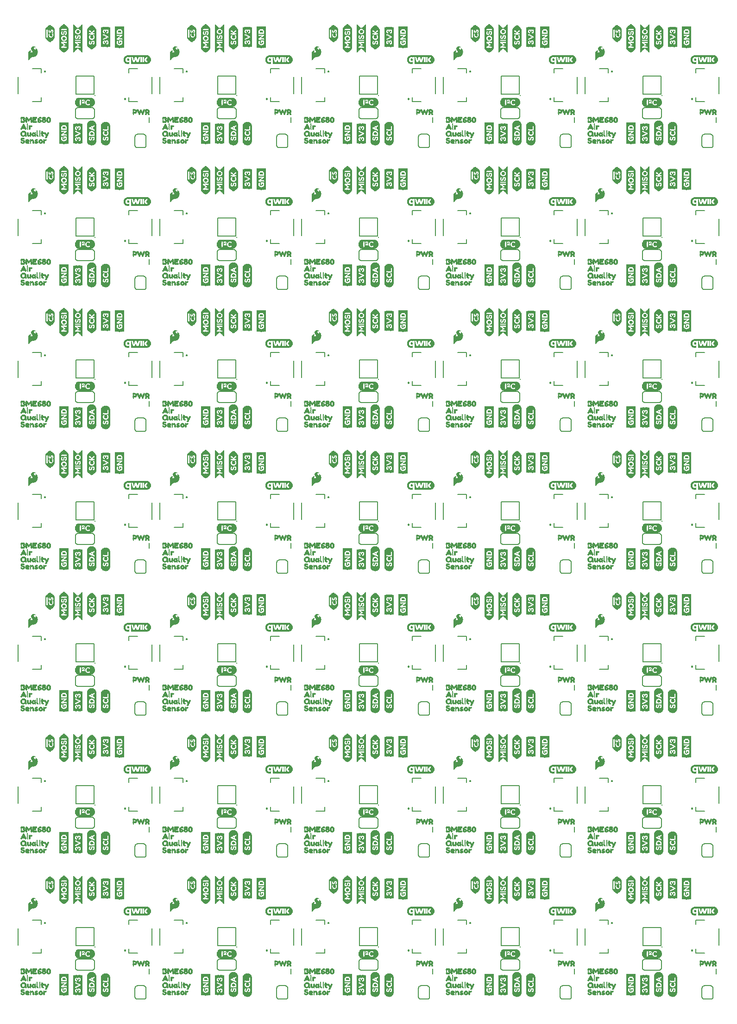
<source format=gto>
G04 EAGLE Gerber RS-274X export*
G75*
%MOMM*%
%FSLAX34Y34*%
%LPD*%
%INSilkscreen Top*%
%IPPOS*%
%AMOC8*
5,1,8,0,0,1.08239X$1,22.5*%
G01*
%ADD10C,0.203200*%
%ADD11R,0.040000X1.720000*%
%ADD12R,0.040000X1.800000*%
%ADD13R,0.040000X1.960000*%
%ADD14R,0.040000X2.040000*%
%ADD15R,0.040000X0.320000*%
%ADD16R,0.040000X0.360000*%
%ADD17R,0.040000X0.400000*%
%ADD18R,0.040000X0.440000*%
%ADD19R,0.040000X0.480000*%
%ADD20R,0.040000X0.520000*%
%ADD21R,0.040000X0.560000*%
%ADD22R,0.040000X2.600000*%
%ADD23R,0.040000X2.680000*%
%ADD24R,0.040000X2.760000*%
%ADD25R,0.040000X2.840000*%
%ADD26R,0.040000X1.040000*%
%ADD27R,0.040000X0.880000*%
%ADD28R,0.040000X0.960000*%
%ADD29R,0.040000X0.240000*%
%ADD30R,0.040000X0.840000*%
%ADD31R,0.040000X0.920000*%
%ADD32R,0.040000X0.120000*%
%ADD33R,0.040000X0.080000*%
%ADD34R,0.040000X0.200000*%
%ADD35R,0.040000X0.160000*%
%ADD36R,0.040000X1.240000*%
%ADD37R,0.040000X1.200000*%
%ADD38R,0.040000X0.640000*%
%ADD39R,0.040000X1.080000*%
%ADD40R,0.040000X0.800000*%
%ADD41R,0.040000X0.760000*%
%ADD42R,0.040000X0.720000*%
%ADD43R,0.040000X0.680000*%
%ADD44R,0.040000X0.600000*%
%ADD45R,0.040000X2.120000*%
%ADD46R,0.040000X3.800000*%
%ADD47R,0.040000X3.880000*%
%ADD48R,0.040000X4.040000*%
%ADD49R,0.040000X4.120000*%
%ADD50R,0.040000X4.200000*%
%ADD51R,0.040000X4.280000*%
%ADD52R,0.040000X4.360000*%
%ADD53R,0.040000X2.160000*%
%ADD54R,0.040000X1.120000*%
%ADD55R,0.040000X0.280000*%
%ADD56R,0.040000X0.040000*%
%ADD57R,0.040000X5.160000*%
%ADD58R,0.040000X5.080000*%
%ADD59R,0.040000X5.000000*%
%ADD60R,0.040000X4.920000*%
%ADD61R,0.040000X4.840000*%
%ADD62R,0.040000X4.760000*%
%ADD63R,0.040000X4.680000*%
%ADD64R,0.040000X2.440000*%
%ADD65R,0.040000X1.000000*%
%ADD66R,0.040000X3.000000*%
%ADD67R,0.040000X3.080000*%
%ADD68R,0.040000X3.240000*%
%ADD69R,0.040000X3.320000*%
%ADD70R,0.040000X3.400000*%
%ADD71R,0.040000X3.480000*%
%ADD72R,0.040000X3.560000*%
%ADD73R,0.040000X1.160000*%
%ADD74R,0.040000X1.280000*%
%ADD75R,0.040000X3.640000*%
%ADD76R,0.040000X2.800000*%
%ADD77R,2.440000X0.040000*%
%ADD78R,2.680000X0.040000*%
%ADD79R,2.840000X0.040000*%
%ADD80R,3.000000X0.040000*%
%ADD81R,3.080000X0.040000*%
%ADD82R,3.160000X0.040000*%
%ADD83R,3.240000X0.040000*%
%ADD84R,1.240000X0.040000*%
%ADD85R,0.720000X0.040000*%
%ADD86R,1.000000X0.040000*%
%ADD87R,0.760000X0.040000*%
%ADD88R,0.200000X0.040000*%
%ADD89R,0.520000X0.040000*%
%ADD90R,0.880000X0.040000*%
%ADD91R,0.160000X0.040000*%
%ADD92R,0.400000X0.040000*%
%ADD93R,0.800000X0.040000*%
%ADD94R,0.320000X0.040000*%
%ADD95R,0.120000X0.040000*%
%ADD96R,0.280000X0.040000*%
%ADD97R,0.840000X0.040000*%
%ADD98R,0.080000X0.040000*%
%ADD99R,0.360000X0.040000*%
%ADD100R,0.960000X0.040000*%
%ADD101R,1.440000X0.040000*%
%ADD102R,1.480000X0.040000*%
%ADD103R,1.520000X0.040000*%
%ADD104R,0.240000X0.040000*%
%ADD105R,0.920000X0.040000*%
%ADD106R,1.040000X0.040000*%
%ADD107R,1.160000X0.040000*%
%ADD108R,0.040000X3.720000*%
%ADD109R,0.040000X3.960000*%
%ADD110R,0.040000X3.040000*%
%ADD111R,0.040000X1.360000*%
%ADD112R,0.040000X1.320000*%
%ADD113R,0.440000X0.040000*%
%ADD114R,0.640000X0.040000*%
%ADD115R,0.680000X0.040000*%
%ADD116R,0.600000X0.040000*%
%ADD117R,0.560000X0.040000*%
%ADD118R,0.480000X0.040000*%
%ADD119C,0.254000*%
%ADD120R,1.120000X0.040000*%

G36*
X211712Y165663D02*
X211712Y165663D01*
X239209Y165663D01*
X239211Y165664D01*
X239213Y165663D01*
X239740Y165696D01*
X239741Y165696D01*
X239743Y165696D01*
X240795Y165802D01*
X240797Y165804D01*
X240801Y165803D01*
X241317Y165910D01*
X241319Y165912D01*
X241322Y165911D01*
X242333Y166225D01*
X242334Y166227D01*
X242338Y166227D01*
X242823Y166432D01*
X242825Y166434D01*
X242829Y166434D01*
X243758Y166939D01*
X243760Y166942D01*
X243764Y166942D01*
X244198Y167240D01*
X244199Y167243D01*
X244202Y167244D01*
X245018Y167917D01*
X245019Y167920D01*
X245023Y167922D01*
X245388Y168301D01*
X245389Y168303D01*
X245391Y168305D01*
X246064Y169120D01*
X246065Y169124D01*
X246069Y169127D01*
X246350Y169572D01*
X246350Y169574D01*
X246352Y169576D01*
X246857Y170505D01*
X246856Y170509D01*
X246860Y170513D01*
X247046Y171006D01*
X247045Y171008D01*
X247047Y171010D01*
X247361Y172020D01*
X247360Y172024D01*
X247363Y172028D01*
X247448Y172548D01*
X247447Y172549D01*
X247449Y172552D01*
X247555Y173604D01*
X247553Y173607D01*
X247555Y173611D01*
X247547Y174137D01*
X247545Y174139D01*
X247546Y174143D01*
X247440Y175195D01*
X247438Y175197D01*
X247439Y175201D01*
X247337Y175717D01*
X247335Y175719D01*
X247335Y175723D01*
X247022Y176733D01*
X247019Y176735D01*
X247020Y176739D01*
X246818Y177225D01*
X246816Y177227D01*
X246816Y177231D01*
X246311Y178160D01*
X246309Y178162D01*
X246308Y178166D01*
X246013Y178602D01*
X246011Y178603D01*
X246010Y178607D01*
X245337Y179422D01*
X245334Y179423D01*
X245332Y179427D01*
X244955Y179795D01*
X244953Y179796D01*
X244952Y179799D01*
X244136Y180472D01*
X244132Y180472D01*
X244130Y180476D01*
X243686Y180760D01*
X243684Y180760D01*
X243683Y180763D01*
X242753Y181267D01*
X242749Y181267D01*
X242746Y181271D01*
X242254Y181460D01*
X242252Y181460D01*
X242250Y181461D01*
X241240Y181775D01*
X241237Y181774D01*
X241232Y181777D01*
X240714Y181867D01*
X240712Y181866D01*
X240709Y181867D01*
X239657Y181973D01*
X239416Y181998D01*
X239413Y181996D01*
X239410Y181998D01*
X206094Y181998D01*
X205565Y181993D01*
X205563Y181991D01*
X205560Y181992D01*
X203981Y181833D01*
X203977Y181830D01*
X203969Y181831D01*
X202454Y181361D01*
X202450Y181356D01*
X202442Y181356D01*
X201049Y180599D01*
X201046Y180594D01*
X201039Y180592D01*
X199821Y179576D01*
X199819Y179571D01*
X199812Y179567D01*
X198814Y178336D01*
X198814Y178331D01*
X198808Y178326D01*
X198303Y177397D01*
X198304Y177396D01*
X198302Y177395D01*
X198067Y176923D01*
X198068Y176918D01*
X198063Y176913D01*
X197750Y175903D01*
X197750Y175902D01*
X197749Y175901D01*
X197610Y175393D01*
X197611Y175388D01*
X197608Y175382D01*
X197455Y173804D01*
X197458Y173799D01*
X197455Y173791D01*
X197615Y172213D01*
X197618Y172209D01*
X197617Y172201D01*
X198083Y170685D01*
X198087Y170681D01*
X198088Y170673D01*
X198839Y169277D01*
X198844Y169274D01*
X198846Y169267D01*
X198909Y169191D01*
X199116Y168940D01*
X199117Y168940D01*
X199324Y168689D01*
X199532Y168438D01*
X199740Y168187D01*
X199857Y168045D01*
X199863Y168043D01*
X199866Y168036D01*
X201096Y167035D01*
X201101Y167035D01*
X201106Y167029D01*
X202506Y166285D01*
X202511Y166286D01*
X202517Y166280D01*
X204035Y165823D01*
X204040Y165825D01*
X204047Y165821D01*
X205625Y165663D01*
X205628Y165664D01*
X205631Y165663D01*
X208128Y165663D01*
X208147Y165675D01*
X208170Y165679D01*
X208176Y165694D01*
X208185Y165699D01*
X208183Y165710D01*
X208190Y165726D01*
X208189Y165875D01*
X208189Y170258D01*
X208182Y170269D01*
X208184Y170282D01*
X208165Y170295D01*
X208152Y170315D01*
X208139Y170313D01*
X208128Y170321D01*
X208094Y170307D01*
X208085Y170305D01*
X208083Y170302D01*
X208080Y170301D01*
X207858Y170062D01*
X207477Y169708D01*
X207044Y169424D01*
X206572Y169211D01*
X206070Y169085D01*
X205554Y169028D01*
X205033Y169049D01*
X204514Y169098D01*
X204012Y169235D01*
X203521Y169405D01*
X203068Y169659D01*
X202651Y169967D01*
X202264Y170313D01*
X201956Y170732D01*
X201679Y171172D01*
X201464Y171647D01*
X201304Y172142D01*
X201179Y172649D01*
X201080Y173691D01*
X201145Y174735D01*
X201260Y175244D01*
X201393Y175749D01*
X201609Y176222D01*
X201863Y176677D01*
X202169Y177097D01*
X202541Y177458D01*
X202944Y177783D01*
X203398Y178036D01*
X203882Y178224D01*
X204379Y178375D01*
X205420Y178455D01*
X205937Y178406D01*
X206443Y178291D01*
X206925Y178101D01*
X207367Y177832D01*
X207768Y177499D01*
X208083Y177204D01*
X208094Y177202D01*
X208100Y177193D01*
X208125Y177197D01*
X208150Y177192D01*
X208156Y177201D01*
X208167Y177203D01*
X208186Y177244D01*
X208189Y177248D01*
X208188Y177249D01*
X208189Y177250D01*
X208189Y178305D01*
X208193Y178358D01*
X211138Y178358D01*
X211138Y165718D01*
X211150Y165699D01*
X211154Y165676D01*
X211169Y165670D01*
X211174Y165661D01*
X211185Y165663D01*
X211201Y165656D01*
X211712Y165663D01*
G37*
G36*
X470792Y1461063D02*
X470792Y1461063D01*
X498289Y1461063D01*
X498291Y1461064D01*
X498293Y1461063D01*
X498820Y1461096D01*
X498821Y1461096D01*
X498823Y1461096D01*
X499875Y1461202D01*
X499877Y1461204D01*
X499881Y1461203D01*
X500397Y1461310D01*
X500399Y1461312D01*
X500402Y1461311D01*
X501413Y1461625D01*
X501414Y1461627D01*
X501418Y1461627D01*
X501903Y1461832D01*
X501905Y1461834D01*
X501909Y1461834D01*
X502838Y1462339D01*
X502840Y1462342D01*
X502844Y1462342D01*
X503278Y1462640D01*
X503279Y1462643D01*
X503282Y1462644D01*
X504098Y1463317D01*
X504099Y1463320D01*
X504103Y1463322D01*
X504468Y1463701D01*
X504469Y1463703D01*
X504471Y1463705D01*
X505144Y1464520D01*
X505145Y1464524D01*
X505149Y1464527D01*
X505430Y1464972D01*
X505430Y1464974D01*
X505432Y1464976D01*
X505937Y1465905D01*
X505936Y1465909D01*
X505940Y1465913D01*
X506126Y1466406D01*
X506125Y1466408D01*
X506127Y1466410D01*
X506441Y1467420D01*
X506440Y1467424D01*
X506443Y1467428D01*
X506528Y1467948D01*
X506527Y1467949D01*
X506529Y1467952D01*
X506635Y1469004D01*
X506633Y1469007D01*
X506635Y1469011D01*
X506627Y1469537D01*
X506625Y1469539D01*
X506626Y1469543D01*
X506520Y1470595D01*
X506518Y1470597D01*
X506519Y1470601D01*
X506417Y1471117D01*
X506415Y1471119D01*
X506415Y1471123D01*
X506102Y1472133D01*
X506099Y1472135D01*
X506100Y1472139D01*
X505898Y1472625D01*
X505896Y1472627D01*
X505896Y1472631D01*
X505391Y1473560D01*
X505389Y1473562D01*
X505388Y1473566D01*
X505093Y1474002D01*
X505091Y1474003D01*
X505090Y1474007D01*
X504417Y1474822D01*
X504414Y1474823D01*
X504412Y1474827D01*
X504035Y1475195D01*
X504033Y1475196D01*
X504032Y1475199D01*
X503216Y1475872D01*
X503212Y1475872D01*
X503210Y1475876D01*
X502766Y1476160D01*
X502764Y1476160D01*
X502763Y1476163D01*
X501833Y1476667D01*
X501829Y1476667D01*
X501826Y1476671D01*
X501334Y1476860D01*
X501332Y1476860D01*
X501330Y1476861D01*
X500320Y1477175D01*
X500317Y1477174D01*
X500312Y1477177D01*
X499794Y1477267D01*
X499792Y1477266D01*
X499789Y1477267D01*
X498737Y1477373D01*
X498496Y1477398D01*
X498493Y1477396D01*
X498490Y1477398D01*
X465174Y1477398D01*
X464645Y1477393D01*
X464643Y1477391D01*
X464640Y1477392D01*
X463061Y1477233D01*
X463057Y1477230D01*
X463049Y1477231D01*
X461534Y1476761D01*
X461530Y1476756D01*
X461522Y1476756D01*
X460129Y1475999D01*
X460126Y1475994D01*
X460119Y1475992D01*
X458901Y1474976D01*
X458899Y1474971D01*
X458892Y1474967D01*
X457894Y1473736D01*
X457894Y1473731D01*
X457888Y1473726D01*
X457383Y1472797D01*
X457384Y1472796D01*
X457382Y1472795D01*
X457147Y1472323D01*
X457148Y1472318D01*
X457143Y1472313D01*
X456830Y1471303D01*
X456830Y1471302D01*
X456829Y1471301D01*
X456690Y1470793D01*
X456691Y1470788D01*
X456688Y1470782D01*
X456535Y1469204D01*
X456538Y1469199D01*
X456535Y1469191D01*
X456695Y1467613D01*
X456698Y1467609D01*
X456697Y1467601D01*
X457163Y1466085D01*
X457167Y1466081D01*
X457168Y1466073D01*
X457919Y1464677D01*
X457924Y1464674D01*
X457926Y1464667D01*
X457989Y1464591D01*
X458196Y1464340D01*
X458197Y1464340D01*
X458404Y1464089D01*
X458612Y1463838D01*
X458820Y1463587D01*
X458937Y1463445D01*
X458943Y1463443D01*
X458946Y1463436D01*
X460176Y1462435D01*
X460181Y1462435D01*
X460186Y1462429D01*
X461586Y1461685D01*
X461591Y1461686D01*
X461597Y1461680D01*
X463115Y1461223D01*
X463120Y1461225D01*
X463127Y1461221D01*
X464705Y1461063D01*
X464708Y1461064D01*
X464711Y1461063D01*
X467208Y1461063D01*
X467227Y1461075D01*
X467250Y1461079D01*
X467256Y1461094D01*
X467265Y1461099D01*
X467263Y1461110D01*
X467270Y1461126D01*
X467269Y1461275D01*
X467269Y1465658D01*
X467262Y1465669D01*
X467264Y1465682D01*
X467245Y1465695D01*
X467232Y1465715D01*
X467219Y1465713D01*
X467208Y1465721D01*
X467174Y1465707D01*
X467165Y1465705D01*
X467163Y1465702D01*
X467160Y1465701D01*
X466938Y1465462D01*
X466557Y1465108D01*
X466124Y1464824D01*
X465652Y1464611D01*
X465150Y1464485D01*
X464634Y1464428D01*
X464113Y1464449D01*
X463594Y1464498D01*
X463092Y1464635D01*
X462601Y1464805D01*
X462148Y1465059D01*
X461731Y1465367D01*
X461344Y1465713D01*
X461036Y1466132D01*
X460759Y1466572D01*
X460544Y1467047D01*
X460384Y1467542D01*
X460259Y1468049D01*
X460160Y1469091D01*
X460225Y1470135D01*
X460340Y1470644D01*
X460473Y1471149D01*
X460689Y1471622D01*
X460943Y1472077D01*
X461249Y1472497D01*
X461621Y1472858D01*
X462024Y1473183D01*
X462478Y1473436D01*
X462962Y1473624D01*
X463459Y1473775D01*
X464500Y1473855D01*
X465017Y1473806D01*
X465523Y1473691D01*
X466005Y1473501D01*
X466447Y1473232D01*
X466848Y1472899D01*
X467163Y1472604D01*
X467174Y1472602D01*
X467180Y1472593D01*
X467205Y1472597D01*
X467230Y1472592D01*
X467236Y1472601D01*
X467247Y1472603D01*
X467266Y1472644D01*
X467269Y1472648D01*
X467268Y1472649D01*
X467269Y1472650D01*
X467269Y1473705D01*
X467273Y1473758D01*
X470218Y1473758D01*
X470218Y1461118D01*
X470230Y1461099D01*
X470234Y1461076D01*
X470249Y1461070D01*
X470254Y1461061D01*
X470265Y1461063D01*
X470281Y1461056D01*
X470792Y1461063D01*
G37*
G36*
X470792Y424743D02*
X470792Y424743D01*
X498289Y424743D01*
X498291Y424744D01*
X498293Y424743D01*
X498820Y424776D01*
X498821Y424776D01*
X498823Y424776D01*
X499875Y424882D01*
X499877Y424884D01*
X499881Y424883D01*
X500397Y424990D01*
X500399Y424992D01*
X500402Y424991D01*
X501413Y425305D01*
X501414Y425307D01*
X501418Y425307D01*
X501903Y425512D01*
X501905Y425514D01*
X501909Y425514D01*
X502838Y426019D01*
X502840Y426022D01*
X502844Y426022D01*
X503278Y426320D01*
X503279Y426323D01*
X503282Y426324D01*
X504098Y426997D01*
X504099Y427000D01*
X504103Y427002D01*
X504468Y427381D01*
X504469Y427383D01*
X504471Y427385D01*
X505144Y428200D01*
X505145Y428204D01*
X505149Y428207D01*
X505430Y428652D01*
X505430Y428654D01*
X505432Y428656D01*
X505937Y429585D01*
X505936Y429589D01*
X505940Y429593D01*
X506126Y430086D01*
X506125Y430088D01*
X506127Y430090D01*
X506441Y431100D01*
X506440Y431104D01*
X506443Y431108D01*
X506528Y431628D01*
X506527Y431629D01*
X506529Y431632D01*
X506635Y432684D01*
X506633Y432687D01*
X506635Y432691D01*
X506627Y433217D01*
X506625Y433219D01*
X506626Y433223D01*
X506520Y434275D01*
X506518Y434277D01*
X506519Y434281D01*
X506417Y434797D01*
X506415Y434799D01*
X506415Y434803D01*
X506102Y435813D01*
X506099Y435815D01*
X506100Y435819D01*
X505898Y436305D01*
X505896Y436307D01*
X505896Y436311D01*
X505391Y437240D01*
X505389Y437242D01*
X505388Y437246D01*
X505093Y437682D01*
X505091Y437683D01*
X505090Y437687D01*
X504417Y438502D01*
X504414Y438503D01*
X504412Y438507D01*
X504035Y438875D01*
X504033Y438876D01*
X504032Y438879D01*
X503216Y439552D01*
X503212Y439552D01*
X503210Y439556D01*
X502766Y439840D01*
X502764Y439840D01*
X502763Y439843D01*
X501833Y440347D01*
X501829Y440347D01*
X501826Y440351D01*
X501334Y440540D01*
X501332Y440540D01*
X501330Y440541D01*
X500320Y440855D01*
X500317Y440854D01*
X500312Y440857D01*
X499794Y440947D01*
X499792Y440946D01*
X499789Y440947D01*
X498737Y441053D01*
X498496Y441078D01*
X498493Y441076D01*
X498490Y441078D01*
X465174Y441078D01*
X464645Y441073D01*
X464643Y441071D01*
X464640Y441072D01*
X463061Y440913D01*
X463057Y440910D01*
X463049Y440911D01*
X461534Y440441D01*
X461530Y440436D01*
X461522Y440436D01*
X460129Y439679D01*
X460126Y439674D01*
X460119Y439672D01*
X458901Y438656D01*
X458899Y438651D01*
X458892Y438647D01*
X457894Y437416D01*
X457894Y437411D01*
X457888Y437406D01*
X457383Y436477D01*
X457384Y436476D01*
X457382Y436475D01*
X457147Y436003D01*
X457148Y435998D01*
X457143Y435993D01*
X456830Y434983D01*
X456830Y434982D01*
X456829Y434981D01*
X456690Y434473D01*
X456691Y434468D01*
X456688Y434462D01*
X456535Y432884D01*
X456538Y432879D01*
X456535Y432871D01*
X456695Y431293D01*
X456698Y431289D01*
X456697Y431281D01*
X457163Y429765D01*
X457167Y429761D01*
X457168Y429753D01*
X457919Y428357D01*
X457924Y428354D01*
X457926Y428347D01*
X457989Y428271D01*
X458196Y428020D01*
X458197Y428020D01*
X458404Y427769D01*
X458612Y427518D01*
X458820Y427267D01*
X458937Y427125D01*
X458943Y427123D01*
X458946Y427116D01*
X460176Y426115D01*
X460181Y426115D01*
X460186Y426109D01*
X461586Y425365D01*
X461591Y425366D01*
X461597Y425360D01*
X463115Y424903D01*
X463120Y424905D01*
X463127Y424901D01*
X464705Y424743D01*
X464708Y424744D01*
X464711Y424743D01*
X467208Y424743D01*
X467227Y424755D01*
X467250Y424759D01*
X467256Y424774D01*
X467265Y424779D01*
X467263Y424790D01*
X467270Y424806D01*
X467269Y424955D01*
X467269Y429338D01*
X467262Y429349D01*
X467264Y429362D01*
X467245Y429375D01*
X467232Y429395D01*
X467219Y429393D01*
X467208Y429401D01*
X467174Y429387D01*
X467165Y429385D01*
X467163Y429382D01*
X467160Y429381D01*
X466938Y429142D01*
X466557Y428788D01*
X466124Y428504D01*
X465652Y428291D01*
X465150Y428165D01*
X464634Y428108D01*
X464113Y428129D01*
X463594Y428178D01*
X463092Y428315D01*
X462601Y428485D01*
X462148Y428739D01*
X461731Y429047D01*
X461344Y429393D01*
X461036Y429812D01*
X460759Y430252D01*
X460544Y430727D01*
X460384Y431222D01*
X460259Y431729D01*
X460160Y432771D01*
X460225Y433815D01*
X460340Y434324D01*
X460473Y434829D01*
X460689Y435302D01*
X460943Y435757D01*
X461249Y436177D01*
X461621Y436538D01*
X462024Y436863D01*
X462478Y437116D01*
X462962Y437304D01*
X463459Y437455D01*
X464500Y437535D01*
X465017Y437486D01*
X465523Y437371D01*
X466005Y437181D01*
X466447Y436912D01*
X466848Y436579D01*
X467163Y436284D01*
X467174Y436282D01*
X467180Y436273D01*
X467205Y436277D01*
X467230Y436272D01*
X467236Y436281D01*
X467247Y436283D01*
X467266Y436324D01*
X467269Y436328D01*
X467268Y436329D01*
X467269Y436330D01*
X467269Y437385D01*
X467273Y437438D01*
X470218Y437438D01*
X470218Y424798D01*
X470230Y424779D01*
X470234Y424756D01*
X470249Y424750D01*
X470254Y424741D01*
X470265Y424743D01*
X470281Y424736D01*
X470792Y424743D01*
G37*
G36*
X988952Y424743D02*
X988952Y424743D01*
X1016449Y424743D01*
X1016451Y424744D01*
X1016453Y424743D01*
X1016980Y424776D01*
X1016981Y424776D01*
X1016983Y424776D01*
X1018035Y424882D01*
X1018037Y424884D01*
X1018041Y424883D01*
X1018557Y424990D01*
X1018559Y424992D01*
X1018562Y424991D01*
X1019573Y425305D01*
X1019574Y425307D01*
X1019578Y425307D01*
X1020063Y425512D01*
X1020065Y425514D01*
X1020069Y425514D01*
X1020998Y426019D01*
X1021000Y426022D01*
X1021004Y426022D01*
X1021438Y426320D01*
X1021439Y426323D01*
X1021442Y426324D01*
X1022258Y426997D01*
X1022259Y427000D01*
X1022263Y427002D01*
X1022628Y427381D01*
X1022629Y427383D01*
X1022631Y427385D01*
X1023304Y428200D01*
X1023305Y428204D01*
X1023309Y428207D01*
X1023590Y428652D01*
X1023590Y428654D01*
X1023592Y428656D01*
X1024097Y429585D01*
X1024096Y429589D01*
X1024100Y429593D01*
X1024286Y430086D01*
X1024285Y430088D01*
X1024287Y430090D01*
X1024601Y431100D01*
X1024600Y431104D01*
X1024603Y431108D01*
X1024688Y431628D01*
X1024687Y431629D01*
X1024689Y431632D01*
X1024795Y432684D01*
X1024793Y432687D01*
X1024795Y432691D01*
X1024787Y433217D01*
X1024785Y433219D01*
X1024786Y433223D01*
X1024680Y434275D01*
X1024678Y434277D01*
X1024679Y434281D01*
X1024577Y434797D01*
X1024575Y434799D01*
X1024575Y434803D01*
X1024262Y435813D01*
X1024259Y435815D01*
X1024260Y435819D01*
X1024058Y436305D01*
X1024056Y436307D01*
X1024056Y436311D01*
X1023551Y437240D01*
X1023549Y437242D01*
X1023548Y437246D01*
X1023253Y437682D01*
X1023251Y437683D01*
X1023250Y437687D01*
X1022577Y438502D01*
X1022574Y438503D01*
X1022572Y438507D01*
X1022195Y438875D01*
X1022193Y438876D01*
X1022192Y438879D01*
X1021376Y439552D01*
X1021372Y439552D01*
X1021370Y439556D01*
X1020926Y439840D01*
X1020924Y439840D01*
X1020923Y439843D01*
X1019993Y440347D01*
X1019989Y440347D01*
X1019986Y440351D01*
X1019494Y440540D01*
X1019492Y440540D01*
X1019490Y440541D01*
X1018480Y440855D01*
X1018477Y440854D01*
X1018472Y440857D01*
X1017954Y440947D01*
X1017952Y440946D01*
X1017949Y440947D01*
X1016897Y441053D01*
X1016656Y441078D01*
X1016653Y441076D01*
X1016650Y441078D01*
X983334Y441078D01*
X982805Y441073D01*
X982803Y441071D01*
X982800Y441072D01*
X981221Y440913D01*
X981217Y440910D01*
X981209Y440911D01*
X979694Y440441D01*
X979690Y440436D01*
X979682Y440436D01*
X978289Y439679D01*
X978286Y439674D01*
X978279Y439672D01*
X977061Y438656D01*
X977059Y438651D01*
X977052Y438647D01*
X976054Y437416D01*
X976054Y437411D01*
X976048Y437406D01*
X975543Y436477D01*
X975544Y436476D01*
X975542Y436475D01*
X975307Y436003D01*
X975308Y435998D01*
X975303Y435993D01*
X974990Y434983D01*
X974990Y434982D01*
X974989Y434981D01*
X974850Y434473D01*
X974851Y434468D01*
X974848Y434462D01*
X974695Y432884D01*
X974698Y432879D01*
X974695Y432871D01*
X974855Y431293D01*
X974858Y431289D01*
X974857Y431281D01*
X975323Y429765D01*
X975327Y429761D01*
X975328Y429753D01*
X976079Y428357D01*
X976084Y428354D01*
X976086Y428347D01*
X976149Y428271D01*
X976356Y428020D01*
X976357Y428020D01*
X976564Y427769D01*
X976772Y427518D01*
X976980Y427267D01*
X977097Y427125D01*
X977103Y427123D01*
X977106Y427116D01*
X978336Y426115D01*
X978341Y426115D01*
X978346Y426109D01*
X979746Y425365D01*
X979751Y425366D01*
X979757Y425360D01*
X981275Y424903D01*
X981280Y424905D01*
X981287Y424901D01*
X982865Y424743D01*
X982868Y424744D01*
X982871Y424743D01*
X985368Y424743D01*
X985387Y424755D01*
X985410Y424759D01*
X985416Y424774D01*
X985425Y424779D01*
X985423Y424790D01*
X985430Y424806D01*
X985429Y424955D01*
X985429Y429338D01*
X985422Y429349D01*
X985424Y429362D01*
X985405Y429375D01*
X985392Y429395D01*
X985379Y429393D01*
X985368Y429401D01*
X985334Y429387D01*
X985325Y429385D01*
X985323Y429382D01*
X985320Y429381D01*
X985098Y429142D01*
X984717Y428788D01*
X984284Y428504D01*
X983812Y428291D01*
X983310Y428165D01*
X982794Y428108D01*
X982273Y428129D01*
X981754Y428178D01*
X981252Y428315D01*
X980761Y428485D01*
X980308Y428739D01*
X979891Y429047D01*
X979504Y429393D01*
X979196Y429812D01*
X978919Y430252D01*
X978704Y430727D01*
X978544Y431222D01*
X978419Y431729D01*
X978320Y432771D01*
X978385Y433815D01*
X978500Y434324D01*
X978633Y434829D01*
X978849Y435302D01*
X979103Y435757D01*
X979409Y436177D01*
X979781Y436538D01*
X980184Y436863D01*
X980638Y437116D01*
X981122Y437304D01*
X981619Y437455D01*
X982660Y437535D01*
X983177Y437486D01*
X983683Y437371D01*
X984165Y437181D01*
X984607Y436912D01*
X985008Y436579D01*
X985323Y436284D01*
X985334Y436282D01*
X985340Y436273D01*
X985365Y436277D01*
X985390Y436272D01*
X985396Y436281D01*
X985407Y436283D01*
X985426Y436324D01*
X985429Y436328D01*
X985428Y436329D01*
X985429Y436330D01*
X985429Y437385D01*
X985433Y437438D01*
X988378Y437438D01*
X988378Y424798D01*
X988390Y424779D01*
X988394Y424756D01*
X988409Y424750D01*
X988414Y424741D01*
X988425Y424743D01*
X988441Y424736D01*
X988952Y424743D01*
G37*
G36*
X211712Y424743D02*
X211712Y424743D01*
X239209Y424743D01*
X239211Y424744D01*
X239213Y424743D01*
X239740Y424776D01*
X239741Y424776D01*
X239743Y424776D01*
X240795Y424882D01*
X240797Y424884D01*
X240801Y424883D01*
X241317Y424990D01*
X241319Y424992D01*
X241322Y424991D01*
X242333Y425305D01*
X242334Y425307D01*
X242338Y425307D01*
X242823Y425512D01*
X242825Y425514D01*
X242829Y425514D01*
X243758Y426019D01*
X243760Y426022D01*
X243764Y426022D01*
X244198Y426320D01*
X244199Y426323D01*
X244202Y426324D01*
X245018Y426997D01*
X245019Y427000D01*
X245023Y427002D01*
X245388Y427381D01*
X245389Y427383D01*
X245391Y427385D01*
X246064Y428200D01*
X246065Y428204D01*
X246069Y428207D01*
X246350Y428652D01*
X246350Y428654D01*
X246352Y428656D01*
X246857Y429585D01*
X246856Y429589D01*
X246860Y429593D01*
X247046Y430086D01*
X247045Y430088D01*
X247047Y430090D01*
X247361Y431100D01*
X247360Y431104D01*
X247363Y431108D01*
X247448Y431628D01*
X247447Y431629D01*
X247449Y431632D01*
X247555Y432684D01*
X247553Y432687D01*
X247555Y432691D01*
X247547Y433217D01*
X247545Y433219D01*
X247546Y433223D01*
X247440Y434275D01*
X247438Y434277D01*
X247439Y434281D01*
X247337Y434797D01*
X247335Y434799D01*
X247335Y434803D01*
X247022Y435813D01*
X247019Y435815D01*
X247020Y435819D01*
X246818Y436305D01*
X246816Y436307D01*
X246816Y436311D01*
X246311Y437240D01*
X246309Y437242D01*
X246308Y437246D01*
X246013Y437682D01*
X246011Y437683D01*
X246010Y437687D01*
X245337Y438502D01*
X245334Y438503D01*
X245332Y438507D01*
X244955Y438875D01*
X244953Y438876D01*
X244952Y438879D01*
X244136Y439552D01*
X244132Y439552D01*
X244130Y439556D01*
X243686Y439840D01*
X243684Y439840D01*
X243683Y439843D01*
X242753Y440347D01*
X242749Y440347D01*
X242746Y440351D01*
X242254Y440540D01*
X242252Y440540D01*
X242250Y440541D01*
X241240Y440855D01*
X241237Y440854D01*
X241232Y440857D01*
X240714Y440947D01*
X240712Y440946D01*
X240709Y440947D01*
X239657Y441053D01*
X239416Y441078D01*
X239413Y441076D01*
X239410Y441078D01*
X206094Y441078D01*
X205565Y441073D01*
X205563Y441071D01*
X205560Y441072D01*
X203981Y440913D01*
X203977Y440910D01*
X203969Y440911D01*
X202454Y440441D01*
X202450Y440436D01*
X202442Y440436D01*
X201049Y439679D01*
X201046Y439674D01*
X201039Y439672D01*
X199821Y438656D01*
X199819Y438651D01*
X199812Y438647D01*
X198814Y437416D01*
X198814Y437411D01*
X198808Y437406D01*
X198303Y436477D01*
X198304Y436476D01*
X198302Y436475D01*
X198067Y436003D01*
X198068Y435998D01*
X198063Y435993D01*
X197750Y434983D01*
X197750Y434982D01*
X197749Y434981D01*
X197610Y434473D01*
X197611Y434468D01*
X197608Y434462D01*
X197455Y432884D01*
X197458Y432879D01*
X197455Y432871D01*
X197615Y431293D01*
X197618Y431289D01*
X197617Y431281D01*
X198083Y429765D01*
X198087Y429761D01*
X198088Y429753D01*
X198839Y428357D01*
X198844Y428354D01*
X198846Y428347D01*
X198909Y428271D01*
X199116Y428020D01*
X199117Y428020D01*
X199324Y427769D01*
X199532Y427518D01*
X199740Y427267D01*
X199857Y427125D01*
X199863Y427123D01*
X199866Y427116D01*
X201096Y426115D01*
X201101Y426115D01*
X201106Y426109D01*
X202506Y425365D01*
X202511Y425366D01*
X202517Y425360D01*
X204035Y424903D01*
X204040Y424905D01*
X204047Y424901D01*
X205625Y424743D01*
X205628Y424744D01*
X205631Y424743D01*
X208128Y424743D01*
X208147Y424755D01*
X208170Y424759D01*
X208176Y424774D01*
X208185Y424779D01*
X208183Y424790D01*
X208190Y424806D01*
X208189Y424955D01*
X208189Y429338D01*
X208182Y429349D01*
X208184Y429362D01*
X208165Y429375D01*
X208152Y429395D01*
X208139Y429393D01*
X208128Y429401D01*
X208094Y429387D01*
X208085Y429385D01*
X208083Y429382D01*
X208080Y429381D01*
X207858Y429142D01*
X207477Y428788D01*
X207044Y428504D01*
X206572Y428291D01*
X206070Y428165D01*
X205554Y428108D01*
X205033Y428129D01*
X204514Y428178D01*
X204012Y428315D01*
X203521Y428485D01*
X203068Y428739D01*
X202651Y429047D01*
X202264Y429393D01*
X201956Y429812D01*
X201679Y430252D01*
X201464Y430727D01*
X201304Y431222D01*
X201179Y431729D01*
X201080Y432771D01*
X201145Y433815D01*
X201260Y434324D01*
X201393Y434829D01*
X201609Y435302D01*
X201863Y435757D01*
X202169Y436177D01*
X202541Y436538D01*
X202944Y436863D01*
X203398Y437116D01*
X203882Y437304D01*
X204379Y437455D01*
X205420Y437535D01*
X205937Y437486D01*
X206443Y437371D01*
X206925Y437181D01*
X207367Y436912D01*
X207768Y436579D01*
X208083Y436284D01*
X208094Y436282D01*
X208100Y436273D01*
X208125Y436277D01*
X208150Y436272D01*
X208156Y436281D01*
X208167Y436283D01*
X208186Y436324D01*
X208189Y436328D01*
X208188Y436329D01*
X208189Y436330D01*
X208189Y437385D01*
X208193Y437438D01*
X211138Y437438D01*
X211138Y424798D01*
X211150Y424779D01*
X211154Y424756D01*
X211169Y424750D01*
X211174Y424741D01*
X211185Y424743D01*
X211201Y424736D01*
X211712Y424743D01*
G37*
G36*
X988952Y1720143D02*
X988952Y1720143D01*
X1016449Y1720143D01*
X1016451Y1720144D01*
X1016453Y1720143D01*
X1016980Y1720176D01*
X1016981Y1720176D01*
X1016983Y1720176D01*
X1018035Y1720282D01*
X1018037Y1720284D01*
X1018041Y1720283D01*
X1018557Y1720390D01*
X1018559Y1720392D01*
X1018562Y1720391D01*
X1019573Y1720705D01*
X1019574Y1720707D01*
X1019578Y1720707D01*
X1020063Y1720912D01*
X1020065Y1720914D01*
X1020069Y1720914D01*
X1020998Y1721419D01*
X1021000Y1721422D01*
X1021004Y1721422D01*
X1021438Y1721720D01*
X1021439Y1721723D01*
X1021442Y1721724D01*
X1022258Y1722397D01*
X1022259Y1722400D01*
X1022263Y1722402D01*
X1022628Y1722781D01*
X1022629Y1722783D01*
X1022631Y1722785D01*
X1023304Y1723600D01*
X1023305Y1723604D01*
X1023309Y1723607D01*
X1023590Y1724052D01*
X1023590Y1724054D01*
X1023592Y1724056D01*
X1024097Y1724985D01*
X1024096Y1724989D01*
X1024100Y1724993D01*
X1024286Y1725486D01*
X1024285Y1725488D01*
X1024287Y1725490D01*
X1024601Y1726500D01*
X1024600Y1726504D01*
X1024603Y1726508D01*
X1024688Y1727028D01*
X1024687Y1727029D01*
X1024689Y1727032D01*
X1024795Y1728084D01*
X1024793Y1728087D01*
X1024795Y1728091D01*
X1024787Y1728617D01*
X1024785Y1728619D01*
X1024786Y1728623D01*
X1024680Y1729675D01*
X1024678Y1729677D01*
X1024679Y1729681D01*
X1024577Y1730197D01*
X1024575Y1730199D01*
X1024575Y1730203D01*
X1024262Y1731213D01*
X1024259Y1731215D01*
X1024260Y1731219D01*
X1024058Y1731705D01*
X1024056Y1731707D01*
X1024056Y1731711D01*
X1023551Y1732640D01*
X1023549Y1732642D01*
X1023548Y1732646D01*
X1023253Y1733082D01*
X1023251Y1733083D01*
X1023250Y1733087D01*
X1022577Y1733902D01*
X1022574Y1733903D01*
X1022572Y1733907D01*
X1022195Y1734275D01*
X1022193Y1734276D01*
X1022192Y1734279D01*
X1021376Y1734952D01*
X1021372Y1734952D01*
X1021370Y1734956D01*
X1020926Y1735240D01*
X1020924Y1735240D01*
X1020923Y1735243D01*
X1019993Y1735747D01*
X1019989Y1735747D01*
X1019986Y1735751D01*
X1019494Y1735940D01*
X1019492Y1735940D01*
X1019490Y1735941D01*
X1018480Y1736255D01*
X1018477Y1736254D01*
X1018472Y1736257D01*
X1017954Y1736347D01*
X1017952Y1736346D01*
X1017949Y1736347D01*
X1016897Y1736453D01*
X1016656Y1736478D01*
X1016653Y1736476D01*
X1016650Y1736478D01*
X983334Y1736478D01*
X982805Y1736473D01*
X982803Y1736471D01*
X982800Y1736472D01*
X981221Y1736313D01*
X981217Y1736310D01*
X981209Y1736311D01*
X979694Y1735841D01*
X979690Y1735836D01*
X979682Y1735836D01*
X978289Y1735079D01*
X978286Y1735074D01*
X978279Y1735072D01*
X977061Y1734056D01*
X977059Y1734051D01*
X977052Y1734047D01*
X976054Y1732816D01*
X976054Y1732811D01*
X976048Y1732806D01*
X975543Y1731877D01*
X975544Y1731876D01*
X975542Y1731875D01*
X975307Y1731403D01*
X975308Y1731398D01*
X975303Y1731393D01*
X974990Y1730383D01*
X974990Y1730382D01*
X974989Y1730381D01*
X974850Y1729873D01*
X974851Y1729868D01*
X974848Y1729862D01*
X974695Y1728284D01*
X974698Y1728279D01*
X974695Y1728271D01*
X974855Y1726693D01*
X974858Y1726689D01*
X974857Y1726681D01*
X975323Y1725165D01*
X975327Y1725161D01*
X975328Y1725153D01*
X976079Y1723757D01*
X976084Y1723754D01*
X976086Y1723747D01*
X976149Y1723671D01*
X976356Y1723420D01*
X976357Y1723420D01*
X976564Y1723169D01*
X976772Y1722918D01*
X976980Y1722667D01*
X977097Y1722525D01*
X977103Y1722523D01*
X977106Y1722516D01*
X978336Y1721515D01*
X978341Y1721515D01*
X978346Y1721509D01*
X979746Y1720765D01*
X979751Y1720766D01*
X979757Y1720760D01*
X981275Y1720303D01*
X981280Y1720305D01*
X981287Y1720301D01*
X982865Y1720143D01*
X982868Y1720144D01*
X982871Y1720143D01*
X985368Y1720143D01*
X985387Y1720155D01*
X985410Y1720159D01*
X985416Y1720174D01*
X985425Y1720179D01*
X985423Y1720190D01*
X985430Y1720206D01*
X985429Y1720355D01*
X985429Y1724738D01*
X985422Y1724749D01*
X985424Y1724762D01*
X985405Y1724775D01*
X985392Y1724795D01*
X985379Y1724793D01*
X985368Y1724801D01*
X985334Y1724787D01*
X985325Y1724785D01*
X985323Y1724782D01*
X985320Y1724781D01*
X985098Y1724542D01*
X984717Y1724188D01*
X984284Y1723904D01*
X983812Y1723691D01*
X983310Y1723565D01*
X982794Y1723508D01*
X982273Y1723529D01*
X981754Y1723578D01*
X981252Y1723715D01*
X980761Y1723885D01*
X980308Y1724139D01*
X979891Y1724447D01*
X979504Y1724793D01*
X979196Y1725212D01*
X978919Y1725652D01*
X978704Y1726127D01*
X978544Y1726622D01*
X978419Y1727129D01*
X978320Y1728171D01*
X978385Y1729215D01*
X978500Y1729724D01*
X978633Y1730229D01*
X978849Y1730702D01*
X979103Y1731157D01*
X979409Y1731577D01*
X979781Y1731938D01*
X980184Y1732263D01*
X980638Y1732516D01*
X981122Y1732704D01*
X981619Y1732855D01*
X982660Y1732935D01*
X983177Y1732886D01*
X983683Y1732771D01*
X984165Y1732581D01*
X984607Y1732312D01*
X985008Y1731979D01*
X985323Y1731684D01*
X985334Y1731682D01*
X985340Y1731673D01*
X985365Y1731677D01*
X985390Y1731672D01*
X985396Y1731681D01*
X985407Y1731683D01*
X985426Y1731724D01*
X985429Y1731728D01*
X985428Y1731729D01*
X985429Y1731730D01*
X985429Y1732785D01*
X985433Y1732838D01*
X988378Y1732838D01*
X988378Y1720198D01*
X988390Y1720179D01*
X988394Y1720156D01*
X988409Y1720150D01*
X988414Y1720141D01*
X988425Y1720143D01*
X988441Y1720136D01*
X988952Y1720143D01*
G37*
G36*
X729872Y1720143D02*
X729872Y1720143D01*
X757369Y1720143D01*
X757371Y1720144D01*
X757373Y1720143D01*
X757900Y1720176D01*
X757901Y1720176D01*
X757903Y1720176D01*
X758955Y1720282D01*
X758957Y1720284D01*
X758961Y1720283D01*
X759477Y1720390D01*
X759479Y1720392D01*
X759482Y1720391D01*
X760493Y1720705D01*
X760494Y1720707D01*
X760498Y1720707D01*
X760983Y1720912D01*
X760985Y1720914D01*
X760989Y1720914D01*
X761918Y1721419D01*
X761920Y1721422D01*
X761924Y1721422D01*
X762358Y1721720D01*
X762359Y1721723D01*
X762362Y1721724D01*
X763178Y1722397D01*
X763179Y1722400D01*
X763183Y1722402D01*
X763548Y1722781D01*
X763549Y1722783D01*
X763551Y1722785D01*
X764224Y1723600D01*
X764225Y1723604D01*
X764229Y1723607D01*
X764510Y1724052D01*
X764510Y1724054D01*
X764512Y1724056D01*
X765017Y1724985D01*
X765016Y1724989D01*
X765020Y1724993D01*
X765206Y1725486D01*
X765205Y1725488D01*
X765207Y1725490D01*
X765521Y1726500D01*
X765520Y1726504D01*
X765523Y1726508D01*
X765608Y1727028D01*
X765607Y1727029D01*
X765609Y1727032D01*
X765715Y1728084D01*
X765713Y1728087D01*
X765715Y1728091D01*
X765707Y1728617D01*
X765705Y1728619D01*
X765706Y1728623D01*
X765600Y1729675D01*
X765598Y1729677D01*
X765599Y1729681D01*
X765497Y1730197D01*
X765495Y1730199D01*
X765495Y1730203D01*
X765182Y1731213D01*
X765179Y1731215D01*
X765180Y1731219D01*
X764978Y1731705D01*
X764976Y1731707D01*
X764976Y1731711D01*
X764471Y1732640D01*
X764469Y1732642D01*
X764468Y1732646D01*
X764173Y1733082D01*
X764171Y1733083D01*
X764170Y1733087D01*
X763497Y1733902D01*
X763494Y1733903D01*
X763492Y1733907D01*
X763115Y1734275D01*
X763113Y1734276D01*
X763112Y1734279D01*
X762296Y1734952D01*
X762292Y1734952D01*
X762290Y1734956D01*
X761846Y1735240D01*
X761844Y1735240D01*
X761843Y1735243D01*
X760913Y1735747D01*
X760909Y1735747D01*
X760906Y1735751D01*
X760414Y1735940D01*
X760412Y1735940D01*
X760410Y1735941D01*
X759400Y1736255D01*
X759397Y1736254D01*
X759392Y1736257D01*
X758874Y1736347D01*
X758872Y1736346D01*
X758869Y1736347D01*
X757817Y1736453D01*
X757576Y1736478D01*
X757573Y1736476D01*
X757570Y1736478D01*
X724254Y1736478D01*
X723725Y1736473D01*
X723723Y1736471D01*
X723720Y1736472D01*
X722141Y1736313D01*
X722137Y1736310D01*
X722129Y1736311D01*
X720614Y1735841D01*
X720610Y1735836D01*
X720602Y1735836D01*
X719209Y1735079D01*
X719206Y1735074D01*
X719199Y1735072D01*
X717981Y1734056D01*
X717979Y1734051D01*
X717972Y1734047D01*
X716974Y1732816D01*
X716974Y1732811D01*
X716968Y1732806D01*
X716463Y1731877D01*
X716464Y1731876D01*
X716462Y1731875D01*
X716227Y1731403D01*
X716228Y1731398D01*
X716223Y1731393D01*
X715910Y1730383D01*
X715910Y1730382D01*
X715909Y1730381D01*
X715770Y1729873D01*
X715771Y1729868D01*
X715768Y1729862D01*
X715615Y1728284D01*
X715618Y1728279D01*
X715615Y1728271D01*
X715775Y1726693D01*
X715778Y1726689D01*
X715777Y1726681D01*
X716243Y1725165D01*
X716247Y1725161D01*
X716248Y1725153D01*
X716999Y1723757D01*
X717004Y1723754D01*
X717006Y1723747D01*
X717069Y1723671D01*
X717276Y1723420D01*
X717277Y1723420D01*
X717484Y1723169D01*
X717692Y1722918D01*
X717900Y1722667D01*
X718017Y1722525D01*
X718023Y1722523D01*
X718026Y1722516D01*
X719256Y1721515D01*
X719261Y1721515D01*
X719266Y1721509D01*
X720666Y1720765D01*
X720671Y1720766D01*
X720677Y1720760D01*
X722195Y1720303D01*
X722200Y1720305D01*
X722207Y1720301D01*
X723785Y1720143D01*
X723788Y1720144D01*
X723791Y1720143D01*
X726288Y1720143D01*
X726307Y1720155D01*
X726330Y1720159D01*
X726336Y1720174D01*
X726345Y1720179D01*
X726343Y1720190D01*
X726350Y1720206D01*
X726349Y1720355D01*
X726349Y1724738D01*
X726342Y1724749D01*
X726344Y1724762D01*
X726325Y1724775D01*
X726312Y1724795D01*
X726299Y1724793D01*
X726288Y1724801D01*
X726254Y1724787D01*
X726245Y1724785D01*
X726243Y1724782D01*
X726240Y1724781D01*
X726018Y1724542D01*
X725637Y1724188D01*
X725204Y1723904D01*
X724732Y1723691D01*
X724230Y1723565D01*
X723714Y1723508D01*
X723193Y1723529D01*
X722674Y1723578D01*
X722172Y1723715D01*
X721681Y1723885D01*
X721228Y1724139D01*
X720811Y1724447D01*
X720424Y1724793D01*
X720116Y1725212D01*
X719839Y1725652D01*
X719624Y1726127D01*
X719464Y1726622D01*
X719339Y1727129D01*
X719240Y1728171D01*
X719305Y1729215D01*
X719420Y1729724D01*
X719553Y1730229D01*
X719769Y1730702D01*
X720023Y1731157D01*
X720329Y1731577D01*
X720701Y1731938D01*
X721104Y1732263D01*
X721558Y1732516D01*
X722042Y1732704D01*
X722539Y1732855D01*
X723580Y1732935D01*
X724097Y1732886D01*
X724603Y1732771D01*
X725085Y1732581D01*
X725527Y1732312D01*
X725928Y1731979D01*
X726243Y1731684D01*
X726254Y1731682D01*
X726260Y1731673D01*
X726285Y1731677D01*
X726310Y1731672D01*
X726316Y1731681D01*
X726327Y1731683D01*
X726346Y1731724D01*
X726349Y1731728D01*
X726348Y1731729D01*
X726349Y1731730D01*
X726349Y1732785D01*
X726353Y1732838D01*
X729298Y1732838D01*
X729298Y1720198D01*
X729310Y1720179D01*
X729314Y1720156D01*
X729329Y1720150D01*
X729334Y1720141D01*
X729345Y1720143D01*
X729361Y1720136D01*
X729872Y1720143D01*
G37*
G36*
X1248032Y1720143D02*
X1248032Y1720143D01*
X1275529Y1720143D01*
X1275531Y1720144D01*
X1275533Y1720143D01*
X1276060Y1720176D01*
X1276061Y1720176D01*
X1276063Y1720176D01*
X1277115Y1720282D01*
X1277117Y1720284D01*
X1277121Y1720283D01*
X1277637Y1720390D01*
X1277639Y1720392D01*
X1277642Y1720391D01*
X1278653Y1720705D01*
X1278654Y1720707D01*
X1278658Y1720707D01*
X1279143Y1720912D01*
X1279145Y1720914D01*
X1279149Y1720914D01*
X1280078Y1721419D01*
X1280080Y1721422D01*
X1280084Y1721422D01*
X1280518Y1721720D01*
X1280519Y1721723D01*
X1280522Y1721724D01*
X1281338Y1722397D01*
X1281339Y1722400D01*
X1281343Y1722402D01*
X1281708Y1722781D01*
X1281709Y1722783D01*
X1281711Y1722785D01*
X1282384Y1723600D01*
X1282385Y1723604D01*
X1282389Y1723607D01*
X1282670Y1724052D01*
X1282670Y1724054D01*
X1282672Y1724056D01*
X1283177Y1724985D01*
X1283176Y1724989D01*
X1283180Y1724993D01*
X1283366Y1725486D01*
X1283365Y1725488D01*
X1283367Y1725490D01*
X1283681Y1726500D01*
X1283680Y1726504D01*
X1283683Y1726508D01*
X1283768Y1727028D01*
X1283767Y1727029D01*
X1283769Y1727032D01*
X1283875Y1728084D01*
X1283873Y1728087D01*
X1283875Y1728091D01*
X1283867Y1728617D01*
X1283865Y1728619D01*
X1283866Y1728623D01*
X1283760Y1729675D01*
X1283758Y1729677D01*
X1283759Y1729681D01*
X1283657Y1730197D01*
X1283655Y1730199D01*
X1283655Y1730203D01*
X1283342Y1731213D01*
X1283339Y1731215D01*
X1283340Y1731219D01*
X1283138Y1731705D01*
X1283136Y1731707D01*
X1283136Y1731711D01*
X1282631Y1732640D01*
X1282629Y1732642D01*
X1282628Y1732646D01*
X1282333Y1733082D01*
X1282331Y1733083D01*
X1282330Y1733087D01*
X1281657Y1733902D01*
X1281654Y1733903D01*
X1281652Y1733907D01*
X1281275Y1734275D01*
X1281273Y1734276D01*
X1281272Y1734279D01*
X1280456Y1734952D01*
X1280452Y1734952D01*
X1280450Y1734956D01*
X1280006Y1735240D01*
X1280004Y1735240D01*
X1280003Y1735243D01*
X1279073Y1735747D01*
X1279069Y1735747D01*
X1279066Y1735751D01*
X1278574Y1735940D01*
X1278572Y1735940D01*
X1278570Y1735941D01*
X1277560Y1736255D01*
X1277557Y1736254D01*
X1277552Y1736257D01*
X1277034Y1736347D01*
X1277032Y1736346D01*
X1277029Y1736347D01*
X1275977Y1736453D01*
X1275736Y1736478D01*
X1275733Y1736476D01*
X1275730Y1736478D01*
X1242414Y1736478D01*
X1241885Y1736473D01*
X1241883Y1736471D01*
X1241880Y1736472D01*
X1240301Y1736313D01*
X1240297Y1736310D01*
X1240289Y1736311D01*
X1238774Y1735841D01*
X1238770Y1735836D01*
X1238762Y1735836D01*
X1237369Y1735079D01*
X1237366Y1735074D01*
X1237359Y1735072D01*
X1236141Y1734056D01*
X1236139Y1734051D01*
X1236132Y1734047D01*
X1235134Y1732816D01*
X1235134Y1732811D01*
X1235128Y1732806D01*
X1234623Y1731877D01*
X1234624Y1731876D01*
X1234622Y1731875D01*
X1234387Y1731403D01*
X1234388Y1731398D01*
X1234383Y1731393D01*
X1234070Y1730383D01*
X1234070Y1730382D01*
X1234069Y1730381D01*
X1233930Y1729873D01*
X1233931Y1729868D01*
X1233928Y1729862D01*
X1233775Y1728284D01*
X1233778Y1728279D01*
X1233775Y1728271D01*
X1233935Y1726693D01*
X1233938Y1726689D01*
X1233937Y1726681D01*
X1234403Y1725165D01*
X1234407Y1725161D01*
X1234408Y1725153D01*
X1235159Y1723757D01*
X1235164Y1723754D01*
X1235166Y1723747D01*
X1235229Y1723671D01*
X1235436Y1723420D01*
X1235437Y1723420D01*
X1235644Y1723169D01*
X1235852Y1722918D01*
X1236060Y1722667D01*
X1236177Y1722525D01*
X1236183Y1722523D01*
X1236186Y1722516D01*
X1237416Y1721515D01*
X1237421Y1721515D01*
X1237426Y1721509D01*
X1238826Y1720765D01*
X1238831Y1720766D01*
X1238837Y1720760D01*
X1240355Y1720303D01*
X1240360Y1720305D01*
X1240367Y1720301D01*
X1241945Y1720143D01*
X1241948Y1720144D01*
X1241951Y1720143D01*
X1244448Y1720143D01*
X1244467Y1720155D01*
X1244490Y1720159D01*
X1244496Y1720174D01*
X1244505Y1720179D01*
X1244503Y1720190D01*
X1244510Y1720206D01*
X1244509Y1720355D01*
X1244509Y1724738D01*
X1244502Y1724749D01*
X1244504Y1724762D01*
X1244485Y1724775D01*
X1244472Y1724795D01*
X1244459Y1724793D01*
X1244448Y1724801D01*
X1244414Y1724787D01*
X1244405Y1724785D01*
X1244403Y1724782D01*
X1244400Y1724781D01*
X1244178Y1724542D01*
X1243797Y1724188D01*
X1243364Y1723904D01*
X1242892Y1723691D01*
X1242390Y1723565D01*
X1241874Y1723508D01*
X1241353Y1723529D01*
X1240834Y1723578D01*
X1240332Y1723715D01*
X1239841Y1723885D01*
X1239388Y1724139D01*
X1238971Y1724447D01*
X1238584Y1724793D01*
X1238276Y1725212D01*
X1237999Y1725652D01*
X1237784Y1726127D01*
X1237624Y1726622D01*
X1237499Y1727129D01*
X1237400Y1728171D01*
X1237465Y1729215D01*
X1237580Y1729724D01*
X1237713Y1730229D01*
X1237929Y1730702D01*
X1238183Y1731157D01*
X1238489Y1731577D01*
X1238861Y1731938D01*
X1239264Y1732263D01*
X1239718Y1732516D01*
X1240202Y1732704D01*
X1240699Y1732855D01*
X1241740Y1732935D01*
X1242257Y1732886D01*
X1242763Y1732771D01*
X1243245Y1732581D01*
X1243687Y1732312D01*
X1244088Y1731979D01*
X1244403Y1731684D01*
X1244414Y1731682D01*
X1244420Y1731673D01*
X1244445Y1731677D01*
X1244470Y1731672D01*
X1244476Y1731681D01*
X1244487Y1731683D01*
X1244506Y1731724D01*
X1244509Y1731728D01*
X1244508Y1731729D01*
X1244509Y1731730D01*
X1244509Y1732785D01*
X1244513Y1732838D01*
X1247458Y1732838D01*
X1247458Y1720198D01*
X1247470Y1720179D01*
X1247474Y1720156D01*
X1247489Y1720150D01*
X1247494Y1720141D01*
X1247505Y1720143D01*
X1247521Y1720136D01*
X1248032Y1720143D01*
G37*
G36*
X211712Y1720143D02*
X211712Y1720143D01*
X239209Y1720143D01*
X239211Y1720144D01*
X239213Y1720143D01*
X239740Y1720176D01*
X239741Y1720176D01*
X239743Y1720176D01*
X240795Y1720282D01*
X240797Y1720284D01*
X240801Y1720283D01*
X241317Y1720390D01*
X241319Y1720392D01*
X241322Y1720391D01*
X242333Y1720705D01*
X242334Y1720707D01*
X242338Y1720707D01*
X242823Y1720912D01*
X242825Y1720914D01*
X242829Y1720914D01*
X243758Y1721419D01*
X243760Y1721422D01*
X243764Y1721422D01*
X244198Y1721720D01*
X244199Y1721723D01*
X244202Y1721724D01*
X245018Y1722397D01*
X245019Y1722400D01*
X245023Y1722402D01*
X245388Y1722781D01*
X245389Y1722783D01*
X245391Y1722785D01*
X246064Y1723600D01*
X246065Y1723604D01*
X246069Y1723607D01*
X246350Y1724052D01*
X246350Y1724054D01*
X246352Y1724056D01*
X246857Y1724985D01*
X246856Y1724989D01*
X246860Y1724993D01*
X247046Y1725486D01*
X247045Y1725488D01*
X247047Y1725490D01*
X247361Y1726500D01*
X247360Y1726504D01*
X247363Y1726508D01*
X247448Y1727028D01*
X247447Y1727029D01*
X247449Y1727032D01*
X247555Y1728084D01*
X247553Y1728087D01*
X247555Y1728091D01*
X247547Y1728617D01*
X247545Y1728619D01*
X247546Y1728623D01*
X247440Y1729675D01*
X247438Y1729677D01*
X247439Y1729681D01*
X247337Y1730197D01*
X247335Y1730199D01*
X247335Y1730203D01*
X247022Y1731213D01*
X247019Y1731215D01*
X247020Y1731219D01*
X246818Y1731705D01*
X246816Y1731707D01*
X246816Y1731711D01*
X246311Y1732640D01*
X246309Y1732642D01*
X246308Y1732646D01*
X246013Y1733082D01*
X246011Y1733083D01*
X246010Y1733087D01*
X245337Y1733902D01*
X245334Y1733903D01*
X245332Y1733907D01*
X244955Y1734275D01*
X244953Y1734276D01*
X244952Y1734279D01*
X244136Y1734952D01*
X244132Y1734952D01*
X244130Y1734956D01*
X243686Y1735240D01*
X243684Y1735240D01*
X243683Y1735243D01*
X242753Y1735747D01*
X242749Y1735747D01*
X242746Y1735751D01*
X242254Y1735940D01*
X242252Y1735940D01*
X242250Y1735941D01*
X241240Y1736255D01*
X241237Y1736254D01*
X241232Y1736257D01*
X240714Y1736347D01*
X240712Y1736346D01*
X240709Y1736347D01*
X239657Y1736453D01*
X239416Y1736478D01*
X239413Y1736476D01*
X239410Y1736478D01*
X206094Y1736478D01*
X205565Y1736473D01*
X205563Y1736471D01*
X205560Y1736472D01*
X203981Y1736313D01*
X203977Y1736310D01*
X203969Y1736311D01*
X202454Y1735841D01*
X202450Y1735836D01*
X202442Y1735836D01*
X201049Y1735079D01*
X201046Y1735074D01*
X201039Y1735072D01*
X199821Y1734056D01*
X199819Y1734051D01*
X199812Y1734047D01*
X198814Y1732816D01*
X198814Y1732811D01*
X198808Y1732806D01*
X198303Y1731877D01*
X198304Y1731876D01*
X198302Y1731875D01*
X198067Y1731403D01*
X198068Y1731398D01*
X198063Y1731393D01*
X197750Y1730383D01*
X197750Y1730382D01*
X197749Y1730381D01*
X197610Y1729873D01*
X197611Y1729868D01*
X197608Y1729862D01*
X197455Y1728284D01*
X197458Y1728279D01*
X197455Y1728271D01*
X197615Y1726693D01*
X197618Y1726689D01*
X197617Y1726681D01*
X198083Y1725165D01*
X198087Y1725161D01*
X198088Y1725153D01*
X198839Y1723757D01*
X198844Y1723754D01*
X198846Y1723747D01*
X198909Y1723671D01*
X199116Y1723420D01*
X199117Y1723420D01*
X199324Y1723169D01*
X199532Y1722918D01*
X199740Y1722667D01*
X199857Y1722525D01*
X199863Y1722523D01*
X199866Y1722516D01*
X201096Y1721515D01*
X201101Y1721515D01*
X201106Y1721509D01*
X202506Y1720765D01*
X202511Y1720766D01*
X202517Y1720760D01*
X204035Y1720303D01*
X204040Y1720305D01*
X204047Y1720301D01*
X205625Y1720143D01*
X205628Y1720144D01*
X205631Y1720143D01*
X208128Y1720143D01*
X208147Y1720155D01*
X208170Y1720159D01*
X208176Y1720174D01*
X208185Y1720179D01*
X208183Y1720190D01*
X208190Y1720206D01*
X208189Y1720355D01*
X208189Y1724738D01*
X208182Y1724749D01*
X208184Y1724762D01*
X208165Y1724775D01*
X208152Y1724795D01*
X208139Y1724793D01*
X208128Y1724801D01*
X208094Y1724787D01*
X208085Y1724785D01*
X208083Y1724782D01*
X208080Y1724781D01*
X207858Y1724542D01*
X207477Y1724188D01*
X207044Y1723904D01*
X206572Y1723691D01*
X206070Y1723565D01*
X205554Y1723508D01*
X205033Y1723529D01*
X204514Y1723578D01*
X204012Y1723715D01*
X203521Y1723885D01*
X203068Y1724139D01*
X202651Y1724447D01*
X202264Y1724793D01*
X201956Y1725212D01*
X201679Y1725652D01*
X201464Y1726127D01*
X201304Y1726622D01*
X201179Y1727129D01*
X201080Y1728171D01*
X201145Y1729215D01*
X201260Y1729724D01*
X201393Y1730229D01*
X201609Y1730702D01*
X201863Y1731157D01*
X202169Y1731577D01*
X202541Y1731938D01*
X202944Y1732263D01*
X203398Y1732516D01*
X203882Y1732704D01*
X204379Y1732855D01*
X205420Y1732935D01*
X205937Y1732886D01*
X206443Y1732771D01*
X206925Y1732581D01*
X207367Y1732312D01*
X207768Y1731979D01*
X208083Y1731684D01*
X208094Y1731682D01*
X208100Y1731673D01*
X208125Y1731677D01*
X208150Y1731672D01*
X208156Y1731681D01*
X208167Y1731683D01*
X208186Y1731724D01*
X208189Y1731728D01*
X208188Y1731729D01*
X208189Y1731730D01*
X208189Y1732785D01*
X208193Y1732838D01*
X211138Y1732838D01*
X211138Y1720198D01*
X211150Y1720179D01*
X211154Y1720156D01*
X211169Y1720150D01*
X211174Y1720141D01*
X211185Y1720143D01*
X211201Y1720136D01*
X211712Y1720143D01*
G37*
G36*
X470792Y1720143D02*
X470792Y1720143D01*
X498289Y1720143D01*
X498291Y1720144D01*
X498293Y1720143D01*
X498820Y1720176D01*
X498821Y1720176D01*
X498823Y1720176D01*
X499875Y1720282D01*
X499877Y1720284D01*
X499881Y1720283D01*
X500397Y1720390D01*
X500399Y1720392D01*
X500402Y1720391D01*
X501413Y1720705D01*
X501414Y1720707D01*
X501418Y1720707D01*
X501903Y1720912D01*
X501905Y1720914D01*
X501909Y1720914D01*
X502838Y1721419D01*
X502840Y1721422D01*
X502844Y1721422D01*
X503278Y1721720D01*
X503279Y1721723D01*
X503282Y1721724D01*
X504098Y1722397D01*
X504099Y1722400D01*
X504103Y1722402D01*
X504468Y1722781D01*
X504469Y1722783D01*
X504471Y1722785D01*
X505144Y1723600D01*
X505145Y1723604D01*
X505149Y1723607D01*
X505430Y1724052D01*
X505430Y1724054D01*
X505432Y1724056D01*
X505937Y1724985D01*
X505936Y1724989D01*
X505940Y1724993D01*
X506126Y1725486D01*
X506125Y1725488D01*
X506127Y1725490D01*
X506441Y1726500D01*
X506440Y1726504D01*
X506443Y1726508D01*
X506528Y1727028D01*
X506527Y1727029D01*
X506529Y1727032D01*
X506635Y1728084D01*
X506633Y1728087D01*
X506635Y1728091D01*
X506627Y1728617D01*
X506625Y1728619D01*
X506626Y1728623D01*
X506520Y1729675D01*
X506518Y1729677D01*
X506519Y1729681D01*
X506417Y1730197D01*
X506415Y1730199D01*
X506415Y1730203D01*
X506102Y1731213D01*
X506099Y1731215D01*
X506100Y1731219D01*
X505898Y1731705D01*
X505896Y1731707D01*
X505896Y1731711D01*
X505391Y1732640D01*
X505389Y1732642D01*
X505388Y1732646D01*
X505093Y1733082D01*
X505091Y1733083D01*
X505090Y1733087D01*
X504417Y1733902D01*
X504414Y1733903D01*
X504412Y1733907D01*
X504035Y1734275D01*
X504033Y1734276D01*
X504032Y1734279D01*
X503216Y1734952D01*
X503212Y1734952D01*
X503210Y1734956D01*
X502766Y1735240D01*
X502764Y1735240D01*
X502763Y1735243D01*
X501833Y1735747D01*
X501829Y1735747D01*
X501826Y1735751D01*
X501334Y1735940D01*
X501332Y1735940D01*
X501330Y1735941D01*
X500320Y1736255D01*
X500317Y1736254D01*
X500312Y1736257D01*
X499794Y1736347D01*
X499792Y1736346D01*
X499789Y1736347D01*
X498737Y1736453D01*
X498496Y1736478D01*
X498493Y1736476D01*
X498490Y1736478D01*
X465174Y1736478D01*
X464645Y1736473D01*
X464643Y1736471D01*
X464640Y1736472D01*
X463061Y1736313D01*
X463057Y1736310D01*
X463049Y1736311D01*
X461534Y1735841D01*
X461530Y1735836D01*
X461522Y1735836D01*
X460129Y1735079D01*
X460126Y1735074D01*
X460119Y1735072D01*
X458901Y1734056D01*
X458899Y1734051D01*
X458892Y1734047D01*
X457894Y1732816D01*
X457894Y1732811D01*
X457888Y1732806D01*
X457383Y1731877D01*
X457384Y1731876D01*
X457382Y1731875D01*
X457147Y1731403D01*
X457148Y1731398D01*
X457143Y1731393D01*
X456830Y1730383D01*
X456830Y1730382D01*
X456829Y1730381D01*
X456690Y1729873D01*
X456691Y1729868D01*
X456688Y1729862D01*
X456535Y1728284D01*
X456538Y1728279D01*
X456535Y1728271D01*
X456695Y1726693D01*
X456698Y1726689D01*
X456697Y1726681D01*
X457163Y1725165D01*
X457167Y1725161D01*
X457168Y1725153D01*
X457919Y1723757D01*
X457924Y1723754D01*
X457926Y1723747D01*
X457989Y1723671D01*
X458196Y1723420D01*
X458197Y1723420D01*
X458404Y1723169D01*
X458612Y1722918D01*
X458820Y1722667D01*
X458937Y1722525D01*
X458943Y1722523D01*
X458946Y1722516D01*
X460176Y1721515D01*
X460181Y1721515D01*
X460186Y1721509D01*
X461586Y1720765D01*
X461591Y1720766D01*
X461597Y1720760D01*
X463115Y1720303D01*
X463120Y1720305D01*
X463127Y1720301D01*
X464705Y1720143D01*
X464708Y1720144D01*
X464711Y1720143D01*
X467208Y1720143D01*
X467227Y1720155D01*
X467250Y1720159D01*
X467256Y1720174D01*
X467265Y1720179D01*
X467263Y1720190D01*
X467270Y1720206D01*
X467269Y1720355D01*
X467269Y1724738D01*
X467262Y1724749D01*
X467264Y1724762D01*
X467245Y1724775D01*
X467232Y1724795D01*
X467219Y1724793D01*
X467208Y1724801D01*
X467174Y1724787D01*
X467165Y1724785D01*
X467163Y1724782D01*
X467160Y1724781D01*
X466938Y1724542D01*
X466557Y1724188D01*
X466124Y1723904D01*
X465652Y1723691D01*
X465150Y1723565D01*
X464634Y1723508D01*
X464113Y1723529D01*
X463594Y1723578D01*
X463092Y1723715D01*
X462601Y1723885D01*
X462148Y1724139D01*
X461731Y1724447D01*
X461344Y1724793D01*
X461036Y1725212D01*
X460759Y1725652D01*
X460544Y1726127D01*
X460384Y1726622D01*
X460259Y1727129D01*
X460160Y1728171D01*
X460225Y1729215D01*
X460340Y1729724D01*
X460473Y1730229D01*
X460689Y1730702D01*
X460943Y1731157D01*
X461249Y1731577D01*
X461621Y1731938D01*
X462024Y1732263D01*
X462478Y1732516D01*
X462962Y1732704D01*
X463459Y1732855D01*
X464500Y1732935D01*
X465017Y1732886D01*
X465523Y1732771D01*
X466005Y1732581D01*
X466447Y1732312D01*
X466848Y1731979D01*
X467163Y1731684D01*
X467174Y1731682D01*
X467180Y1731673D01*
X467205Y1731677D01*
X467230Y1731672D01*
X467236Y1731681D01*
X467247Y1731683D01*
X467266Y1731724D01*
X467269Y1731728D01*
X467268Y1731729D01*
X467269Y1731730D01*
X467269Y1732785D01*
X467273Y1732838D01*
X470218Y1732838D01*
X470218Y1720198D01*
X470230Y1720179D01*
X470234Y1720156D01*
X470249Y1720150D01*
X470254Y1720141D01*
X470265Y1720143D01*
X470281Y1720136D01*
X470792Y1720143D01*
G37*
G36*
X988952Y1461063D02*
X988952Y1461063D01*
X1016449Y1461063D01*
X1016451Y1461064D01*
X1016453Y1461063D01*
X1016980Y1461096D01*
X1016981Y1461096D01*
X1016983Y1461096D01*
X1018035Y1461202D01*
X1018037Y1461204D01*
X1018041Y1461203D01*
X1018557Y1461310D01*
X1018559Y1461312D01*
X1018562Y1461311D01*
X1019573Y1461625D01*
X1019574Y1461627D01*
X1019578Y1461627D01*
X1020063Y1461832D01*
X1020065Y1461834D01*
X1020069Y1461834D01*
X1020998Y1462339D01*
X1021000Y1462342D01*
X1021004Y1462342D01*
X1021438Y1462640D01*
X1021439Y1462643D01*
X1021442Y1462644D01*
X1022258Y1463317D01*
X1022259Y1463320D01*
X1022263Y1463322D01*
X1022628Y1463701D01*
X1022629Y1463703D01*
X1022631Y1463705D01*
X1023304Y1464520D01*
X1023305Y1464524D01*
X1023309Y1464527D01*
X1023590Y1464972D01*
X1023590Y1464974D01*
X1023592Y1464976D01*
X1024097Y1465905D01*
X1024096Y1465909D01*
X1024100Y1465913D01*
X1024286Y1466406D01*
X1024285Y1466408D01*
X1024287Y1466410D01*
X1024601Y1467420D01*
X1024600Y1467424D01*
X1024603Y1467428D01*
X1024688Y1467948D01*
X1024687Y1467949D01*
X1024689Y1467952D01*
X1024795Y1469004D01*
X1024793Y1469007D01*
X1024795Y1469011D01*
X1024787Y1469537D01*
X1024785Y1469539D01*
X1024786Y1469543D01*
X1024680Y1470595D01*
X1024678Y1470597D01*
X1024679Y1470601D01*
X1024577Y1471117D01*
X1024575Y1471119D01*
X1024575Y1471123D01*
X1024262Y1472133D01*
X1024259Y1472135D01*
X1024260Y1472139D01*
X1024058Y1472625D01*
X1024056Y1472627D01*
X1024056Y1472631D01*
X1023551Y1473560D01*
X1023549Y1473562D01*
X1023548Y1473566D01*
X1023253Y1474002D01*
X1023251Y1474003D01*
X1023250Y1474007D01*
X1022577Y1474822D01*
X1022574Y1474823D01*
X1022572Y1474827D01*
X1022195Y1475195D01*
X1022193Y1475196D01*
X1022192Y1475199D01*
X1021376Y1475872D01*
X1021372Y1475872D01*
X1021370Y1475876D01*
X1020926Y1476160D01*
X1020924Y1476160D01*
X1020923Y1476163D01*
X1019993Y1476667D01*
X1019989Y1476667D01*
X1019986Y1476671D01*
X1019494Y1476860D01*
X1019492Y1476860D01*
X1019490Y1476861D01*
X1018480Y1477175D01*
X1018477Y1477174D01*
X1018472Y1477177D01*
X1017954Y1477267D01*
X1017952Y1477266D01*
X1017949Y1477267D01*
X1016897Y1477373D01*
X1016656Y1477398D01*
X1016653Y1477396D01*
X1016650Y1477398D01*
X983334Y1477398D01*
X982805Y1477393D01*
X982803Y1477391D01*
X982800Y1477392D01*
X981221Y1477233D01*
X981217Y1477230D01*
X981209Y1477231D01*
X979694Y1476761D01*
X979690Y1476756D01*
X979682Y1476756D01*
X978289Y1475999D01*
X978286Y1475994D01*
X978279Y1475992D01*
X977061Y1474976D01*
X977059Y1474971D01*
X977052Y1474967D01*
X976054Y1473736D01*
X976054Y1473731D01*
X976048Y1473726D01*
X975543Y1472797D01*
X975544Y1472796D01*
X975542Y1472795D01*
X975307Y1472323D01*
X975308Y1472318D01*
X975303Y1472313D01*
X974990Y1471303D01*
X974990Y1471302D01*
X974989Y1471301D01*
X974850Y1470793D01*
X974851Y1470788D01*
X974848Y1470782D01*
X974695Y1469204D01*
X974698Y1469199D01*
X974695Y1469191D01*
X974855Y1467613D01*
X974858Y1467609D01*
X974857Y1467601D01*
X975323Y1466085D01*
X975327Y1466081D01*
X975328Y1466073D01*
X976079Y1464677D01*
X976084Y1464674D01*
X976086Y1464667D01*
X976149Y1464591D01*
X976356Y1464340D01*
X976357Y1464340D01*
X976564Y1464089D01*
X976772Y1463838D01*
X976980Y1463587D01*
X977097Y1463445D01*
X977103Y1463443D01*
X977106Y1463436D01*
X978336Y1462435D01*
X978341Y1462435D01*
X978346Y1462429D01*
X979746Y1461685D01*
X979751Y1461686D01*
X979757Y1461680D01*
X981275Y1461223D01*
X981280Y1461225D01*
X981287Y1461221D01*
X982865Y1461063D01*
X982868Y1461064D01*
X982871Y1461063D01*
X985368Y1461063D01*
X985387Y1461075D01*
X985410Y1461079D01*
X985416Y1461094D01*
X985425Y1461099D01*
X985423Y1461110D01*
X985430Y1461126D01*
X985429Y1461275D01*
X985429Y1465658D01*
X985422Y1465669D01*
X985424Y1465682D01*
X985405Y1465695D01*
X985392Y1465715D01*
X985379Y1465713D01*
X985368Y1465721D01*
X985334Y1465707D01*
X985325Y1465705D01*
X985323Y1465702D01*
X985320Y1465701D01*
X985098Y1465462D01*
X984717Y1465108D01*
X984284Y1464824D01*
X983812Y1464611D01*
X983310Y1464485D01*
X982794Y1464428D01*
X982273Y1464449D01*
X981754Y1464498D01*
X981252Y1464635D01*
X980761Y1464805D01*
X980308Y1465059D01*
X979891Y1465367D01*
X979504Y1465713D01*
X979196Y1466132D01*
X978919Y1466572D01*
X978704Y1467047D01*
X978544Y1467542D01*
X978419Y1468049D01*
X978320Y1469091D01*
X978385Y1470135D01*
X978500Y1470644D01*
X978633Y1471149D01*
X978849Y1471622D01*
X979103Y1472077D01*
X979409Y1472497D01*
X979781Y1472858D01*
X980184Y1473183D01*
X980638Y1473436D01*
X981122Y1473624D01*
X981619Y1473775D01*
X982660Y1473855D01*
X983177Y1473806D01*
X983683Y1473691D01*
X984165Y1473501D01*
X984607Y1473232D01*
X985008Y1472899D01*
X985323Y1472604D01*
X985334Y1472602D01*
X985340Y1472593D01*
X985365Y1472597D01*
X985390Y1472592D01*
X985396Y1472601D01*
X985407Y1472603D01*
X985426Y1472644D01*
X985429Y1472648D01*
X985428Y1472649D01*
X985429Y1472650D01*
X985429Y1473705D01*
X985433Y1473758D01*
X988378Y1473758D01*
X988378Y1461118D01*
X988390Y1461099D01*
X988394Y1461076D01*
X988409Y1461070D01*
X988414Y1461061D01*
X988425Y1461063D01*
X988441Y1461056D01*
X988952Y1461063D01*
G37*
G36*
X729872Y683823D02*
X729872Y683823D01*
X757369Y683823D01*
X757371Y683824D01*
X757373Y683823D01*
X757900Y683856D01*
X757901Y683856D01*
X757903Y683856D01*
X758955Y683962D01*
X758957Y683964D01*
X758961Y683963D01*
X759477Y684070D01*
X759479Y684072D01*
X759482Y684071D01*
X760493Y684385D01*
X760494Y684387D01*
X760498Y684387D01*
X760983Y684592D01*
X760985Y684594D01*
X760989Y684594D01*
X761918Y685099D01*
X761920Y685102D01*
X761924Y685102D01*
X762358Y685400D01*
X762359Y685403D01*
X762362Y685404D01*
X763178Y686077D01*
X763179Y686080D01*
X763183Y686082D01*
X763548Y686461D01*
X763549Y686463D01*
X763551Y686465D01*
X764224Y687280D01*
X764225Y687284D01*
X764229Y687287D01*
X764510Y687732D01*
X764510Y687734D01*
X764512Y687736D01*
X765017Y688665D01*
X765016Y688669D01*
X765020Y688673D01*
X765206Y689166D01*
X765205Y689168D01*
X765207Y689170D01*
X765521Y690180D01*
X765520Y690184D01*
X765523Y690188D01*
X765608Y690708D01*
X765607Y690709D01*
X765609Y690712D01*
X765715Y691764D01*
X765713Y691767D01*
X765715Y691771D01*
X765707Y692297D01*
X765705Y692299D01*
X765706Y692303D01*
X765600Y693355D01*
X765598Y693357D01*
X765599Y693361D01*
X765497Y693877D01*
X765495Y693879D01*
X765495Y693883D01*
X765182Y694893D01*
X765179Y694895D01*
X765180Y694899D01*
X764978Y695385D01*
X764976Y695387D01*
X764976Y695391D01*
X764471Y696320D01*
X764469Y696322D01*
X764468Y696326D01*
X764173Y696762D01*
X764171Y696763D01*
X764170Y696767D01*
X763497Y697582D01*
X763494Y697583D01*
X763492Y697587D01*
X763115Y697955D01*
X763113Y697956D01*
X763112Y697959D01*
X762296Y698632D01*
X762292Y698632D01*
X762290Y698636D01*
X761846Y698920D01*
X761844Y698920D01*
X761843Y698923D01*
X760913Y699427D01*
X760909Y699427D01*
X760906Y699431D01*
X760414Y699620D01*
X760412Y699620D01*
X760410Y699621D01*
X759400Y699935D01*
X759397Y699934D01*
X759392Y699937D01*
X758874Y700027D01*
X758872Y700026D01*
X758869Y700027D01*
X757817Y700133D01*
X757576Y700158D01*
X757573Y700156D01*
X757570Y700158D01*
X724254Y700158D01*
X723725Y700153D01*
X723723Y700151D01*
X723720Y700152D01*
X722141Y699993D01*
X722137Y699990D01*
X722129Y699991D01*
X720614Y699521D01*
X720610Y699516D01*
X720602Y699516D01*
X719209Y698759D01*
X719206Y698754D01*
X719199Y698752D01*
X717981Y697736D01*
X717979Y697731D01*
X717972Y697727D01*
X716974Y696496D01*
X716974Y696491D01*
X716968Y696486D01*
X716463Y695557D01*
X716464Y695556D01*
X716462Y695555D01*
X716227Y695083D01*
X716228Y695078D01*
X716223Y695073D01*
X715910Y694063D01*
X715910Y694062D01*
X715909Y694061D01*
X715770Y693553D01*
X715771Y693548D01*
X715768Y693542D01*
X715615Y691964D01*
X715618Y691959D01*
X715615Y691951D01*
X715775Y690373D01*
X715778Y690369D01*
X715777Y690361D01*
X716243Y688845D01*
X716247Y688841D01*
X716248Y688833D01*
X716999Y687437D01*
X717004Y687434D01*
X717006Y687427D01*
X717069Y687351D01*
X717276Y687100D01*
X717277Y687100D01*
X717484Y686849D01*
X717692Y686598D01*
X717900Y686347D01*
X718017Y686205D01*
X718023Y686203D01*
X718026Y686196D01*
X719256Y685195D01*
X719261Y685195D01*
X719266Y685189D01*
X720666Y684445D01*
X720671Y684446D01*
X720677Y684440D01*
X722195Y683983D01*
X722200Y683985D01*
X722207Y683981D01*
X723785Y683823D01*
X723788Y683824D01*
X723791Y683823D01*
X726288Y683823D01*
X726307Y683835D01*
X726330Y683839D01*
X726336Y683854D01*
X726345Y683859D01*
X726343Y683870D01*
X726350Y683886D01*
X726349Y684035D01*
X726349Y688418D01*
X726342Y688429D01*
X726344Y688442D01*
X726325Y688455D01*
X726312Y688475D01*
X726299Y688473D01*
X726288Y688481D01*
X726254Y688467D01*
X726245Y688465D01*
X726243Y688462D01*
X726240Y688461D01*
X726018Y688222D01*
X725637Y687868D01*
X725204Y687584D01*
X724732Y687371D01*
X724230Y687245D01*
X723714Y687188D01*
X723193Y687209D01*
X722674Y687258D01*
X722172Y687395D01*
X721681Y687565D01*
X721228Y687819D01*
X720811Y688127D01*
X720424Y688473D01*
X720116Y688892D01*
X719839Y689332D01*
X719624Y689807D01*
X719464Y690302D01*
X719339Y690809D01*
X719240Y691851D01*
X719305Y692895D01*
X719420Y693404D01*
X719553Y693909D01*
X719769Y694382D01*
X720023Y694837D01*
X720329Y695257D01*
X720701Y695618D01*
X721104Y695943D01*
X721558Y696196D01*
X722042Y696384D01*
X722539Y696535D01*
X723580Y696615D01*
X724097Y696566D01*
X724603Y696451D01*
X725085Y696261D01*
X725527Y695992D01*
X725928Y695659D01*
X726243Y695364D01*
X726254Y695362D01*
X726260Y695353D01*
X726285Y695357D01*
X726310Y695352D01*
X726316Y695361D01*
X726327Y695363D01*
X726346Y695404D01*
X726349Y695408D01*
X726348Y695409D01*
X726349Y695410D01*
X726349Y696465D01*
X726353Y696518D01*
X729298Y696518D01*
X729298Y683878D01*
X729310Y683859D01*
X729314Y683836D01*
X729329Y683830D01*
X729334Y683821D01*
X729345Y683823D01*
X729361Y683816D01*
X729872Y683823D01*
G37*
G36*
X211712Y942903D02*
X211712Y942903D01*
X239209Y942903D01*
X239211Y942904D01*
X239213Y942903D01*
X239740Y942936D01*
X239741Y942936D01*
X239743Y942936D01*
X240795Y943042D01*
X240797Y943044D01*
X240801Y943043D01*
X241317Y943150D01*
X241319Y943152D01*
X241322Y943151D01*
X242333Y943465D01*
X242334Y943467D01*
X242338Y943467D01*
X242823Y943672D01*
X242825Y943674D01*
X242829Y943674D01*
X243758Y944179D01*
X243760Y944182D01*
X243764Y944182D01*
X244198Y944480D01*
X244199Y944483D01*
X244202Y944484D01*
X245018Y945157D01*
X245019Y945160D01*
X245023Y945162D01*
X245388Y945541D01*
X245389Y945543D01*
X245391Y945545D01*
X246064Y946360D01*
X246065Y946364D01*
X246069Y946367D01*
X246350Y946812D01*
X246350Y946814D01*
X246352Y946816D01*
X246857Y947745D01*
X246856Y947749D01*
X246860Y947753D01*
X247046Y948246D01*
X247045Y948248D01*
X247047Y948250D01*
X247361Y949260D01*
X247360Y949264D01*
X247363Y949268D01*
X247448Y949788D01*
X247447Y949789D01*
X247449Y949792D01*
X247555Y950844D01*
X247553Y950847D01*
X247555Y950851D01*
X247547Y951377D01*
X247545Y951379D01*
X247546Y951383D01*
X247440Y952435D01*
X247438Y952437D01*
X247439Y952441D01*
X247337Y952957D01*
X247335Y952959D01*
X247335Y952963D01*
X247022Y953973D01*
X247019Y953975D01*
X247020Y953979D01*
X246818Y954465D01*
X246816Y954467D01*
X246816Y954471D01*
X246311Y955400D01*
X246309Y955402D01*
X246308Y955406D01*
X246013Y955842D01*
X246011Y955843D01*
X246010Y955847D01*
X245337Y956662D01*
X245334Y956663D01*
X245332Y956667D01*
X244955Y957035D01*
X244953Y957036D01*
X244952Y957039D01*
X244136Y957712D01*
X244132Y957712D01*
X244130Y957716D01*
X243686Y958000D01*
X243684Y958000D01*
X243683Y958003D01*
X242753Y958507D01*
X242749Y958507D01*
X242746Y958511D01*
X242254Y958700D01*
X242252Y958700D01*
X242250Y958701D01*
X241240Y959015D01*
X241237Y959014D01*
X241232Y959017D01*
X240714Y959107D01*
X240712Y959106D01*
X240709Y959107D01*
X239657Y959213D01*
X239416Y959238D01*
X239413Y959236D01*
X239410Y959238D01*
X206094Y959238D01*
X205565Y959233D01*
X205563Y959231D01*
X205560Y959232D01*
X203981Y959073D01*
X203977Y959070D01*
X203969Y959071D01*
X202454Y958601D01*
X202450Y958596D01*
X202442Y958596D01*
X201049Y957839D01*
X201046Y957834D01*
X201039Y957832D01*
X199821Y956816D01*
X199819Y956811D01*
X199812Y956807D01*
X198814Y955576D01*
X198814Y955571D01*
X198808Y955566D01*
X198303Y954637D01*
X198304Y954636D01*
X198302Y954635D01*
X198067Y954163D01*
X198068Y954158D01*
X198063Y954153D01*
X197750Y953143D01*
X197750Y953142D01*
X197749Y953141D01*
X197610Y952633D01*
X197611Y952628D01*
X197608Y952622D01*
X197455Y951044D01*
X197458Y951039D01*
X197455Y951031D01*
X197615Y949453D01*
X197618Y949449D01*
X197617Y949441D01*
X198083Y947925D01*
X198087Y947921D01*
X198088Y947913D01*
X198839Y946517D01*
X198844Y946514D01*
X198846Y946507D01*
X198909Y946431D01*
X199116Y946180D01*
X199117Y946180D01*
X199324Y945929D01*
X199532Y945678D01*
X199740Y945427D01*
X199857Y945285D01*
X199863Y945283D01*
X199866Y945276D01*
X201096Y944275D01*
X201101Y944275D01*
X201106Y944269D01*
X202506Y943525D01*
X202511Y943526D01*
X202517Y943520D01*
X204035Y943063D01*
X204040Y943065D01*
X204047Y943061D01*
X205625Y942903D01*
X205628Y942904D01*
X205631Y942903D01*
X208128Y942903D01*
X208147Y942915D01*
X208170Y942919D01*
X208176Y942934D01*
X208185Y942939D01*
X208183Y942950D01*
X208190Y942966D01*
X208189Y943115D01*
X208189Y947498D01*
X208182Y947509D01*
X208184Y947522D01*
X208165Y947535D01*
X208152Y947555D01*
X208139Y947553D01*
X208128Y947561D01*
X208094Y947547D01*
X208085Y947545D01*
X208083Y947542D01*
X208080Y947541D01*
X207858Y947302D01*
X207477Y946948D01*
X207044Y946664D01*
X206572Y946451D01*
X206070Y946325D01*
X205554Y946268D01*
X205033Y946289D01*
X204514Y946338D01*
X204012Y946475D01*
X203521Y946645D01*
X203068Y946899D01*
X202651Y947207D01*
X202264Y947553D01*
X201956Y947972D01*
X201679Y948412D01*
X201464Y948887D01*
X201304Y949382D01*
X201179Y949889D01*
X201080Y950931D01*
X201145Y951975D01*
X201260Y952484D01*
X201393Y952989D01*
X201609Y953462D01*
X201863Y953917D01*
X202169Y954337D01*
X202541Y954698D01*
X202944Y955023D01*
X203398Y955276D01*
X203882Y955464D01*
X204379Y955615D01*
X205420Y955695D01*
X205937Y955646D01*
X206443Y955531D01*
X206925Y955341D01*
X207367Y955072D01*
X207768Y954739D01*
X208083Y954444D01*
X208094Y954442D01*
X208100Y954433D01*
X208125Y954437D01*
X208150Y954432D01*
X208156Y954441D01*
X208167Y954443D01*
X208186Y954484D01*
X208189Y954488D01*
X208188Y954489D01*
X208189Y954490D01*
X208189Y955545D01*
X208193Y955598D01*
X211138Y955598D01*
X211138Y942958D01*
X211150Y942939D01*
X211154Y942916D01*
X211169Y942910D01*
X211174Y942901D01*
X211185Y942903D01*
X211201Y942896D01*
X211712Y942903D01*
G37*
G36*
X1248032Y942903D02*
X1248032Y942903D01*
X1275529Y942903D01*
X1275531Y942904D01*
X1275533Y942903D01*
X1276060Y942936D01*
X1276061Y942936D01*
X1276063Y942936D01*
X1277115Y943042D01*
X1277117Y943044D01*
X1277121Y943043D01*
X1277637Y943150D01*
X1277639Y943152D01*
X1277642Y943151D01*
X1278653Y943465D01*
X1278654Y943467D01*
X1278658Y943467D01*
X1279143Y943672D01*
X1279145Y943674D01*
X1279149Y943674D01*
X1280078Y944179D01*
X1280080Y944182D01*
X1280084Y944182D01*
X1280518Y944480D01*
X1280519Y944483D01*
X1280522Y944484D01*
X1281338Y945157D01*
X1281339Y945160D01*
X1281343Y945162D01*
X1281708Y945541D01*
X1281709Y945543D01*
X1281711Y945545D01*
X1282384Y946360D01*
X1282385Y946364D01*
X1282389Y946367D01*
X1282670Y946812D01*
X1282670Y946814D01*
X1282672Y946816D01*
X1283177Y947745D01*
X1283176Y947749D01*
X1283180Y947753D01*
X1283366Y948246D01*
X1283365Y948248D01*
X1283367Y948250D01*
X1283681Y949260D01*
X1283680Y949264D01*
X1283683Y949268D01*
X1283768Y949788D01*
X1283767Y949789D01*
X1283769Y949792D01*
X1283875Y950844D01*
X1283873Y950847D01*
X1283875Y950851D01*
X1283867Y951377D01*
X1283865Y951379D01*
X1283866Y951383D01*
X1283760Y952435D01*
X1283758Y952437D01*
X1283759Y952441D01*
X1283657Y952957D01*
X1283655Y952959D01*
X1283655Y952963D01*
X1283342Y953973D01*
X1283339Y953975D01*
X1283340Y953979D01*
X1283138Y954465D01*
X1283136Y954467D01*
X1283136Y954471D01*
X1282631Y955400D01*
X1282629Y955402D01*
X1282628Y955406D01*
X1282333Y955842D01*
X1282331Y955843D01*
X1282330Y955847D01*
X1281657Y956662D01*
X1281654Y956663D01*
X1281652Y956667D01*
X1281275Y957035D01*
X1281273Y957036D01*
X1281272Y957039D01*
X1280456Y957712D01*
X1280452Y957712D01*
X1280450Y957716D01*
X1280006Y958000D01*
X1280004Y958000D01*
X1280003Y958003D01*
X1279073Y958507D01*
X1279069Y958507D01*
X1279066Y958511D01*
X1278574Y958700D01*
X1278572Y958700D01*
X1278570Y958701D01*
X1277560Y959015D01*
X1277557Y959014D01*
X1277552Y959017D01*
X1277034Y959107D01*
X1277032Y959106D01*
X1277029Y959107D01*
X1275977Y959213D01*
X1275736Y959238D01*
X1275733Y959236D01*
X1275730Y959238D01*
X1242414Y959238D01*
X1241885Y959233D01*
X1241883Y959231D01*
X1241880Y959232D01*
X1240301Y959073D01*
X1240297Y959070D01*
X1240289Y959071D01*
X1238774Y958601D01*
X1238770Y958596D01*
X1238762Y958596D01*
X1237369Y957839D01*
X1237366Y957834D01*
X1237359Y957832D01*
X1236141Y956816D01*
X1236139Y956811D01*
X1236132Y956807D01*
X1235134Y955576D01*
X1235134Y955571D01*
X1235128Y955566D01*
X1234623Y954637D01*
X1234624Y954636D01*
X1234622Y954635D01*
X1234387Y954163D01*
X1234388Y954158D01*
X1234383Y954153D01*
X1234070Y953143D01*
X1234070Y953142D01*
X1234069Y953141D01*
X1233930Y952633D01*
X1233931Y952628D01*
X1233928Y952622D01*
X1233775Y951044D01*
X1233778Y951039D01*
X1233775Y951031D01*
X1233935Y949453D01*
X1233938Y949449D01*
X1233937Y949441D01*
X1234403Y947925D01*
X1234407Y947921D01*
X1234408Y947913D01*
X1235159Y946517D01*
X1235164Y946514D01*
X1235166Y946507D01*
X1235229Y946431D01*
X1235436Y946180D01*
X1235437Y946180D01*
X1235644Y945929D01*
X1235852Y945678D01*
X1236060Y945427D01*
X1236177Y945285D01*
X1236183Y945283D01*
X1236186Y945276D01*
X1237416Y944275D01*
X1237421Y944275D01*
X1237426Y944269D01*
X1238826Y943525D01*
X1238831Y943526D01*
X1238837Y943520D01*
X1240355Y943063D01*
X1240360Y943065D01*
X1240367Y943061D01*
X1241945Y942903D01*
X1241948Y942904D01*
X1241951Y942903D01*
X1244448Y942903D01*
X1244467Y942915D01*
X1244490Y942919D01*
X1244496Y942934D01*
X1244505Y942939D01*
X1244503Y942950D01*
X1244510Y942966D01*
X1244509Y943115D01*
X1244509Y947498D01*
X1244502Y947509D01*
X1244504Y947522D01*
X1244485Y947535D01*
X1244472Y947555D01*
X1244459Y947553D01*
X1244448Y947561D01*
X1244414Y947547D01*
X1244405Y947545D01*
X1244403Y947542D01*
X1244400Y947541D01*
X1244178Y947302D01*
X1243797Y946948D01*
X1243364Y946664D01*
X1242892Y946451D01*
X1242390Y946325D01*
X1241874Y946268D01*
X1241353Y946289D01*
X1240834Y946338D01*
X1240332Y946475D01*
X1239841Y946645D01*
X1239388Y946899D01*
X1238971Y947207D01*
X1238584Y947553D01*
X1238276Y947972D01*
X1237999Y948412D01*
X1237784Y948887D01*
X1237624Y949382D01*
X1237499Y949889D01*
X1237400Y950931D01*
X1237465Y951975D01*
X1237580Y952484D01*
X1237713Y952989D01*
X1237929Y953462D01*
X1238183Y953917D01*
X1238489Y954337D01*
X1238861Y954698D01*
X1239264Y955023D01*
X1239718Y955276D01*
X1240202Y955464D01*
X1240699Y955615D01*
X1241740Y955695D01*
X1242257Y955646D01*
X1242763Y955531D01*
X1243245Y955341D01*
X1243687Y955072D01*
X1244088Y954739D01*
X1244403Y954444D01*
X1244414Y954442D01*
X1244420Y954433D01*
X1244445Y954437D01*
X1244470Y954432D01*
X1244476Y954441D01*
X1244487Y954443D01*
X1244506Y954484D01*
X1244509Y954488D01*
X1244508Y954489D01*
X1244509Y954490D01*
X1244509Y955545D01*
X1244513Y955598D01*
X1247458Y955598D01*
X1247458Y942958D01*
X1247470Y942939D01*
X1247474Y942916D01*
X1247489Y942910D01*
X1247494Y942901D01*
X1247505Y942903D01*
X1247521Y942896D01*
X1248032Y942903D01*
G37*
G36*
X729872Y424743D02*
X729872Y424743D01*
X757369Y424743D01*
X757371Y424744D01*
X757373Y424743D01*
X757900Y424776D01*
X757901Y424776D01*
X757903Y424776D01*
X758955Y424882D01*
X758957Y424884D01*
X758961Y424883D01*
X759477Y424990D01*
X759479Y424992D01*
X759482Y424991D01*
X760493Y425305D01*
X760494Y425307D01*
X760498Y425307D01*
X760983Y425512D01*
X760985Y425514D01*
X760989Y425514D01*
X761918Y426019D01*
X761920Y426022D01*
X761924Y426022D01*
X762358Y426320D01*
X762359Y426323D01*
X762362Y426324D01*
X763178Y426997D01*
X763179Y427000D01*
X763183Y427002D01*
X763548Y427381D01*
X763549Y427383D01*
X763551Y427385D01*
X764224Y428200D01*
X764225Y428204D01*
X764229Y428207D01*
X764510Y428652D01*
X764510Y428654D01*
X764512Y428656D01*
X765017Y429585D01*
X765016Y429589D01*
X765020Y429593D01*
X765206Y430086D01*
X765205Y430088D01*
X765207Y430090D01*
X765521Y431100D01*
X765520Y431104D01*
X765523Y431108D01*
X765608Y431628D01*
X765607Y431629D01*
X765609Y431632D01*
X765715Y432684D01*
X765713Y432687D01*
X765715Y432691D01*
X765707Y433217D01*
X765705Y433219D01*
X765706Y433223D01*
X765600Y434275D01*
X765598Y434277D01*
X765599Y434281D01*
X765497Y434797D01*
X765495Y434799D01*
X765495Y434803D01*
X765182Y435813D01*
X765179Y435815D01*
X765180Y435819D01*
X764978Y436305D01*
X764976Y436307D01*
X764976Y436311D01*
X764471Y437240D01*
X764469Y437242D01*
X764468Y437246D01*
X764173Y437682D01*
X764171Y437683D01*
X764170Y437687D01*
X763497Y438502D01*
X763494Y438503D01*
X763492Y438507D01*
X763115Y438875D01*
X763113Y438876D01*
X763112Y438879D01*
X762296Y439552D01*
X762292Y439552D01*
X762290Y439556D01*
X761846Y439840D01*
X761844Y439840D01*
X761843Y439843D01*
X760913Y440347D01*
X760909Y440347D01*
X760906Y440351D01*
X760414Y440540D01*
X760412Y440540D01*
X760410Y440541D01*
X759400Y440855D01*
X759397Y440854D01*
X759392Y440857D01*
X758874Y440947D01*
X758872Y440946D01*
X758869Y440947D01*
X757817Y441053D01*
X757576Y441078D01*
X757573Y441076D01*
X757570Y441078D01*
X724254Y441078D01*
X723725Y441073D01*
X723723Y441071D01*
X723720Y441072D01*
X722141Y440913D01*
X722137Y440910D01*
X722129Y440911D01*
X720614Y440441D01*
X720610Y440436D01*
X720602Y440436D01*
X719209Y439679D01*
X719206Y439674D01*
X719199Y439672D01*
X717981Y438656D01*
X717979Y438651D01*
X717972Y438647D01*
X716974Y437416D01*
X716974Y437411D01*
X716968Y437406D01*
X716463Y436477D01*
X716464Y436476D01*
X716462Y436475D01*
X716227Y436003D01*
X716228Y435998D01*
X716223Y435993D01*
X715910Y434983D01*
X715910Y434982D01*
X715909Y434981D01*
X715770Y434473D01*
X715771Y434468D01*
X715768Y434462D01*
X715615Y432884D01*
X715618Y432879D01*
X715615Y432871D01*
X715775Y431293D01*
X715778Y431289D01*
X715777Y431281D01*
X716243Y429765D01*
X716247Y429761D01*
X716248Y429753D01*
X716999Y428357D01*
X717004Y428354D01*
X717006Y428347D01*
X717069Y428271D01*
X717276Y428020D01*
X717277Y428020D01*
X717484Y427769D01*
X717692Y427518D01*
X717900Y427267D01*
X718017Y427125D01*
X718023Y427123D01*
X718026Y427116D01*
X719256Y426115D01*
X719261Y426115D01*
X719266Y426109D01*
X720666Y425365D01*
X720671Y425366D01*
X720677Y425360D01*
X722195Y424903D01*
X722200Y424905D01*
X722207Y424901D01*
X723785Y424743D01*
X723788Y424744D01*
X723791Y424743D01*
X726288Y424743D01*
X726307Y424755D01*
X726330Y424759D01*
X726336Y424774D01*
X726345Y424779D01*
X726343Y424790D01*
X726350Y424806D01*
X726349Y424955D01*
X726349Y429338D01*
X726342Y429349D01*
X726344Y429362D01*
X726325Y429375D01*
X726312Y429395D01*
X726299Y429393D01*
X726288Y429401D01*
X726254Y429387D01*
X726245Y429385D01*
X726243Y429382D01*
X726240Y429381D01*
X726018Y429142D01*
X725637Y428788D01*
X725204Y428504D01*
X724732Y428291D01*
X724230Y428165D01*
X723714Y428108D01*
X723193Y428129D01*
X722674Y428178D01*
X722172Y428315D01*
X721681Y428485D01*
X721228Y428739D01*
X720811Y429047D01*
X720424Y429393D01*
X720116Y429812D01*
X719839Y430252D01*
X719624Y430727D01*
X719464Y431222D01*
X719339Y431729D01*
X719240Y432771D01*
X719305Y433815D01*
X719420Y434324D01*
X719553Y434829D01*
X719769Y435302D01*
X720023Y435757D01*
X720329Y436177D01*
X720701Y436538D01*
X721104Y436863D01*
X721558Y437116D01*
X722042Y437304D01*
X722539Y437455D01*
X723580Y437535D01*
X724097Y437486D01*
X724603Y437371D01*
X725085Y437181D01*
X725527Y436912D01*
X725928Y436579D01*
X726243Y436284D01*
X726254Y436282D01*
X726260Y436273D01*
X726285Y436277D01*
X726310Y436272D01*
X726316Y436281D01*
X726327Y436283D01*
X726346Y436324D01*
X726349Y436328D01*
X726348Y436329D01*
X726349Y436330D01*
X726349Y437385D01*
X726353Y437438D01*
X729298Y437438D01*
X729298Y424798D01*
X729310Y424779D01*
X729314Y424756D01*
X729329Y424750D01*
X729334Y424741D01*
X729345Y424743D01*
X729361Y424736D01*
X729872Y424743D01*
G37*
G36*
X729872Y942903D02*
X729872Y942903D01*
X757369Y942903D01*
X757371Y942904D01*
X757373Y942903D01*
X757900Y942936D01*
X757901Y942936D01*
X757903Y942936D01*
X758955Y943042D01*
X758957Y943044D01*
X758961Y943043D01*
X759477Y943150D01*
X759479Y943152D01*
X759482Y943151D01*
X760493Y943465D01*
X760494Y943467D01*
X760498Y943467D01*
X760983Y943672D01*
X760985Y943674D01*
X760989Y943674D01*
X761918Y944179D01*
X761920Y944182D01*
X761924Y944182D01*
X762358Y944480D01*
X762359Y944483D01*
X762362Y944484D01*
X763178Y945157D01*
X763179Y945160D01*
X763183Y945162D01*
X763548Y945541D01*
X763549Y945543D01*
X763551Y945545D01*
X764224Y946360D01*
X764225Y946364D01*
X764229Y946367D01*
X764510Y946812D01*
X764510Y946814D01*
X764512Y946816D01*
X765017Y947745D01*
X765016Y947749D01*
X765020Y947753D01*
X765206Y948246D01*
X765205Y948248D01*
X765207Y948250D01*
X765521Y949260D01*
X765520Y949264D01*
X765523Y949268D01*
X765608Y949788D01*
X765607Y949789D01*
X765609Y949792D01*
X765715Y950844D01*
X765713Y950847D01*
X765715Y950851D01*
X765707Y951377D01*
X765705Y951379D01*
X765706Y951383D01*
X765600Y952435D01*
X765598Y952437D01*
X765599Y952441D01*
X765497Y952957D01*
X765495Y952959D01*
X765495Y952963D01*
X765182Y953973D01*
X765179Y953975D01*
X765180Y953979D01*
X764978Y954465D01*
X764976Y954467D01*
X764976Y954471D01*
X764471Y955400D01*
X764469Y955402D01*
X764468Y955406D01*
X764173Y955842D01*
X764171Y955843D01*
X764170Y955847D01*
X763497Y956662D01*
X763494Y956663D01*
X763492Y956667D01*
X763115Y957035D01*
X763113Y957036D01*
X763112Y957039D01*
X762296Y957712D01*
X762292Y957712D01*
X762290Y957716D01*
X761846Y958000D01*
X761844Y958000D01*
X761843Y958003D01*
X760913Y958507D01*
X760909Y958507D01*
X760906Y958511D01*
X760414Y958700D01*
X760412Y958700D01*
X760410Y958701D01*
X759400Y959015D01*
X759397Y959014D01*
X759392Y959017D01*
X758874Y959107D01*
X758872Y959106D01*
X758869Y959107D01*
X757817Y959213D01*
X757576Y959238D01*
X757573Y959236D01*
X757570Y959238D01*
X724254Y959238D01*
X723725Y959233D01*
X723723Y959231D01*
X723720Y959232D01*
X722141Y959073D01*
X722137Y959070D01*
X722129Y959071D01*
X720614Y958601D01*
X720610Y958596D01*
X720602Y958596D01*
X719209Y957839D01*
X719206Y957834D01*
X719199Y957832D01*
X717981Y956816D01*
X717979Y956811D01*
X717972Y956807D01*
X716974Y955576D01*
X716974Y955571D01*
X716968Y955566D01*
X716463Y954637D01*
X716464Y954636D01*
X716462Y954635D01*
X716227Y954163D01*
X716228Y954158D01*
X716223Y954153D01*
X715910Y953143D01*
X715910Y953142D01*
X715909Y953141D01*
X715770Y952633D01*
X715771Y952628D01*
X715768Y952622D01*
X715615Y951044D01*
X715618Y951039D01*
X715615Y951031D01*
X715775Y949453D01*
X715778Y949449D01*
X715777Y949441D01*
X716243Y947925D01*
X716247Y947921D01*
X716248Y947913D01*
X716999Y946517D01*
X717004Y946514D01*
X717006Y946507D01*
X717069Y946431D01*
X717276Y946180D01*
X717277Y946180D01*
X717484Y945929D01*
X717692Y945678D01*
X717900Y945427D01*
X718017Y945285D01*
X718023Y945283D01*
X718026Y945276D01*
X719256Y944275D01*
X719261Y944275D01*
X719266Y944269D01*
X720666Y943525D01*
X720671Y943526D01*
X720677Y943520D01*
X722195Y943063D01*
X722200Y943065D01*
X722207Y943061D01*
X723785Y942903D01*
X723788Y942904D01*
X723791Y942903D01*
X726288Y942903D01*
X726307Y942915D01*
X726330Y942919D01*
X726336Y942934D01*
X726345Y942939D01*
X726343Y942950D01*
X726350Y942966D01*
X726349Y943115D01*
X726349Y947498D01*
X726342Y947509D01*
X726344Y947522D01*
X726325Y947535D01*
X726312Y947555D01*
X726299Y947553D01*
X726288Y947561D01*
X726254Y947547D01*
X726245Y947545D01*
X726243Y947542D01*
X726240Y947541D01*
X726018Y947302D01*
X725637Y946948D01*
X725204Y946664D01*
X724732Y946451D01*
X724230Y946325D01*
X723714Y946268D01*
X723193Y946289D01*
X722674Y946338D01*
X722172Y946475D01*
X721681Y946645D01*
X721228Y946899D01*
X720811Y947207D01*
X720424Y947553D01*
X720116Y947972D01*
X719839Y948412D01*
X719624Y948887D01*
X719464Y949382D01*
X719339Y949889D01*
X719240Y950931D01*
X719305Y951975D01*
X719420Y952484D01*
X719553Y952989D01*
X719769Y953462D01*
X720023Y953917D01*
X720329Y954337D01*
X720701Y954698D01*
X721104Y955023D01*
X721558Y955276D01*
X722042Y955464D01*
X722539Y955615D01*
X723580Y955695D01*
X724097Y955646D01*
X724603Y955531D01*
X725085Y955341D01*
X725527Y955072D01*
X725928Y954739D01*
X726243Y954444D01*
X726254Y954442D01*
X726260Y954433D01*
X726285Y954437D01*
X726310Y954432D01*
X726316Y954441D01*
X726327Y954443D01*
X726346Y954484D01*
X726349Y954488D01*
X726348Y954489D01*
X726349Y954490D01*
X726349Y955545D01*
X726353Y955598D01*
X729298Y955598D01*
X729298Y942958D01*
X729310Y942939D01*
X729314Y942916D01*
X729329Y942910D01*
X729334Y942901D01*
X729345Y942903D01*
X729361Y942896D01*
X729872Y942903D01*
G37*
G36*
X988952Y942903D02*
X988952Y942903D01*
X1016449Y942903D01*
X1016451Y942904D01*
X1016453Y942903D01*
X1016980Y942936D01*
X1016981Y942936D01*
X1016983Y942936D01*
X1018035Y943042D01*
X1018037Y943044D01*
X1018041Y943043D01*
X1018557Y943150D01*
X1018559Y943152D01*
X1018562Y943151D01*
X1019573Y943465D01*
X1019574Y943467D01*
X1019578Y943467D01*
X1020063Y943672D01*
X1020065Y943674D01*
X1020069Y943674D01*
X1020998Y944179D01*
X1021000Y944182D01*
X1021004Y944182D01*
X1021438Y944480D01*
X1021439Y944483D01*
X1021442Y944484D01*
X1022258Y945157D01*
X1022259Y945160D01*
X1022263Y945162D01*
X1022628Y945541D01*
X1022629Y945543D01*
X1022631Y945545D01*
X1023304Y946360D01*
X1023305Y946364D01*
X1023309Y946367D01*
X1023590Y946812D01*
X1023590Y946814D01*
X1023592Y946816D01*
X1024097Y947745D01*
X1024096Y947749D01*
X1024100Y947753D01*
X1024286Y948246D01*
X1024285Y948248D01*
X1024287Y948250D01*
X1024601Y949260D01*
X1024600Y949264D01*
X1024603Y949268D01*
X1024688Y949788D01*
X1024687Y949789D01*
X1024689Y949792D01*
X1024795Y950844D01*
X1024793Y950847D01*
X1024795Y950851D01*
X1024787Y951377D01*
X1024785Y951379D01*
X1024786Y951383D01*
X1024680Y952435D01*
X1024678Y952437D01*
X1024679Y952441D01*
X1024577Y952957D01*
X1024575Y952959D01*
X1024575Y952963D01*
X1024262Y953973D01*
X1024259Y953975D01*
X1024260Y953979D01*
X1024058Y954465D01*
X1024056Y954467D01*
X1024056Y954471D01*
X1023551Y955400D01*
X1023549Y955402D01*
X1023548Y955406D01*
X1023253Y955842D01*
X1023251Y955843D01*
X1023250Y955847D01*
X1022577Y956662D01*
X1022574Y956663D01*
X1022572Y956667D01*
X1022195Y957035D01*
X1022193Y957036D01*
X1022192Y957039D01*
X1021376Y957712D01*
X1021372Y957712D01*
X1021370Y957716D01*
X1020926Y958000D01*
X1020924Y958000D01*
X1020923Y958003D01*
X1019993Y958507D01*
X1019989Y958507D01*
X1019986Y958511D01*
X1019494Y958700D01*
X1019492Y958700D01*
X1019490Y958701D01*
X1018480Y959015D01*
X1018477Y959014D01*
X1018472Y959017D01*
X1017954Y959107D01*
X1017952Y959106D01*
X1017949Y959107D01*
X1016897Y959213D01*
X1016656Y959238D01*
X1016653Y959236D01*
X1016650Y959238D01*
X983334Y959238D01*
X982805Y959233D01*
X982803Y959231D01*
X982800Y959232D01*
X981221Y959073D01*
X981217Y959070D01*
X981209Y959071D01*
X979694Y958601D01*
X979690Y958596D01*
X979682Y958596D01*
X978289Y957839D01*
X978286Y957834D01*
X978279Y957832D01*
X977061Y956816D01*
X977059Y956811D01*
X977052Y956807D01*
X976054Y955576D01*
X976054Y955571D01*
X976048Y955566D01*
X975543Y954637D01*
X975544Y954636D01*
X975542Y954635D01*
X975307Y954163D01*
X975308Y954158D01*
X975303Y954153D01*
X974990Y953143D01*
X974990Y953142D01*
X974989Y953141D01*
X974850Y952633D01*
X974851Y952628D01*
X974848Y952622D01*
X974695Y951044D01*
X974698Y951039D01*
X974695Y951031D01*
X974855Y949453D01*
X974858Y949449D01*
X974857Y949441D01*
X975323Y947925D01*
X975327Y947921D01*
X975328Y947913D01*
X976079Y946517D01*
X976084Y946514D01*
X976086Y946507D01*
X976149Y946431D01*
X976356Y946180D01*
X976357Y946180D01*
X976564Y945929D01*
X976772Y945678D01*
X976980Y945427D01*
X977097Y945285D01*
X977103Y945283D01*
X977106Y945276D01*
X978336Y944275D01*
X978341Y944275D01*
X978346Y944269D01*
X979746Y943525D01*
X979751Y943526D01*
X979757Y943520D01*
X981275Y943063D01*
X981280Y943065D01*
X981287Y943061D01*
X982865Y942903D01*
X982868Y942904D01*
X982871Y942903D01*
X985368Y942903D01*
X985387Y942915D01*
X985410Y942919D01*
X985416Y942934D01*
X985425Y942939D01*
X985423Y942950D01*
X985430Y942966D01*
X985429Y943115D01*
X985429Y947498D01*
X985422Y947509D01*
X985424Y947522D01*
X985405Y947535D01*
X985392Y947555D01*
X985379Y947553D01*
X985368Y947561D01*
X985334Y947547D01*
X985325Y947545D01*
X985323Y947542D01*
X985320Y947541D01*
X985098Y947302D01*
X984717Y946948D01*
X984284Y946664D01*
X983812Y946451D01*
X983310Y946325D01*
X982794Y946268D01*
X982273Y946289D01*
X981754Y946338D01*
X981252Y946475D01*
X980761Y946645D01*
X980308Y946899D01*
X979891Y947207D01*
X979504Y947553D01*
X979196Y947972D01*
X978919Y948412D01*
X978704Y948887D01*
X978544Y949382D01*
X978419Y949889D01*
X978320Y950931D01*
X978385Y951975D01*
X978500Y952484D01*
X978633Y952989D01*
X978849Y953462D01*
X979103Y953917D01*
X979409Y954337D01*
X979781Y954698D01*
X980184Y955023D01*
X980638Y955276D01*
X981122Y955464D01*
X981619Y955615D01*
X982660Y955695D01*
X983177Y955646D01*
X983683Y955531D01*
X984165Y955341D01*
X984607Y955072D01*
X985008Y954739D01*
X985323Y954444D01*
X985334Y954442D01*
X985340Y954433D01*
X985365Y954437D01*
X985390Y954432D01*
X985396Y954441D01*
X985407Y954443D01*
X985426Y954484D01*
X985429Y954488D01*
X985428Y954489D01*
X985429Y954490D01*
X985429Y955545D01*
X985433Y955598D01*
X988378Y955598D01*
X988378Y942958D01*
X988390Y942939D01*
X988394Y942916D01*
X988409Y942910D01*
X988414Y942901D01*
X988425Y942903D01*
X988441Y942896D01*
X988952Y942903D01*
G37*
G36*
X470792Y1201983D02*
X470792Y1201983D01*
X498289Y1201983D01*
X498291Y1201984D01*
X498293Y1201983D01*
X498820Y1202016D01*
X498821Y1202016D01*
X498823Y1202016D01*
X499875Y1202122D01*
X499877Y1202124D01*
X499881Y1202123D01*
X500397Y1202230D01*
X500399Y1202232D01*
X500402Y1202231D01*
X501413Y1202545D01*
X501414Y1202547D01*
X501418Y1202547D01*
X501903Y1202752D01*
X501905Y1202754D01*
X501909Y1202754D01*
X502838Y1203259D01*
X502840Y1203262D01*
X502844Y1203262D01*
X503278Y1203560D01*
X503279Y1203563D01*
X503282Y1203564D01*
X504098Y1204237D01*
X504099Y1204240D01*
X504103Y1204242D01*
X504468Y1204621D01*
X504469Y1204623D01*
X504471Y1204625D01*
X505144Y1205440D01*
X505145Y1205444D01*
X505149Y1205447D01*
X505430Y1205892D01*
X505430Y1205894D01*
X505432Y1205896D01*
X505937Y1206825D01*
X505936Y1206829D01*
X505940Y1206833D01*
X506126Y1207326D01*
X506125Y1207328D01*
X506127Y1207330D01*
X506441Y1208340D01*
X506440Y1208344D01*
X506443Y1208348D01*
X506528Y1208868D01*
X506527Y1208869D01*
X506529Y1208872D01*
X506635Y1209924D01*
X506633Y1209927D01*
X506635Y1209931D01*
X506627Y1210457D01*
X506625Y1210459D01*
X506626Y1210463D01*
X506520Y1211515D01*
X506518Y1211517D01*
X506519Y1211521D01*
X506417Y1212037D01*
X506415Y1212039D01*
X506415Y1212043D01*
X506102Y1213053D01*
X506099Y1213055D01*
X506100Y1213059D01*
X505898Y1213545D01*
X505896Y1213547D01*
X505896Y1213551D01*
X505391Y1214480D01*
X505389Y1214482D01*
X505388Y1214486D01*
X505093Y1214922D01*
X505091Y1214923D01*
X505090Y1214927D01*
X504417Y1215742D01*
X504414Y1215743D01*
X504412Y1215747D01*
X504035Y1216115D01*
X504033Y1216116D01*
X504032Y1216119D01*
X503216Y1216792D01*
X503212Y1216792D01*
X503210Y1216796D01*
X502766Y1217080D01*
X502764Y1217080D01*
X502763Y1217083D01*
X501833Y1217587D01*
X501829Y1217587D01*
X501826Y1217591D01*
X501334Y1217780D01*
X501332Y1217780D01*
X501330Y1217781D01*
X500320Y1218095D01*
X500317Y1218094D01*
X500312Y1218097D01*
X499794Y1218187D01*
X499792Y1218186D01*
X499789Y1218187D01*
X498737Y1218293D01*
X498496Y1218318D01*
X498493Y1218316D01*
X498490Y1218318D01*
X465174Y1218318D01*
X464645Y1218313D01*
X464643Y1218311D01*
X464640Y1218312D01*
X463061Y1218153D01*
X463057Y1218150D01*
X463049Y1218151D01*
X461534Y1217681D01*
X461530Y1217676D01*
X461522Y1217676D01*
X460129Y1216919D01*
X460126Y1216914D01*
X460119Y1216912D01*
X458901Y1215896D01*
X458899Y1215891D01*
X458892Y1215887D01*
X457894Y1214656D01*
X457894Y1214651D01*
X457888Y1214646D01*
X457383Y1213717D01*
X457384Y1213716D01*
X457382Y1213715D01*
X457147Y1213243D01*
X457148Y1213238D01*
X457143Y1213233D01*
X456830Y1212223D01*
X456830Y1212222D01*
X456829Y1212221D01*
X456690Y1211713D01*
X456691Y1211708D01*
X456688Y1211702D01*
X456535Y1210124D01*
X456538Y1210119D01*
X456535Y1210111D01*
X456695Y1208533D01*
X456698Y1208529D01*
X456697Y1208521D01*
X457163Y1207005D01*
X457167Y1207001D01*
X457168Y1206993D01*
X457919Y1205597D01*
X457924Y1205594D01*
X457926Y1205587D01*
X457989Y1205511D01*
X458196Y1205260D01*
X458197Y1205260D01*
X458404Y1205009D01*
X458612Y1204758D01*
X458820Y1204507D01*
X458937Y1204365D01*
X458943Y1204363D01*
X458946Y1204356D01*
X460176Y1203355D01*
X460181Y1203355D01*
X460186Y1203349D01*
X461586Y1202605D01*
X461591Y1202606D01*
X461597Y1202600D01*
X463115Y1202143D01*
X463120Y1202145D01*
X463127Y1202141D01*
X464705Y1201983D01*
X464708Y1201984D01*
X464711Y1201983D01*
X467208Y1201983D01*
X467227Y1201995D01*
X467250Y1201999D01*
X467256Y1202014D01*
X467265Y1202019D01*
X467263Y1202030D01*
X467270Y1202046D01*
X467269Y1202195D01*
X467269Y1206578D01*
X467262Y1206589D01*
X467264Y1206602D01*
X467245Y1206615D01*
X467232Y1206635D01*
X467219Y1206633D01*
X467208Y1206641D01*
X467174Y1206627D01*
X467165Y1206625D01*
X467163Y1206622D01*
X467160Y1206621D01*
X466938Y1206382D01*
X466557Y1206028D01*
X466124Y1205744D01*
X465652Y1205531D01*
X465150Y1205405D01*
X464634Y1205348D01*
X464113Y1205369D01*
X463594Y1205418D01*
X463092Y1205555D01*
X462601Y1205725D01*
X462148Y1205979D01*
X461731Y1206287D01*
X461344Y1206633D01*
X461036Y1207052D01*
X460759Y1207492D01*
X460544Y1207967D01*
X460384Y1208462D01*
X460259Y1208969D01*
X460160Y1210011D01*
X460225Y1211055D01*
X460340Y1211564D01*
X460473Y1212069D01*
X460689Y1212542D01*
X460943Y1212997D01*
X461249Y1213417D01*
X461621Y1213778D01*
X462024Y1214103D01*
X462478Y1214356D01*
X462962Y1214544D01*
X463459Y1214695D01*
X464500Y1214775D01*
X465017Y1214726D01*
X465523Y1214611D01*
X466005Y1214421D01*
X466447Y1214152D01*
X466848Y1213819D01*
X467163Y1213524D01*
X467174Y1213522D01*
X467180Y1213513D01*
X467205Y1213517D01*
X467230Y1213512D01*
X467236Y1213521D01*
X467247Y1213523D01*
X467266Y1213564D01*
X467269Y1213568D01*
X467268Y1213569D01*
X467269Y1213570D01*
X467269Y1214625D01*
X467273Y1214678D01*
X470218Y1214678D01*
X470218Y1202038D01*
X470230Y1202019D01*
X470234Y1201996D01*
X470249Y1201990D01*
X470254Y1201981D01*
X470265Y1201983D01*
X470281Y1201976D01*
X470792Y1201983D01*
G37*
G36*
X211712Y1201983D02*
X211712Y1201983D01*
X239209Y1201983D01*
X239211Y1201984D01*
X239213Y1201983D01*
X239740Y1202016D01*
X239741Y1202016D01*
X239743Y1202016D01*
X240795Y1202122D01*
X240797Y1202124D01*
X240801Y1202123D01*
X241317Y1202230D01*
X241319Y1202232D01*
X241322Y1202231D01*
X242333Y1202545D01*
X242334Y1202547D01*
X242338Y1202547D01*
X242823Y1202752D01*
X242825Y1202754D01*
X242829Y1202754D01*
X243758Y1203259D01*
X243760Y1203262D01*
X243764Y1203262D01*
X244198Y1203560D01*
X244199Y1203563D01*
X244202Y1203564D01*
X245018Y1204237D01*
X245019Y1204240D01*
X245023Y1204242D01*
X245388Y1204621D01*
X245389Y1204623D01*
X245391Y1204625D01*
X246064Y1205440D01*
X246065Y1205444D01*
X246069Y1205447D01*
X246350Y1205892D01*
X246350Y1205894D01*
X246352Y1205896D01*
X246857Y1206825D01*
X246856Y1206829D01*
X246860Y1206833D01*
X247046Y1207326D01*
X247045Y1207328D01*
X247047Y1207330D01*
X247361Y1208340D01*
X247360Y1208344D01*
X247363Y1208348D01*
X247448Y1208868D01*
X247447Y1208869D01*
X247449Y1208872D01*
X247555Y1209924D01*
X247553Y1209927D01*
X247555Y1209931D01*
X247547Y1210457D01*
X247545Y1210459D01*
X247546Y1210463D01*
X247440Y1211515D01*
X247438Y1211517D01*
X247439Y1211521D01*
X247337Y1212037D01*
X247335Y1212039D01*
X247335Y1212043D01*
X247022Y1213053D01*
X247019Y1213055D01*
X247020Y1213059D01*
X246818Y1213545D01*
X246816Y1213547D01*
X246816Y1213551D01*
X246311Y1214480D01*
X246309Y1214482D01*
X246308Y1214486D01*
X246013Y1214922D01*
X246011Y1214923D01*
X246010Y1214927D01*
X245337Y1215742D01*
X245334Y1215743D01*
X245332Y1215747D01*
X244955Y1216115D01*
X244953Y1216116D01*
X244952Y1216119D01*
X244136Y1216792D01*
X244132Y1216792D01*
X244130Y1216796D01*
X243686Y1217080D01*
X243684Y1217080D01*
X243683Y1217083D01*
X242753Y1217587D01*
X242749Y1217587D01*
X242746Y1217591D01*
X242254Y1217780D01*
X242252Y1217780D01*
X242250Y1217781D01*
X241240Y1218095D01*
X241237Y1218094D01*
X241232Y1218097D01*
X240714Y1218187D01*
X240712Y1218186D01*
X240709Y1218187D01*
X239657Y1218293D01*
X239416Y1218318D01*
X239413Y1218316D01*
X239410Y1218318D01*
X206094Y1218318D01*
X205565Y1218313D01*
X205563Y1218311D01*
X205560Y1218312D01*
X203981Y1218153D01*
X203977Y1218150D01*
X203969Y1218151D01*
X202454Y1217681D01*
X202450Y1217676D01*
X202442Y1217676D01*
X201049Y1216919D01*
X201046Y1216914D01*
X201039Y1216912D01*
X199821Y1215896D01*
X199819Y1215891D01*
X199812Y1215887D01*
X198814Y1214656D01*
X198814Y1214651D01*
X198808Y1214646D01*
X198303Y1213717D01*
X198304Y1213716D01*
X198302Y1213715D01*
X198067Y1213243D01*
X198068Y1213238D01*
X198063Y1213233D01*
X197750Y1212223D01*
X197750Y1212222D01*
X197749Y1212221D01*
X197610Y1211713D01*
X197611Y1211708D01*
X197608Y1211702D01*
X197455Y1210124D01*
X197458Y1210119D01*
X197455Y1210111D01*
X197615Y1208533D01*
X197618Y1208529D01*
X197617Y1208521D01*
X198083Y1207005D01*
X198087Y1207001D01*
X198088Y1206993D01*
X198839Y1205597D01*
X198844Y1205594D01*
X198846Y1205587D01*
X198909Y1205511D01*
X199116Y1205260D01*
X199117Y1205260D01*
X199324Y1205009D01*
X199532Y1204758D01*
X199740Y1204507D01*
X199857Y1204365D01*
X199863Y1204363D01*
X199866Y1204356D01*
X201096Y1203355D01*
X201101Y1203355D01*
X201106Y1203349D01*
X202506Y1202605D01*
X202511Y1202606D01*
X202517Y1202600D01*
X204035Y1202143D01*
X204040Y1202145D01*
X204047Y1202141D01*
X205625Y1201983D01*
X205628Y1201984D01*
X205631Y1201983D01*
X208128Y1201983D01*
X208147Y1201995D01*
X208170Y1201999D01*
X208176Y1202014D01*
X208185Y1202019D01*
X208183Y1202030D01*
X208190Y1202046D01*
X208189Y1202195D01*
X208189Y1206578D01*
X208182Y1206589D01*
X208184Y1206602D01*
X208165Y1206615D01*
X208152Y1206635D01*
X208139Y1206633D01*
X208128Y1206641D01*
X208094Y1206627D01*
X208085Y1206625D01*
X208083Y1206622D01*
X208080Y1206621D01*
X207858Y1206382D01*
X207477Y1206028D01*
X207044Y1205744D01*
X206572Y1205531D01*
X206070Y1205405D01*
X205554Y1205348D01*
X205033Y1205369D01*
X204514Y1205418D01*
X204012Y1205555D01*
X203521Y1205725D01*
X203068Y1205979D01*
X202651Y1206287D01*
X202264Y1206633D01*
X201956Y1207052D01*
X201679Y1207492D01*
X201464Y1207967D01*
X201304Y1208462D01*
X201179Y1208969D01*
X201080Y1210011D01*
X201145Y1211055D01*
X201260Y1211564D01*
X201393Y1212069D01*
X201609Y1212542D01*
X201863Y1212997D01*
X202169Y1213417D01*
X202541Y1213778D01*
X202944Y1214103D01*
X203398Y1214356D01*
X203882Y1214544D01*
X204379Y1214695D01*
X205420Y1214775D01*
X205937Y1214726D01*
X206443Y1214611D01*
X206925Y1214421D01*
X207367Y1214152D01*
X207768Y1213819D01*
X208083Y1213524D01*
X208094Y1213522D01*
X208100Y1213513D01*
X208125Y1213517D01*
X208150Y1213512D01*
X208156Y1213521D01*
X208167Y1213523D01*
X208186Y1213564D01*
X208189Y1213568D01*
X208188Y1213569D01*
X208189Y1213570D01*
X208189Y1214625D01*
X208193Y1214678D01*
X211138Y1214678D01*
X211138Y1202038D01*
X211150Y1202019D01*
X211154Y1201996D01*
X211169Y1201990D01*
X211174Y1201981D01*
X211185Y1201983D01*
X211201Y1201976D01*
X211712Y1201983D01*
G37*
G36*
X1248032Y1201983D02*
X1248032Y1201983D01*
X1275529Y1201983D01*
X1275531Y1201984D01*
X1275533Y1201983D01*
X1276060Y1202016D01*
X1276061Y1202016D01*
X1276063Y1202016D01*
X1277115Y1202122D01*
X1277117Y1202124D01*
X1277121Y1202123D01*
X1277637Y1202230D01*
X1277639Y1202232D01*
X1277642Y1202231D01*
X1278653Y1202545D01*
X1278654Y1202547D01*
X1278658Y1202547D01*
X1279143Y1202752D01*
X1279145Y1202754D01*
X1279149Y1202754D01*
X1280078Y1203259D01*
X1280080Y1203262D01*
X1280084Y1203262D01*
X1280518Y1203560D01*
X1280519Y1203563D01*
X1280522Y1203564D01*
X1281338Y1204237D01*
X1281339Y1204240D01*
X1281343Y1204242D01*
X1281708Y1204621D01*
X1281709Y1204623D01*
X1281711Y1204625D01*
X1282384Y1205440D01*
X1282385Y1205444D01*
X1282389Y1205447D01*
X1282670Y1205892D01*
X1282670Y1205894D01*
X1282672Y1205896D01*
X1283177Y1206825D01*
X1283176Y1206829D01*
X1283180Y1206833D01*
X1283366Y1207326D01*
X1283365Y1207328D01*
X1283367Y1207330D01*
X1283681Y1208340D01*
X1283680Y1208344D01*
X1283683Y1208348D01*
X1283768Y1208868D01*
X1283767Y1208869D01*
X1283769Y1208872D01*
X1283875Y1209924D01*
X1283873Y1209927D01*
X1283875Y1209931D01*
X1283867Y1210457D01*
X1283865Y1210459D01*
X1283866Y1210463D01*
X1283760Y1211515D01*
X1283758Y1211517D01*
X1283759Y1211521D01*
X1283657Y1212037D01*
X1283655Y1212039D01*
X1283655Y1212043D01*
X1283342Y1213053D01*
X1283339Y1213055D01*
X1283340Y1213059D01*
X1283138Y1213545D01*
X1283136Y1213547D01*
X1283136Y1213551D01*
X1282631Y1214480D01*
X1282629Y1214482D01*
X1282628Y1214486D01*
X1282333Y1214922D01*
X1282331Y1214923D01*
X1282330Y1214927D01*
X1281657Y1215742D01*
X1281654Y1215743D01*
X1281652Y1215747D01*
X1281275Y1216115D01*
X1281273Y1216116D01*
X1281272Y1216119D01*
X1280456Y1216792D01*
X1280452Y1216792D01*
X1280450Y1216796D01*
X1280006Y1217080D01*
X1280004Y1217080D01*
X1280003Y1217083D01*
X1279073Y1217587D01*
X1279069Y1217587D01*
X1279066Y1217591D01*
X1278574Y1217780D01*
X1278572Y1217780D01*
X1278570Y1217781D01*
X1277560Y1218095D01*
X1277557Y1218094D01*
X1277552Y1218097D01*
X1277034Y1218187D01*
X1277032Y1218186D01*
X1277029Y1218187D01*
X1275977Y1218293D01*
X1275736Y1218318D01*
X1275733Y1218316D01*
X1275730Y1218318D01*
X1242414Y1218318D01*
X1241885Y1218313D01*
X1241883Y1218311D01*
X1241880Y1218312D01*
X1240301Y1218153D01*
X1240297Y1218150D01*
X1240289Y1218151D01*
X1238774Y1217681D01*
X1238770Y1217676D01*
X1238762Y1217676D01*
X1237369Y1216919D01*
X1237366Y1216914D01*
X1237359Y1216912D01*
X1236141Y1215896D01*
X1236139Y1215891D01*
X1236132Y1215887D01*
X1235134Y1214656D01*
X1235134Y1214651D01*
X1235128Y1214646D01*
X1234623Y1213717D01*
X1234624Y1213716D01*
X1234622Y1213715D01*
X1234387Y1213243D01*
X1234388Y1213238D01*
X1234383Y1213233D01*
X1234070Y1212223D01*
X1234070Y1212222D01*
X1234069Y1212221D01*
X1233930Y1211713D01*
X1233931Y1211708D01*
X1233928Y1211702D01*
X1233775Y1210124D01*
X1233778Y1210119D01*
X1233775Y1210111D01*
X1233935Y1208533D01*
X1233938Y1208529D01*
X1233937Y1208521D01*
X1234403Y1207005D01*
X1234407Y1207001D01*
X1234408Y1206993D01*
X1235159Y1205597D01*
X1235164Y1205594D01*
X1235166Y1205587D01*
X1235229Y1205511D01*
X1235436Y1205260D01*
X1235437Y1205260D01*
X1235644Y1205009D01*
X1235852Y1204758D01*
X1236060Y1204507D01*
X1236177Y1204365D01*
X1236183Y1204363D01*
X1236186Y1204356D01*
X1237416Y1203355D01*
X1237421Y1203355D01*
X1237426Y1203349D01*
X1238826Y1202605D01*
X1238831Y1202606D01*
X1238837Y1202600D01*
X1240355Y1202143D01*
X1240360Y1202145D01*
X1240367Y1202141D01*
X1241945Y1201983D01*
X1241948Y1201984D01*
X1241951Y1201983D01*
X1244448Y1201983D01*
X1244467Y1201995D01*
X1244490Y1201999D01*
X1244496Y1202014D01*
X1244505Y1202019D01*
X1244503Y1202030D01*
X1244510Y1202046D01*
X1244509Y1202195D01*
X1244509Y1206578D01*
X1244502Y1206589D01*
X1244504Y1206602D01*
X1244485Y1206615D01*
X1244472Y1206635D01*
X1244459Y1206633D01*
X1244448Y1206641D01*
X1244414Y1206627D01*
X1244405Y1206625D01*
X1244403Y1206622D01*
X1244400Y1206621D01*
X1244178Y1206382D01*
X1243797Y1206028D01*
X1243364Y1205744D01*
X1242892Y1205531D01*
X1242390Y1205405D01*
X1241874Y1205348D01*
X1241353Y1205369D01*
X1240834Y1205418D01*
X1240332Y1205555D01*
X1239841Y1205725D01*
X1239388Y1205979D01*
X1238971Y1206287D01*
X1238584Y1206633D01*
X1238276Y1207052D01*
X1237999Y1207492D01*
X1237784Y1207967D01*
X1237624Y1208462D01*
X1237499Y1208969D01*
X1237400Y1210011D01*
X1237465Y1211055D01*
X1237580Y1211564D01*
X1237713Y1212069D01*
X1237929Y1212542D01*
X1238183Y1212997D01*
X1238489Y1213417D01*
X1238861Y1213778D01*
X1239264Y1214103D01*
X1239718Y1214356D01*
X1240202Y1214544D01*
X1240699Y1214695D01*
X1241740Y1214775D01*
X1242257Y1214726D01*
X1242763Y1214611D01*
X1243245Y1214421D01*
X1243687Y1214152D01*
X1244088Y1213819D01*
X1244403Y1213524D01*
X1244414Y1213522D01*
X1244420Y1213513D01*
X1244445Y1213517D01*
X1244470Y1213512D01*
X1244476Y1213521D01*
X1244487Y1213523D01*
X1244506Y1213564D01*
X1244509Y1213568D01*
X1244508Y1213569D01*
X1244509Y1213570D01*
X1244509Y1214625D01*
X1244513Y1214678D01*
X1247458Y1214678D01*
X1247458Y1202038D01*
X1247470Y1202019D01*
X1247474Y1201996D01*
X1247489Y1201990D01*
X1247494Y1201981D01*
X1247505Y1201983D01*
X1247521Y1201976D01*
X1248032Y1201983D01*
G37*
G36*
X988952Y1201983D02*
X988952Y1201983D01*
X1016449Y1201983D01*
X1016451Y1201984D01*
X1016453Y1201983D01*
X1016980Y1202016D01*
X1016981Y1202016D01*
X1016983Y1202016D01*
X1018035Y1202122D01*
X1018037Y1202124D01*
X1018041Y1202123D01*
X1018557Y1202230D01*
X1018559Y1202232D01*
X1018562Y1202231D01*
X1019573Y1202545D01*
X1019574Y1202547D01*
X1019578Y1202547D01*
X1020063Y1202752D01*
X1020065Y1202754D01*
X1020069Y1202754D01*
X1020998Y1203259D01*
X1021000Y1203262D01*
X1021004Y1203262D01*
X1021438Y1203560D01*
X1021439Y1203563D01*
X1021442Y1203564D01*
X1022258Y1204237D01*
X1022259Y1204240D01*
X1022263Y1204242D01*
X1022628Y1204621D01*
X1022629Y1204623D01*
X1022631Y1204625D01*
X1023304Y1205440D01*
X1023305Y1205444D01*
X1023309Y1205447D01*
X1023590Y1205892D01*
X1023590Y1205894D01*
X1023592Y1205896D01*
X1024097Y1206825D01*
X1024096Y1206829D01*
X1024100Y1206833D01*
X1024286Y1207326D01*
X1024285Y1207328D01*
X1024287Y1207330D01*
X1024601Y1208340D01*
X1024600Y1208344D01*
X1024603Y1208348D01*
X1024688Y1208868D01*
X1024687Y1208869D01*
X1024689Y1208872D01*
X1024795Y1209924D01*
X1024793Y1209927D01*
X1024795Y1209931D01*
X1024787Y1210457D01*
X1024785Y1210459D01*
X1024786Y1210463D01*
X1024680Y1211515D01*
X1024678Y1211517D01*
X1024679Y1211521D01*
X1024577Y1212037D01*
X1024575Y1212039D01*
X1024575Y1212043D01*
X1024262Y1213053D01*
X1024259Y1213055D01*
X1024260Y1213059D01*
X1024058Y1213545D01*
X1024056Y1213547D01*
X1024056Y1213551D01*
X1023551Y1214480D01*
X1023549Y1214482D01*
X1023548Y1214486D01*
X1023253Y1214922D01*
X1023251Y1214923D01*
X1023250Y1214927D01*
X1022577Y1215742D01*
X1022574Y1215743D01*
X1022572Y1215747D01*
X1022195Y1216115D01*
X1022193Y1216116D01*
X1022192Y1216119D01*
X1021376Y1216792D01*
X1021372Y1216792D01*
X1021370Y1216796D01*
X1020926Y1217080D01*
X1020924Y1217080D01*
X1020923Y1217083D01*
X1019993Y1217587D01*
X1019989Y1217587D01*
X1019986Y1217591D01*
X1019494Y1217780D01*
X1019492Y1217780D01*
X1019490Y1217781D01*
X1018480Y1218095D01*
X1018477Y1218094D01*
X1018472Y1218097D01*
X1017954Y1218187D01*
X1017952Y1218186D01*
X1017949Y1218187D01*
X1016897Y1218293D01*
X1016656Y1218318D01*
X1016653Y1218316D01*
X1016650Y1218318D01*
X983334Y1218318D01*
X982805Y1218313D01*
X982803Y1218311D01*
X982800Y1218312D01*
X981221Y1218153D01*
X981217Y1218150D01*
X981209Y1218151D01*
X979694Y1217681D01*
X979690Y1217676D01*
X979682Y1217676D01*
X978289Y1216919D01*
X978286Y1216914D01*
X978279Y1216912D01*
X977061Y1215896D01*
X977059Y1215891D01*
X977052Y1215887D01*
X976054Y1214656D01*
X976054Y1214651D01*
X976048Y1214646D01*
X975543Y1213717D01*
X975544Y1213716D01*
X975542Y1213715D01*
X975307Y1213243D01*
X975308Y1213238D01*
X975303Y1213233D01*
X974990Y1212223D01*
X974990Y1212222D01*
X974989Y1212221D01*
X974850Y1211713D01*
X974851Y1211708D01*
X974848Y1211702D01*
X974695Y1210124D01*
X974698Y1210119D01*
X974695Y1210111D01*
X974855Y1208533D01*
X974858Y1208529D01*
X974857Y1208521D01*
X975323Y1207005D01*
X975327Y1207001D01*
X975328Y1206993D01*
X976079Y1205597D01*
X976084Y1205594D01*
X976086Y1205587D01*
X976149Y1205511D01*
X976356Y1205260D01*
X976357Y1205260D01*
X976564Y1205009D01*
X976772Y1204758D01*
X976980Y1204507D01*
X977097Y1204365D01*
X977103Y1204363D01*
X977106Y1204356D01*
X978336Y1203355D01*
X978341Y1203355D01*
X978346Y1203349D01*
X979746Y1202605D01*
X979751Y1202606D01*
X979757Y1202600D01*
X981275Y1202143D01*
X981280Y1202145D01*
X981287Y1202141D01*
X982865Y1201983D01*
X982868Y1201984D01*
X982871Y1201983D01*
X985368Y1201983D01*
X985387Y1201995D01*
X985410Y1201999D01*
X985416Y1202014D01*
X985425Y1202019D01*
X985423Y1202030D01*
X985430Y1202046D01*
X985429Y1202195D01*
X985429Y1206578D01*
X985422Y1206589D01*
X985424Y1206602D01*
X985405Y1206615D01*
X985392Y1206635D01*
X985379Y1206633D01*
X985368Y1206641D01*
X985334Y1206627D01*
X985325Y1206625D01*
X985323Y1206622D01*
X985320Y1206621D01*
X985098Y1206382D01*
X984717Y1206028D01*
X984284Y1205744D01*
X983812Y1205531D01*
X983310Y1205405D01*
X982794Y1205348D01*
X982273Y1205369D01*
X981754Y1205418D01*
X981252Y1205555D01*
X980761Y1205725D01*
X980308Y1205979D01*
X979891Y1206287D01*
X979504Y1206633D01*
X979196Y1207052D01*
X978919Y1207492D01*
X978704Y1207967D01*
X978544Y1208462D01*
X978419Y1208969D01*
X978320Y1210011D01*
X978385Y1211055D01*
X978500Y1211564D01*
X978633Y1212069D01*
X978849Y1212542D01*
X979103Y1212997D01*
X979409Y1213417D01*
X979781Y1213778D01*
X980184Y1214103D01*
X980638Y1214356D01*
X981122Y1214544D01*
X981619Y1214695D01*
X982660Y1214775D01*
X983177Y1214726D01*
X983683Y1214611D01*
X984165Y1214421D01*
X984607Y1214152D01*
X985008Y1213819D01*
X985323Y1213524D01*
X985334Y1213522D01*
X985340Y1213513D01*
X985365Y1213517D01*
X985390Y1213512D01*
X985396Y1213521D01*
X985407Y1213523D01*
X985426Y1213564D01*
X985429Y1213568D01*
X985428Y1213569D01*
X985429Y1213570D01*
X985429Y1214625D01*
X985433Y1214678D01*
X988378Y1214678D01*
X988378Y1202038D01*
X988390Y1202019D01*
X988394Y1201996D01*
X988409Y1201990D01*
X988414Y1201981D01*
X988425Y1201983D01*
X988441Y1201976D01*
X988952Y1201983D01*
G37*
G36*
X729872Y1201983D02*
X729872Y1201983D01*
X757369Y1201983D01*
X757371Y1201984D01*
X757373Y1201983D01*
X757900Y1202016D01*
X757901Y1202016D01*
X757903Y1202016D01*
X758955Y1202122D01*
X758957Y1202124D01*
X758961Y1202123D01*
X759477Y1202230D01*
X759479Y1202232D01*
X759482Y1202231D01*
X760493Y1202545D01*
X760494Y1202547D01*
X760498Y1202547D01*
X760983Y1202752D01*
X760985Y1202754D01*
X760989Y1202754D01*
X761918Y1203259D01*
X761920Y1203262D01*
X761924Y1203262D01*
X762358Y1203560D01*
X762359Y1203563D01*
X762362Y1203564D01*
X763178Y1204237D01*
X763179Y1204240D01*
X763183Y1204242D01*
X763548Y1204621D01*
X763549Y1204623D01*
X763551Y1204625D01*
X764224Y1205440D01*
X764225Y1205444D01*
X764229Y1205447D01*
X764510Y1205892D01*
X764510Y1205894D01*
X764512Y1205896D01*
X765017Y1206825D01*
X765016Y1206829D01*
X765020Y1206833D01*
X765206Y1207326D01*
X765205Y1207328D01*
X765207Y1207330D01*
X765521Y1208340D01*
X765520Y1208344D01*
X765523Y1208348D01*
X765608Y1208868D01*
X765607Y1208869D01*
X765609Y1208872D01*
X765715Y1209924D01*
X765713Y1209927D01*
X765715Y1209931D01*
X765707Y1210457D01*
X765705Y1210459D01*
X765706Y1210463D01*
X765600Y1211515D01*
X765598Y1211517D01*
X765599Y1211521D01*
X765497Y1212037D01*
X765495Y1212039D01*
X765495Y1212043D01*
X765182Y1213053D01*
X765179Y1213055D01*
X765180Y1213059D01*
X764978Y1213545D01*
X764976Y1213547D01*
X764976Y1213551D01*
X764471Y1214480D01*
X764469Y1214482D01*
X764468Y1214486D01*
X764173Y1214922D01*
X764171Y1214923D01*
X764170Y1214927D01*
X763497Y1215742D01*
X763494Y1215743D01*
X763492Y1215747D01*
X763115Y1216115D01*
X763113Y1216116D01*
X763112Y1216119D01*
X762296Y1216792D01*
X762292Y1216792D01*
X762290Y1216796D01*
X761846Y1217080D01*
X761844Y1217080D01*
X761843Y1217083D01*
X760913Y1217587D01*
X760909Y1217587D01*
X760906Y1217591D01*
X760414Y1217780D01*
X760412Y1217780D01*
X760410Y1217781D01*
X759400Y1218095D01*
X759397Y1218094D01*
X759392Y1218097D01*
X758874Y1218187D01*
X758872Y1218186D01*
X758869Y1218187D01*
X757817Y1218293D01*
X757576Y1218318D01*
X757573Y1218316D01*
X757570Y1218318D01*
X724254Y1218318D01*
X723725Y1218313D01*
X723723Y1218311D01*
X723720Y1218312D01*
X722141Y1218153D01*
X722137Y1218150D01*
X722129Y1218151D01*
X720614Y1217681D01*
X720610Y1217676D01*
X720602Y1217676D01*
X719209Y1216919D01*
X719206Y1216914D01*
X719199Y1216912D01*
X717981Y1215896D01*
X717979Y1215891D01*
X717972Y1215887D01*
X716974Y1214656D01*
X716974Y1214651D01*
X716968Y1214646D01*
X716463Y1213717D01*
X716464Y1213716D01*
X716462Y1213715D01*
X716227Y1213243D01*
X716228Y1213238D01*
X716223Y1213233D01*
X715910Y1212223D01*
X715910Y1212222D01*
X715909Y1212221D01*
X715770Y1211713D01*
X715771Y1211708D01*
X715768Y1211702D01*
X715615Y1210124D01*
X715618Y1210119D01*
X715615Y1210111D01*
X715775Y1208533D01*
X715778Y1208529D01*
X715777Y1208521D01*
X716243Y1207005D01*
X716247Y1207001D01*
X716248Y1206993D01*
X716999Y1205597D01*
X717004Y1205594D01*
X717006Y1205587D01*
X717069Y1205511D01*
X717276Y1205260D01*
X717277Y1205260D01*
X717484Y1205009D01*
X717692Y1204758D01*
X717900Y1204507D01*
X718017Y1204365D01*
X718023Y1204363D01*
X718026Y1204356D01*
X719256Y1203355D01*
X719261Y1203355D01*
X719266Y1203349D01*
X720666Y1202605D01*
X720671Y1202606D01*
X720677Y1202600D01*
X722195Y1202143D01*
X722200Y1202145D01*
X722207Y1202141D01*
X723785Y1201983D01*
X723788Y1201984D01*
X723791Y1201983D01*
X726288Y1201983D01*
X726307Y1201995D01*
X726330Y1201999D01*
X726336Y1202014D01*
X726345Y1202019D01*
X726343Y1202030D01*
X726350Y1202046D01*
X726349Y1202195D01*
X726349Y1206578D01*
X726342Y1206589D01*
X726344Y1206602D01*
X726325Y1206615D01*
X726312Y1206635D01*
X726299Y1206633D01*
X726288Y1206641D01*
X726254Y1206627D01*
X726245Y1206625D01*
X726243Y1206622D01*
X726240Y1206621D01*
X726018Y1206382D01*
X725637Y1206028D01*
X725204Y1205744D01*
X724732Y1205531D01*
X724230Y1205405D01*
X723714Y1205348D01*
X723193Y1205369D01*
X722674Y1205418D01*
X722172Y1205555D01*
X721681Y1205725D01*
X721228Y1205979D01*
X720811Y1206287D01*
X720424Y1206633D01*
X720116Y1207052D01*
X719839Y1207492D01*
X719624Y1207967D01*
X719464Y1208462D01*
X719339Y1208969D01*
X719240Y1210011D01*
X719305Y1211055D01*
X719420Y1211564D01*
X719553Y1212069D01*
X719769Y1212542D01*
X720023Y1212997D01*
X720329Y1213417D01*
X720701Y1213778D01*
X721104Y1214103D01*
X721558Y1214356D01*
X722042Y1214544D01*
X722539Y1214695D01*
X723580Y1214775D01*
X724097Y1214726D01*
X724603Y1214611D01*
X725085Y1214421D01*
X725527Y1214152D01*
X725928Y1213819D01*
X726243Y1213524D01*
X726254Y1213522D01*
X726260Y1213513D01*
X726285Y1213517D01*
X726310Y1213512D01*
X726316Y1213521D01*
X726327Y1213523D01*
X726346Y1213564D01*
X726349Y1213568D01*
X726348Y1213569D01*
X726349Y1213570D01*
X726349Y1214625D01*
X726353Y1214678D01*
X729298Y1214678D01*
X729298Y1202038D01*
X729310Y1202019D01*
X729314Y1201996D01*
X729329Y1201990D01*
X729334Y1201981D01*
X729345Y1201983D01*
X729361Y1201976D01*
X729872Y1201983D01*
G37*
G36*
X729872Y165663D02*
X729872Y165663D01*
X757369Y165663D01*
X757371Y165664D01*
X757373Y165663D01*
X757900Y165696D01*
X757901Y165696D01*
X757903Y165696D01*
X758955Y165802D01*
X758957Y165804D01*
X758961Y165803D01*
X759477Y165910D01*
X759479Y165912D01*
X759482Y165911D01*
X760493Y166225D01*
X760494Y166227D01*
X760498Y166227D01*
X760983Y166432D01*
X760985Y166434D01*
X760989Y166434D01*
X761918Y166939D01*
X761920Y166942D01*
X761924Y166942D01*
X762358Y167240D01*
X762359Y167243D01*
X762362Y167244D01*
X763178Y167917D01*
X763179Y167920D01*
X763183Y167922D01*
X763548Y168301D01*
X763549Y168303D01*
X763551Y168305D01*
X764224Y169120D01*
X764225Y169124D01*
X764229Y169127D01*
X764510Y169572D01*
X764510Y169574D01*
X764512Y169576D01*
X765017Y170505D01*
X765016Y170509D01*
X765020Y170513D01*
X765206Y171006D01*
X765205Y171008D01*
X765207Y171010D01*
X765521Y172020D01*
X765520Y172024D01*
X765523Y172028D01*
X765608Y172548D01*
X765607Y172549D01*
X765609Y172552D01*
X765715Y173604D01*
X765713Y173607D01*
X765715Y173611D01*
X765707Y174137D01*
X765705Y174139D01*
X765706Y174143D01*
X765600Y175195D01*
X765598Y175197D01*
X765599Y175201D01*
X765497Y175717D01*
X765495Y175719D01*
X765495Y175723D01*
X765182Y176733D01*
X765179Y176735D01*
X765180Y176739D01*
X764978Y177225D01*
X764976Y177227D01*
X764976Y177231D01*
X764471Y178160D01*
X764469Y178162D01*
X764468Y178166D01*
X764173Y178602D01*
X764171Y178603D01*
X764170Y178607D01*
X763497Y179422D01*
X763494Y179423D01*
X763492Y179427D01*
X763115Y179795D01*
X763113Y179796D01*
X763112Y179799D01*
X762296Y180472D01*
X762292Y180472D01*
X762290Y180476D01*
X761846Y180760D01*
X761844Y180760D01*
X761843Y180763D01*
X760913Y181267D01*
X760909Y181267D01*
X760906Y181271D01*
X760414Y181460D01*
X760412Y181460D01*
X760410Y181461D01*
X759400Y181775D01*
X759397Y181774D01*
X759392Y181777D01*
X758874Y181867D01*
X758872Y181866D01*
X758869Y181867D01*
X757817Y181973D01*
X757576Y181998D01*
X757573Y181996D01*
X757570Y181998D01*
X724254Y181998D01*
X723725Y181993D01*
X723723Y181991D01*
X723720Y181992D01*
X722141Y181833D01*
X722137Y181830D01*
X722129Y181831D01*
X720614Y181361D01*
X720610Y181356D01*
X720602Y181356D01*
X719209Y180599D01*
X719206Y180594D01*
X719199Y180592D01*
X717981Y179576D01*
X717979Y179571D01*
X717972Y179567D01*
X716974Y178336D01*
X716974Y178331D01*
X716968Y178326D01*
X716463Y177397D01*
X716464Y177396D01*
X716462Y177395D01*
X716227Y176923D01*
X716228Y176918D01*
X716223Y176913D01*
X715910Y175903D01*
X715910Y175902D01*
X715909Y175901D01*
X715770Y175393D01*
X715771Y175388D01*
X715768Y175382D01*
X715615Y173804D01*
X715618Y173799D01*
X715615Y173791D01*
X715775Y172213D01*
X715778Y172209D01*
X715777Y172201D01*
X716243Y170685D01*
X716247Y170681D01*
X716248Y170673D01*
X716999Y169277D01*
X717004Y169274D01*
X717006Y169267D01*
X717069Y169191D01*
X717276Y168940D01*
X717277Y168940D01*
X717484Y168689D01*
X717692Y168438D01*
X717900Y168187D01*
X718017Y168045D01*
X718023Y168043D01*
X718026Y168036D01*
X719256Y167035D01*
X719261Y167035D01*
X719266Y167029D01*
X720666Y166285D01*
X720671Y166286D01*
X720677Y166280D01*
X722195Y165823D01*
X722200Y165825D01*
X722207Y165821D01*
X723785Y165663D01*
X723788Y165664D01*
X723791Y165663D01*
X726288Y165663D01*
X726307Y165675D01*
X726330Y165679D01*
X726336Y165694D01*
X726345Y165699D01*
X726343Y165710D01*
X726350Y165726D01*
X726349Y165875D01*
X726349Y170258D01*
X726342Y170269D01*
X726344Y170282D01*
X726325Y170295D01*
X726312Y170315D01*
X726299Y170313D01*
X726288Y170321D01*
X726254Y170307D01*
X726245Y170305D01*
X726243Y170302D01*
X726240Y170301D01*
X726018Y170062D01*
X725637Y169708D01*
X725204Y169424D01*
X724732Y169211D01*
X724230Y169085D01*
X723714Y169028D01*
X723193Y169049D01*
X722674Y169098D01*
X722172Y169235D01*
X721681Y169405D01*
X721228Y169659D01*
X720811Y169967D01*
X720424Y170313D01*
X720116Y170732D01*
X719839Y171172D01*
X719624Y171647D01*
X719464Y172142D01*
X719339Y172649D01*
X719240Y173691D01*
X719305Y174735D01*
X719420Y175244D01*
X719553Y175749D01*
X719769Y176222D01*
X720023Y176677D01*
X720329Y177097D01*
X720701Y177458D01*
X721104Y177783D01*
X721558Y178036D01*
X722042Y178224D01*
X722539Y178375D01*
X723580Y178455D01*
X724097Y178406D01*
X724603Y178291D01*
X725085Y178101D01*
X725527Y177832D01*
X725928Y177499D01*
X726243Y177204D01*
X726254Y177202D01*
X726260Y177193D01*
X726285Y177197D01*
X726310Y177192D01*
X726316Y177201D01*
X726327Y177203D01*
X726346Y177244D01*
X726349Y177248D01*
X726348Y177249D01*
X726349Y177250D01*
X726349Y178305D01*
X726353Y178358D01*
X729298Y178358D01*
X729298Y165718D01*
X729310Y165699D01*
X729314Y165676D01*
X729329Y165670D01*
X729334Y165661D01*
X729345Y165663D01*
X729361Y165656D01*
X729872Y165663D01*
G37*
G36*
X1248032Y165663D02*
X1248032Y165663D01*
X1275529Y165663D01*
X1275531Y165664D01*
X1275533Y165663D01*
X1276060Y165696D01*
X1276061Y165696D01*
X1276063Y165696D01*
X1277115Y165802D01*
X1277117Y165804D01*
X1277121Y165803D01*
X1277637Y165910D01*
X1277639Y165912D01*
X1277642Y165911D01*
X1278653Y166225D01*
X1278654Y166227D01*
X1278658Y166227D01*
X1279143Y166432D01*
X1279145Y166434D01*
X1279149Y166434D01*
X1280078Y166939D01*
X1280080Y166942D01*
X1280084Y166942D01*
X1280518Y167240D01*
X1280519Y167243D01*
X1280522Y167244D01*
X1281338Y167917D01*
X1281339Y167920D01*
X1281343Y167922D01*
X1281708Y168301D01*
X1281709Y168303D01*
X1281711Y168305D01*
X1282384Y169120D01*
X1282385Y169124D01*
X1282389Y169127D01*
X1282670Y169572D01*
X1282670Y169574D01*
X1282672Y169576D01*
X1283177Y170505D01*
X1283176Y170509D01*
X1283180Y170513D01*
X1283366Y171006D01*
X1283365Y171008D01*
X1283367Y171010D01*
X1283681Y172020D01*
X1283680Y172024D01*
X1283683Y172028D01*
X1283768Y172548D01*
X1283767Y172549D01*
X1283769Y172552D01*
X1283875Y173604D01*
X1283873Y173607D01*
X1283875Y173611D01*
X1283867Y174137D01*
X1283865Y174139D01*
X1283866Y174143D01*
X1283760Y175195D01*
X1283758Y175197D01*
X1283759Y175201D01*
X1283657Y175717D01*
X1283655Y175719D01*
X1283655Y175723D01*
X1283342Y176733D01*
X1283339Y176735D01*
X1283340Y176739D01*
X1283138Y177225D01*
X1283136Y177227D01*
X1283136Y177231D01*
X1282631Y178160D01*
X1282629Y178162D01*
X1282628Y178166D01*
X1282333Y178602D01*
X1282331Y178603D01*
X1282330Y178607D01*
X1281657Y179422D01*
X1281654Y179423D01*
X1281652Y179427D01*
X1281275Y179795D01*
X1281273Y179796D01*
X1281272Y179799D01*
X1280456Y180472D01*
X1280452Y180472D01*
X1280450Y180476D01*
X1280006Y180760D01*
X1280004Y180760D01*
X1280003Y180763D01*
X1279073Y181267D01*
X1279069Y181267D01*
X1279066Y181271D01*
X1278574Y181460D01*
X1278572Y181460D01*
X1278570Y181461D01*
X1277560Y181775D01*
X1277557Y181774D01*
X1277552Y181777D01*
X1277034Y181867D01*
X1277032Y181866D01*
X1277029Y181867D01*
X1275977Y181973D01*
X1275736Y181998D01*
X1275733Y181996D01*
X1275730Y181998D01*
X1242414Y181998D01*
X1241885Y181993D01*
X1241883Y181991D01*
X1241880Y181992D01*
X1240301Y181833D01*
X1240297Y181830D01*
X1240289Y181831D01*
X1238774Y181361D01*
X1238770Y181356D01*
X1238762Y181356D01*
X1237369Y180599D01*
X1237366Y180594D01*
X1237359Y180592D01*
X1236141Y179576D01*
X1236139Y179571D01*
X1236132Y179567D01*
X1235134Y178336D01*
X1235134Y178331D01*
X1235128Y178326D01*
X1234623Y177397D01*
X1234624Y177396D01*
X1234622Y177395D01*
X1234387Y176923D01*
X1234388Y176918D01*
X1234383Y176913D01*
X1234070Y175903D01*
X1234070Y175902D01*
X1234069Y175901D01*
X1233930Y175393D01*
X1233931Y175388D01*
X1233928Y175382D01*
X1233775Y173804D01*
X1233778Y173799D01*
X1233775Y173791D01*
X1233935Y172213D01*
X1233938Y172209D01*
X1233937Y172201D01*
X1234403Y170685D01*
X1234407Y170681D01*
X1234408Y170673D01*
X1235159Y169277D01*
X1235164Y169274D01*
X1235166Y169267D01*
X1235229Y169191D01*
X1235436Y168940D01*
X1235437Y168940D01*
X1235644Y168689D01*
X1235852Y168438D01*
X1236060Y168187D01*
X1236177Y168045D01*
X1236183Y168043D01*
X1236186Y168036D01*
X1237416Y167035D01*
X1237421Y167035D01*
X1237426Y167029D01*
X1238826Y166285D01*
X1238831Y166286D01*
X1238837Y166280D01*
X1240355Y165823D01*
X1240360Y165825D01*
X1240367Y165821D01*
X1241945Y165663D01*
X1241948Y165664D01*
X1241951Y165663D01*
X1244448Y165663D01*
X1244467Y165675D01*
X1244490Y165679D01*
X1244496Y165694D01*
X1244505Y165699D01*
X1244503Y165710D01*
X1244510Y165726D01*
X1244509Y165875D01*
X1244509Y170258D01*
X1244502Y170269D01*
X1244504Y170282D01*
X1244485Y170295D01*
X1244472Y170315D01*
X1244459Y170313D01*
X1244448Y170321D01*
X1244414Y170307D01*
X1244405Y170305D01*
X1244403Y170302D01*
X1244400Y170301D01*
X1244178Y170062D01*
X1243797Y169708D01*
X1243364Y169424D01*
X1242892Y169211D01*
X1242390Y169085D01*
X1241874Y169028D01*
X1241353Y169049D01*
X1240834Y169098D01*
X1240332Y169235D01*
X1239841Y169405D01*
X1239388Y169659D01*
X1238971Y169967D01*
X1238584Y170313D01*
X1238276Y170732D01*
X1237999Y171172D01*
X1237784Y171647D01*
X1237624Y172142D01*
X1237499Y172649D01*
X1237400Y173691D01*
X1237465Y174735D01*
X1237580Y175244D01*
X1237713Y175749D01*
X1237929Y176222D01*
X1238183Y176677D01*
X1238489Y177097D01*
X1238861Y177458D01*
X1239264Y177783D01*
X1239718Y178036D01*
X1240202Y178224D01*
X1240699Y178375D01*
X1241740Y178455D01*
X1242257Y178406D01*
X1242763Y178291D01*
X1243245Y178101D01*
X1243687Y177832D01*
X1244088Y177499D01*
X1244403Y177204D01*
X1244414Y177202D01*
X1244420Y177193D01*
X1244445Y177197D01*
X1244470Y177192D01*
X1244476Y177201D01*
X1244487Y177203D01*
X1244506Y177244D01*
X1244509Y177248D01*
X1244508Y177249D01*
X1244509Y177250D01*
X1244509Y178305D01*
X1244513Y178358D01*
X1247458Y178358D01*
X1247458Y165718D01*
X1247470Y165699D01*
X1247474Y165676D01*
X1247489Y165670D01*
X1247494Y165661D01*
X1247505Y165663D01*
X1247521Y165656D01*
X1248032Y165663D01*
G37*
G36*
X988952Y165663D02*
X988952Y165663D01*
X1016449Y165663D01*
X1016451Y165664D01*
X1016453Y165663D01*
X1016980Y165696D01*
X1016981Y165696D01*
X1016983Y165696D01*
X1018035Y165802D01*
X1018037Y165804D01*
X1018041Y165803D01*
X1018557Y165910D01*
X1018559Y165912D01*
X1018562Y165911D01*
X1019573Y166225D01*
X1019574Y166227D01*
X1019578Y166227D01*
X1020063Y166432D01*
X1020065Y166434D01*
X1020069Y166434D01*
X1020998Y166939D01*
X1021000Y166942D01*
X1021004Y166942D01*
X1021438Y167240D01*
X1021439Y167243D01*
X1021442Y167244D01*
X1022258Y167917D01*
X1022259Y167920D01*
X1022263Y167922D01*
X1022628Y168301D01*
X1022629Y168303D01*
X1022631Y168305D01*
X1023304Y169120D01*
X1023305Y169124D01*
X1023309Y169127D01*
X1023590Y169572D01*
X1023590Y169574D01*
X1023592Y169576D01*
X1024097Y170505D01*
X1024096Y170509D01*
X1024100Y170513D01*
X1024286Y171006D01*
X1024285Y171008D01*
X1024287Y171010D01*
X1024601Y172020D01*
X1024600Y172024D01*
X1024603Y172028D01*
X1024688Y172548D01*
X1024687Y172549D01*
X1024689Y172552D01*
X1024795Y173604D01*
X1024793Y173607D01*
X1024795Y173611D01*
X1024787Y174137D01*
X1024785Y174139D01*
X1024786Y174143D01*
X1024680Y175195D01*
X1024678Y175197D01*
X1024679Y175201D01*
X1024577Y175717D01*
X1024575Y175719D01*
X1024575Y175723D01*
X1024262Y176733D01*
X1024259Y176735D01*
X1024260Y176739D01*
X1024058Y177225D01*
X1024056Y177227D01*
X1024056Y177231D01*
X1023551Y178160D01*
X1023549Y178162D01*
X1023548Y178166D01*
X1023253Y178602D01*
X1023251Y178603D01*
X1023250Y178607D01*
X1022577Y179422D01*
X1022574Y179423D01*
X1022572Y179427D01*
X1022195Y179795D01*
X1022193Y179796D01*
X1022192Y179799D01*
X1021376Y180472D01*
X1021372Y180472D01*
X1021370Y180476D01*
X1020926Y180760D01*
X1020924Y180760D01*
X1020923Y180763D01*
X1019993Y181267D01*
X1019989Y181267D01*
X1019986Y181271D01*
X1019494Y181460D01*
X1019492Y181460D01*
X1019490Y181461D01*
X1018480Y181775D01*
X1018477Y181774D01*
X1018472Y181777D01*
X1017954Y181867D01*
X1017952Y181866D01*
X1017949Y181867D01*
X1016897Y181973D01*
X1016656Y181998D01*
X1016653Y181996D01*
X1016650Y181998D01*
X983334Y181998D01*
X982805Y181993D01*
X982803Y181991D01*
X982800Y181992D01*
X981221Y181833D01*
X981217Y181830D01*
X981209Y181831D01*
X979694Y181361D01*
X979690Y181356D01*
X979682Y181356D01*
X978289Y180599D01*
X978286Y180594D01*
X978279Y180592D01*
X977061Y179576D01*
X977059Y179571D01*
X977052Y179567D01*
X976054Y178336D01*
X976054Y178331D01*
X976048Y178326D01*
X975543Y177397D01*
X975544Y177396D01*
X975542Y177395D01*
X975307Y176923D01*
X975308Y176918D01*
X975303Y176913D01*
X974990Y175903D01*
X974990Y175902D01*
X974989Y175901D01*
X974850Y175393D01*
X974851Y175388D01*
X974848Y175382D01*
X974695Y173804D01*
X974698Y173799D01*
X974695Y173791D01*
X974855Y172213D01*
X974858Y172209D01*
X974857Y172201D01*
X975323Y170685D01*
X975327Y170681D01*
X975328Y170673D01*
X976079Y169277D01*
X976084Y169274D01*
X976086Y169267D01*
X976149Y169191D01*
X976356Y168940D01*
X976357Y168940D01*
X976564Y168689D01*
X976772Y168438D01*
X976980Y168187D01*
X977097Y168045D01*
X977103Y168043D01*
X977106Y168036D01*
X978336Y167035D01*
X978341Y167035D01*
X978346Y167029D01*
X979746Y166285D01*
X979751Y166286D01*
X979757Y166280D01*
X981275Y165823D01*
X981280Y165825D01*
X981287Y165821D01*
X982865Y165663D01*
X982868Y165664D01*
X982871Y165663D01*
X985368Y165663D01*
X985387Y165675D01*
X985410Y165679D01*
X985416Y165694D01*
X985425Y165699D01*
X985423Y165710D01*
X985430Y165726D01*
X985429Y165875D01*
X985429Y170258D01*
X985422Y170269D01*
X985424Y170282D01*
X985405Y170295D01*
X985392Y170315D01*
X985379Y170313D01*
X985368Y170321D01*
X985334Y170307D01*
X985325Y170305D01*
X985323Y170302D01*
X985320Y170301D01*
X985098Y170062D01*
X984717Y169708D01*
X984284Y169424D01*
X983812Y169211D01*
X983310Y169085D01*
X982794Y169028D01*
X982273Y169049D01*
X981754Y169098D01*
X981252Y169235D01*
X980761Y169405D01*
X980308Y169659D01*
X979891Y169967D01*
X979504Y170313D01*
X979196Y170732D01*
X978919Y171172D01*
X978704Y171647D01*
X978544Y172142D01*
X978419Y172649D01*
X978320Y173691D01*
X978385Y174735D01*
X978500Y175244D01*
X978633Y175749D01*
X978849Y176222D01*
X979103Y176677D01*
X979409Y177097D01*
X979781Y177458D01*
X980184Y177783D01*
X980638Y178036D01*
X981122Y178224D01*
X981619Y178375D01*
X982660Y178455D01*
X983177Y178406D01*
X983683Y178291D01*
X984165Y178101D01*
X984607Y177832D01*
X985008Y177499D01*
X985323Y177204D01*
X985334Y177202D01*
X985340Y177193D01*
X985365Y177197D01*
X985390Y177192D01*
X985396Y177201D01*
X985407Y177203D01*
X985426Y177244D01*
X985429Y177248D01*
X985428Y177249D01*
X985429Y177250D01*
X985429Y178305D01*
X985433Y178358D01*
X988378Y178358D01*
X988378Y165718D01*
X988390Y165699D01*
X988394Y165676D01*
X988409Y165670D01*
X988414Y165661D01*
X988425Y165663D01*
X988441Y165656D01*
X988952Y165663D01*
G37*
G36*
X470792Y165663D02*
X470792Y165663D01*
X498289Y165663D01*
X498291Y165664D01*
X498293Y165663D01*
X498820Y165696D01*
X498821Y165696D01*
X498823Y165696D01*
X499875Y165802D01*
X499877Y165804D01*
X499881Y165803D01*
X500397Y165910D01*
X500399Y165912D01*
X500402Y165911D01*
X501413Y166225D01*
X501414Y166227D01*
X501418Y166227D01*
X501903Y166432D01*
X501905Y166434D01*
X501909Y166434D01*
X502838Y166939D01*
X502840Y166942D01*
X502844Y166942D01*
X503278Y167240D01*
X503279Y167243D01*
X503282Y167244D01*
X504098Y167917D01*
X504099Y167920D01*
X504103Y167922D01*
X504468Y168301D01*
X504469Y168303D01*
X504471Y168305D01*
X505144Y169120D01*
X505145Y169124D01*
X505149Y169127D01*
X505430Y169572D01*
X505430Y169574D01*
X505432Y169576D01*
X505937Y170505D01*
X505936Y170509D01*
X505940Y170513D01*
X506126Y171006D01*
X506125Y171008D01*
X506127Y171010D01*
X506441Y172020D01*
X506440Y172024D01*
X506443Y172028D01*
X506528Y172548D01*
X506527Y172549D01*
X506529Y172552D01*
X506635Y173604D01*
X506633Y173607D01*
X506635Y173611D01*
X506627Y174137D01*
X506625Y174139D01*
X506626Y174143D01*
X506520Y175195D01*
X506518Y175197D01*
X506519Y175201D01*
X506417Y175717D01*
X506415Y175719D01*
X506415Y175723D01*
X506102Y176733D01*
X506099Y176735D01*
X506100Y176739D01*
X505898Y177225D01*
X505896Y177227D01*
X505896Y177231D01*
X505391Y178160D01*
X505389Y178162D01*
X505388Y178166D01*
X505093Y178602D01*
X505091Y178603D01*
X505090Y178607D01*
X504417Y179422D01*
X504414Y179423D01*
X504412Y179427D01*
X504035Y179795D01*
X504033Y179796D01*
X504032Y179799D01*
X503216Y180472D01*
X503212Y180472D01*
X503210Y180476D01*
X502766Y180760D01*
X502764Y180760D01*
X502763Y180763D01*
X501833Y181267D01*
X501829Y181267D01*
X501826Y181271D01*
X501334Y181460D01*
X501332Y181460D01*
X501330Y181461D01*
X500320Y181775D01*
X500317Y181774D01*
X500312Y181777D01*
X499794Y181867D01*
X499792Y181866D01*
X499789Y181867D01*
X498737Y181973D01*
X498496Y181998D01*
X498493Y181996D01*
X498490Y181998D01*
X465174Y181998D01*
X464645Y181993D01*
X464643Y181991D01*
X464640Y181992D01*
X463061Y181833D01*
X463057Y181830D01*
X463049Y181831D01*
X461534Y181361D01*
X461530Y181356D01*
X461522Y181356D01*
X460129Y180599D01*
X460126Y180594D01*
X460119Y180592D01*
X458901Y179576D01*
X458899Y179571D01*
X458892Y179567D01*
X457894Y178336D01*
X457894Y178331D01*
X457888Y178326D01*
X457383Y177397D01*
X457384Y177396D01*
X457382Y177395D01*
X457147Y176923D01*
X457148Y176918D01*
X457143Y176913D01*
X456830Y175903D01*
X456830Y175902D01*
X456829Y175901D01*
X456690Y175393D01*
X456691Y175388D01*
X456688Y175382D01*
X456535Y173804D01*
X456538Y173799D01*
X456535Y173791D01*
X456695Y172213D01*
X456698Y172209D01*
X456697Y172201D01*
X457163Y170685D01*
X457167Y170681D01*
X457168Y170673D01*
X457919Y169277D01*
X457924Y169274D01*
X457926Y169267D01*
X457989Y169191D01*
X458196Y168940D01*
X458197Y168940D01*
X458404Y168689D01*
X458612Y168438D01*
X458820Y168187D01*
X458937Y168045D01*
X458943Y168043D01*
X458946Y168036D01*
X460176Y167035D01*
X460181Y167035D01*
X460186Y167029D01*
X461586Y166285D01*
X461591Y166286D01*
X461597Y166280D01*
X463115Y165823D01*
X463120Y165825D01*
X463127Y165821D01*
X464705Y165663D01*
X464708Y165664D01*
X464711Y165663D01*
X467208Y165663D01*
X467227Y165675D01*
X467250Y165679D01*
X467256Y165694D01*
X467265Y165699D01*
X467263Y165710D01*
X467270Y165726D01*
X467269Y165875D01*
X467269Y170258D01*
X467262Y170269D01*
X467264Y170282D01*
X467245Y170295D01*
X467232Y170315D01*
X467219Y170313D01*
X467208Y170321D01*
X467174Y170307D01*
X467165Y170305D01*
X467163Y170302D01*
X467160Y170301D01*
X466938Y170062D01*
X466557Y169708D01*
X466124Y169424D01*
X465652Y169211D01*
X465150Y169085D01*
X464634Y169028D01*
X464113Y169049D01*
X463594Y169098D01*
X463092Y169235D01*
X462601Y169405D01*
X462148Y169659D01*
X461731Y169967D01*
X461344Y170313D01*
X461036Y170732D01*
X460759Y171172D01*
X460544Y171647D01*
X460384Y172142D01*
X460259Y172649D01*
X460160Y173691D01*
X460225Y174735D01*
X460340Y175244D01*
X460473Y175749D01*
X460689Y176222D01*
X460943Y176677D01*
X461249Y177097D01*
X461621Y177458D01*
X462024Y177783D01*
X462478Y178036D01*
X462962Y178224D01*
X463459Y178375D01*
X464500Y178455D01*
X465017Y178406D01*
X465523Y178291D01*
X466005Y178101D01*
X466447Y177832D01*
X466848Y177499D01*
X467163Y177204D01*
X467174Y177202D01*
X467180Y177193D01*
X467205Y177197D01*
X467230Y177192D01*
X467236Y177201D01*
X467247Y177203D01*
X467266Y177244D01*
X467269Y177248D01*
X467268Y177249D01*
X467269Y177250D01*
X467269Y178305D01*
X467273Y178358D01*
X470218Y178358D01*
X470218Y165718D01*
X470230Y165699D01*
X470234Y165676D01*
X470249Y165670D01*
X470254Y165661D01*
X470265Y165663D01*
X470281Y165656D01*
X470792Y165663D01*
G37*
G36*
X1248032Y424743D02*
X1248032Y424743D01*
X1275529Y424743D01*
X1275531Y424744D01*
X1275533Y424743D01*
X1276060Y424776D01*
X1276061Y424776D01*
X1276063Y424776D01*
X1277115Y424882D01*
X1277117Y424884D01*
X1277121Y424883D01*
X1277637Y424990D01*
X1277639Y424992D01*
X1277642Y424991D01*
X1278653Y425305D01*
X1278654Y425307D01*
X1278658Y425307D01*
X1279143Y425512D01*
X1279145Y425514D01*
X1279149Y425514D01*
X1280078Y426019D01*
X1280080Y426022D01*
X1280084Y426022D01*
X1280518Y426320D01*
X1280519Y426323D01*
X1280522Y426324D01*
X1281338Y426997D01*
X1281339Y427000D01*
X1281343Y427002D01*
X1281708Y427381D01*
X1281709Y427383D01*
X1281711Y427385D01*
X1282384Y428200D01*
X1282385Y428204D01*
X1282389Y428207D01*
X1282670Y428652D01*
X1282670Y428654D01*
X1282672Y428656D01*
X1283177Y429585D01*
X1283176Y429589D01*
X1283180Y429593D01*
X1283366Y430086D01*
X1283365Y430088D01*
X1283367Y430090D01*
X1283681Y431100D01*
X1283680Y431104D01*
X1283683Y431108D01*
X1283768Y431628D01*
X1283767Y431629D01*
X1283769Y431632D01*
X1283875Y432684D01*
X1283873Y432687D01*
X1283875Y432691D01*
X1283867Y433217D01*
X1283865Y433219D01*
X1283866Y433223D01*
X1283760Y434275D01*
X1283758Y434277D01*
X1283759Y434281D01*
X1283657Y434797D01*
X1283655Y434799D01*
X1283655Y434803D01*
X1283342Y435813D01*
X1283339Y435815D01*
X1283340Y435819D01*
X1283138Y436305D01*
X1283136Y436307D01*
X1283136Y436311D01*
X1282631Y437240D01*
X1282629Y437242D01*
X1282628Y437246D01*
X1282333Y437682D01*
X1282331Y437683D01*
X1282330Y437687D01*
X1281657Y438502D01*
X1281654Y438503D01*
X1281652Y438507D01*
X1281275Y438875D01*
X1281273Y438876D01*
X1281272Y438879D01*
X1280456Y439552D01*
X1280452Y439552D01*
X1280450Y439556D01*
X1280006Y439840D01*
X1280004Y439840D01*
X1280003Y439843D01*
X1279073Y440347D01*
X1279069Y440347D01*
X1279066Y440351D01*
X1278574Y440540D01*
X1278572Y440540D01*
X1278570Y440541D01*
X1277560Y440855D01*
X1277557Y440854D01*
X1277552Y440857D01*
X1277034Y440947D01*
X1277032Y440946D01*
X1277029Y440947D01*
X1275977Y441053D01*
X1275736Y441078D01*
X1275733Y441076D01*
X1275730Y441078D01*
X1242414Y441078D01*
X1241885Y441073D01*
X1241883Y441071D01*
X1241880Y441072D01*
X1240301Y440913D01*
X1240297Y440910D01*
X1240289Y440911D01*
X1238774Y440441D01*
X1238770Y440436D01*
X1238762Y440436D01*
X1237369Y439679D01*
X1237366Y439674D01*
X1237359Y439672D01*
X1236141Y438656D01*
X1236139Y438651D01*
X1236132Y438647D01*
X1235134Y437416D01*
X1235134Y437411D01*
X1235128Y437406D01*
X1234623Y436477D01*
X1234624Y436476D01*
X1234622Y436475D01*
X1234387Y436003D01*
X1234388Y435998D01*
X1234383Y435993D01*
X1234070Y434983D01*
X1234070Y434982D01*
X1234069Y434981D01*
X1233930Y434473D01*
X1233931Y434468D01*
X1233928Y434462D01*
X1233775Y432884D01*
X1233778Y432879D01*
X1233775Y432871D01*
X1233935Y431293D01*
X1233938Y431289D01*
X1233937Y431281D01*
X1234403Y429765D01*
X1234407Y429761D01*
X1234408Y429753D01*
X1235159Y428357D01*
X1235164Y428354D01*
X1235166Y428347D01*
X1235229Y428271D01*
X1235436Y428020D01*
X1235437Y428020D01*
X1235644Y427769D01*
X1235852Y427518D01*
X1236060Y427267D01*
X1236177Y427125D01*
X1236183Y427123D01*
X1236186Y427116D01*
X1237416Y426115D01*
X1237421Y426115D01*
X1237426Y426109D01*
X1238826Y425365D01*
X1238831Y425366D01*
X1238837Y425360D01*
X1240355Y424903D01*
X1240360Y424905D01*
X1240367Y424901D01*
X1241945Y424743D01*
X1241948Y424744D01*
X1241951Y424743D01*
X1244448Y424743D01*
X1244467Y424755D01*
X1244490Y424759D01*
X1244496Y424774D01*
X1244505Y424779D01*
X1244503Y424790D01*
X1244510Y424806D01*
X1244509Y424955D01*
X1244509Y429338D01*
X1244502Y429349D01*
X1244504Y429362D01*
X1244485Y429375D01*
X1244472Y429395D01*
X1244459Y429393D01*
X1244448Y429401D01*
X1244414Y429387D01*
X1244405Y429385D01*
X1244403Y429382D01*
X1244400Y429381D01*
X1244178Y429142D01*
X1243797Y428788D01*
X1243364Y428504D01*
X1242892Y428291D01*
X1242390Y428165D01*
X1241874Y428108D01*
X1241353Y428129D01*
X1240834Y428178D01*
X1240332Y428315D01*
X1239841Y428485D01*
X1239388Y428739D01*
X1238971Y429047D01*
X1238584Y429393D01*
X1238276Y429812D01*
X1237999Y430252D01*
X1237784Y430727D01*
X1237624Y431222D01*
X1237499Y431729D01*
X1237400Y432771D01*
X1237465Y433815D01*
X1237580Y434324D01*
X1237713Y434829D01*
X1237929Y435302D01*
X1238183Y435757D01*
X1238489Y436177D01*
X1238861Y436538D01*
X1239264Y436863D01*
X1239718Y437116D01*
X1240202Y437304D01*
X1240699Y437455D01*
X1241740Y437535D01*
X1242257Y437486D01*
X1242763Y437371D01*
X1243245Y437181D01*
X1243687Y436912D01*
X1244088Y436579D01*
X1244403Y436284D01*
X1244414Y436282D01*
X1244420Y436273D01*
X1244445Y436277D01*
X1244470Y436272D01*
X1244476Y436281D01*
X1244487Y436283D01*
X1244506Y436324D01*
X1244509Y436328D01*
X1244508Y436329D01*
X1244509Y436330D01*
X1244509Y437385D01*
X1244513Y437438D01*
X1247458Y437438D01*
X1247458Y424798D01*
X1247470Y424779D01*
X1247474Y424756D01*
X1247489Y424750D01*
X1247494Y424741D01*
X1247505Y424743D01*
X1247521Y424736D01*
X1248032Y424743D01*
G37*
G36*
X470792Y942903D02*
X470792Y942903D01*
X498289Y942903D01*
X498291Y942904D01*
X498293Y942903D01*
X498820Y942936D01*
X498821Y942936D01*
X498823Y942936D01*
X499875Y943042D01*
X499877Y943044D01*
X499881Y943043D01*
X500397Y943150D01*
X500399Y943152D01*
X500402Y943151D01*
X501413Y943465D01*
X501414Y943467D01*
X501418Y943467D01*
X501903Y943672D01*
X501905Y943674D01*
X501909Y943674D01*
X502838Y944179D01*
X502840Y944182D01*
X502844Y944182D01*
X503278Y944480D01*
X503279Y944483D01*
X503282Y944484D01*
X504098Y945157D01*
X504099Y945160D01*
X504103Y945162D01*
X504468Y945541D01*
X504469Y945543D01*
X504471Y945545D01*
X505144Y946360D01*
X505145Y946364D01*
X505149Y946367D01*
X505430Y946812D01*
X505430Y946814D01*
X505432Y946816D01*
X505937Y947745D01*
X505936Y947749D01*
X505940Y947753D01*
X506126Y948246D01*
X506125Y948248D01*
X506127Y948250D01*
X506441Y949260D01*
X506440Y949264D01*
X506443Y949268D01*
X506528Y949788D01*
X506527Y949789D01*
X506529Y949792D01*
X506635Y950844D01*
X506633Y950847D01*
X506635Y950851D01*
X506627Y951377D01*
X506625Y951379D01*
X506626Y951383D01*
X506520Y952435D01*
X506518Y952437D01*
X506519Y952441D01*
X506417Y952957D01*
X506415Y952959D01*
X506415Y952963D01*
X506102Y953973D01*
X506099Y953975D01*
X506100Y953979D01*
X505898Y954465D01*
X505896Y954467D01*
X505896Y954471D01*
X505391Y955400D01*
X505389Y955402D01*
X505388Y955406D01*
X505093Y955842D01*
X505091Y955843D01*
X505090Y955847D01*
X504417Y956662D01*
X504414Y956663D01*
X504412Y956667D01*
X504035Y957035D01*
X504033Y957036D01*
X504032Y957039D01*
X503216Y957712D01*
X503212Y957712D01*
X503210Y957716D01*
X502766Y958000D01*
X502764Y958000D01*
X502763Y958003D01*
X501833Y958507D01*
X501829Y958507D01*
X501826Y958511D01*
X501334Y958700D01*
X501332Y958700D01*
X501330Y958701D01*
X500320Y959015D01*
X500317Y959014D01*
X500312Y959017D01*
X499794Y959107D01*
X499792Y959106D01*
X499789Y959107D01*
X498737Y959213D01*
X498496Y959238D01*
X498493Y959236D01*
X498490Y959238D01*
X465174Y959238D01*
X464645Y959233D01*
X464643Y959231D01*
X464640Y959232D01*
X463061Y959073D01*
X463057Y959070D01*
X463049Y959071D01*
X461534Y958601D01*
X461530Y958596D01*
X461522Y958596D01*
X460129Y957839D01*
X460126Y957834D01*
X460119Y957832D01*
X458901Y956816D01*
X458899Y956811D01*
X458892Y956807D01*
X457894Y955576D01*
X457894Y955571D01*
X457888Y955566D01*
X457383Y954637D01*
X457384Y954636D01*
X457382Y954635D01*
X457147Y954163D01*
X457148Y954158D01*
X457143Y954153D01*
X456830Y953143D01*
X456830Y953142D01*
X456829Y953141D01*
X456690Y952633D01*
X456691Y952628D01*
X456688Y952622D01*
X456535Y951044D01*
X456538Y951039D01*
X456535Y951031D01*
X456695Y949453D01*
X456698Y949449D01*
X456697Y949441D01*
X457163Y947925D01*
X457167Y947921D01*
X457168Y947913D01*
X457919Y946517D01*
X457924Y946514D01*
X457926Y946507D01*
X457989Y946431D01*
X458196Y946180D01*
X458197Y946180D01*
X458404Y945929D01*
X458612Y945678D01*
X458820Y945427D01*
X458937Y945285D01*
X458943Y945283D01*
X458946Y945276D01*
X460176Y944275D01*
X460181Y944275D01*
X460186Y944269D01*
X461586Y943525D01*
X461591Y943526D01*
X461597Y943520D01*
X463115Y943063D01*
X463120Y943065D01*
X463127Y943061D01*
X464705Y942903D01*
X464708Y942904D01*
X464711Y942903D01*
X467208Y942903D01*
X467227Y942915D01*
X467250Y942919D01*
X467256Y942934D01*
X467265Y942939D01*
X467263Y942950D01*
X467270Y942966D01*
X467269Y943115D01*
X467269Y947498D01*
X467262Y947509D01*
X467264Y947522D01*
X467245Y947535D01*
X467232Y947555D01*
X467219Y947553D01*
X467208Y947561D01*
X467174Y947547D01*
X467165Y947545D01*
X467163Y947542D01*
X467160Y947541D01*
X466938Y947302D01*
X466557Y946948D01*
X466124Y946664D01*
X465652Y946451D01*
X465150Y946325D01*
X464634Y946268D01*
X464113Y946289D01*
X463594Y946338D01*
X463092Y946475D01*
X462601Y946645D01*
X462148Y946899D01*
X461731Y947207D01*
X461344Y947553D01*
X461036Y947972D01*
X460759Y948412D01*
X460544Y948887D01*
X460384Y949382D01*
X460259Y949889D01*
X460160Y950931D01*
X460225Y951975D01*
X460340Y952484D01*
X460473Y952989D01*
X460689Y953462D01*
X460943Y953917D01*
X461249Y954337D01*
X461621Y954698D01*
X462024Y955023D01*
X462478Y955276D01*
X462962Y955464D01*
X463459Y955615D01*
X464500Y955695D01*
X465017Y955646D01*
X465523Y955531D01*
X466005Y955341D01*
X466447Y955072D01*
X466848Y954739D01*
X467163Y954444D01*
X467174Y954442D01*
X467180Y954433D01*
X467205Y954437D01*
X467230Y954432D01*
X467236Y954441D01*
X467247Y954443D01*
X467266Y954484D01*
X467269Y954488D01*
X467268Y954489D01*
X467269Y954490D01*
X467269Y955545D01*
X467273Y955598D01*
X470218Y955598D01*
X470218Y942958D01*
X470230Y942939D01*
X470234Y942916D01*
X470249Y942910D01*
X470254Y942901D01*
X470265Y942903D01*
X470281Y942896D01*
X470792Y942903D01*
G37*
G36*
X729872Y1461063D02*
X729872Y1461063D01*
X757369Y1461063D01*
X757371Y1461064D01*
X757373Y1461063D01*
X757900Y1461096D01*
X757901Y1461096D01*
X757903Y1461096D01*
X758955Y1461202D01*
X758957Y1461204D01*
X758961Y1461203D01*
X759477Y1461310D01*
X759479Y1461312D01*
X759482Y1461311D01*
X760493Y1461625D01*
X760494Y1461627D01*
X760498Y1461627D01*
X760983Y1461832D01*
X760985Y1461834D01*
X760989Y1461834D01*
X761918Y1462339D01*
X761920Y1462342D01*
X761924Y1462342D01*
X762358Y1462640D01*
X762359Y1462643D01*
X762362Y1462644D01*
X763178Y1463317D01*
X763179Y1463320D01*
X763183Y1463322D01*
X763548Y1463701D01*
X763549Y1463703D01*
X763551Y1463705D01*
X764224Y1464520D01*
X764225Y1464524D01*
X764229Y1464527D01*
X764510Y1464972D01*
X764510Y1464974D01*
X764512Y1464976D01*
X765017Y1465905D01*
X765016Y1465909D01*
X765020Y1465913D01*
X765206Y1466406D01*
X765205Y1466408D01*
X765207Y1466410D01*
X765521Y1467420D01*
X765520Y1467424D01*
X765523Y1467428D01*
X765608Y1467948D01*
X765607Y1467949D01*
X765609Y1467952D01*
X765715Y1469004D01*
X765713Y1469007D01*
X765715Y1469011D01*
X765707Y1469537D01*
X765705Y1469539D01*
X765706Y1469543D01*
X765600Y1470595D01*
X765598Y1470597D01*
X765599Y1470601D01*
X765497Y1471117D01*
X765495Y1471119D01*
X765495Y1471123D01*
X765182Y1472133D01*
X765179Y1472135D01*
X765180Y1472139D01*
X764978Y1472625D01*
X764976Y1472627D01*
X764976Y1472631D01*
X764471Y1473560D01*
X764469Y1473562D01*
X764468Y1473566D01*
X764173Y1474002D01*
X764171Y1474003D01*
X764170Y1474007D01*
X763497Y1474822D01*
X763494Y1474823D01*
X763492Y1474827D01*
X763115Y1475195D01*
X763113Y1475196D01*
X763112Y1475199D01*
X762296Y1475872D01*
X762292Y1475872D01*
X762290Y1475876D01*
X761846Y1476160D01*
X761844Y1476160D01*
X761843Y1476163D01*
X760913Y1476667D01*
X760909Y1476667D01*
X760906Y1476671D01*
X760414Y1476860D01*
X760412Y1476860D01*
X760410Y1476861D01*
X759400Y1477175D01*
X759397Y1477174D01*
X759392Y1477177D01*
X758874Y1477267D01*
X758872Y1477266D01*
X758869Y1477267D01*
X757817Y1477373D01*
X757576Y1477398D01*
X757573Y1477396D01*
X757570Y1477398D01*
X724254Y1477398D01*
X723725Y1477393D01*
X723723Y1477391D01*
X723720Y1477392D01*
X722141Y1477233D01*
X722137Y1477230D01*
X722129Y1477231D01*
X720614Y1476761D01*
X720610Y1476756D01*
X720602Y1476756D01*
X719209Y1475999D01*
X719206Y1475994D01*
X719199Y1475992D01*
X717981Y1474976D01*
X717979Y1474971D01*
X717972Y1474967D01*
X716974Y1473736D01*
X716974Y1473731D01*
X716968Y1473726D01*
X716463Y1472797D01*
X716464Y1472796D01*
X716462Y1472795D01*
X716227Y1472323D01*
X716228Y1472318D01*
X716223Y1472313D01*
X715910Y1471303D01*
X715910Y1471302D01*
X715909Y1471301D01*
X715770Y1470793D01*
X715771Y1470788D01*
X715768Y1470782D01*
X715615Y1469204D01*
X715618Y1469199D01*
X715615Y1469191D01*
X715775Y1467613D01*
X715778Y1467609D01*
X715777Y1467601D01*
X716243Y1466085D01*
X716247Y1466081D01*
X716248Y1466073D01*
X716999Y1464677D01*
X717004Y1464674D01*
X717006Y1464667D01*
X717069Y1464591D01*
X717276Y1464340D01*
X717277Y1464340D01*
X717484Y1464089D01*
X717692Y1463838D01*
X717900Y1463587D01*
X718017Y1463445D01*
X718023Y1463443D01*
X718026Y1463436D01*
X719256Y1462435D01*
X719261Y1462435D01*
X719266Y1462429D01*
X720666Y1461685D01*
X720671Y1461686D01*
X720677Y1461680D01*
X722195Y1461223D01*
X722200Y1461225D01*
X722207Y1461221D01*
X723785Y1461063D01*
X723788Y1461064D01*
X723791Y1461063D01*
X726288Y1461063D01*
X726307Y1461075D01*
X726330Y1461079D01*
X726336Y1461094D01*
X726345Y1461099D01*
X726343Y1461110D01*
X726350Y1461126D01*
X726349Y1461275D01*
X726349Y1465658D01*
X726342Y1465669D01*
X726344Y1465682D01*
X726325Y1465695D01*
X726312Y1465715D01*
X726299Y1465713D01*
X726288Y1465721D01*
X726254Y1465707D01*
X726245Y1465705D01*
X726243Y1465702D01*
X726240Y1465701D01*
X726018Y1465462D01*
X725637Y1465108D01*
X725204Y1464824D01*
X724732Y1464611D01*
X724230Y1464485D01*
X723714Y1464428D01*
X723193Y1464449D01*
X722674Y1464498D01*
X722172Y1464635D01*
X721681Y1464805D01*
X721228Y1465059D01*
X720811Y1465367D01*
X720424Y1465713D01*
X720116Y1466132D01*
X719839Y1466572D01*
X719624Y1467047D01*
X719464Y1467542D01*
X719339Y1468049D01*
X719240Y1469091D01*
X719305Y1470135D01*
X719420Y1470644D01*
X719553Y1471149D01*
X719769Y1471622D01*
X720023Y1472077D01*
X720329Y1472497D01*
X720701Y1472858D01*
X721104Y1473183D01*
X721558Y1473436D01*
X722042Y1473624D01*
X722539Y1473775D01*
X723580Y1473855D01*
X724097Y1473806D01*
X724603Y1473691D01*
X725085Y1473501D01*
X725527Y1473232D01*
X725928Y1472899D01*
X726243Y1472604D01*
X726254Y1472602D01*
X726260Y1472593D01*
X726285Y1472597D01*
X726310Y1472592D01*
X726316Y1472601D01*
X726327Y1472603D01*
X726346Y1472644D01*
X726349Y1472648D01*
X726348Y1472649D01*
X726349Y1472650D01*
X726349Y1473705D01*
X726353Y1473758D01*
X729298Y1473758D01*
X729298Y1461118D01*
X729310Y1461099D01*
X729314Y1461076D01*
X729329Y1461070D01*
X729334Y1461061D01*
X729345Y1461063D01*
X729361Y1461056D01*
X729872Y1461063D01*
G37*
G36*
X211712Y1461063D02*
X211712Y1461063D01*
X239209Y1461063D01*
X239211Y1461064D01*
X239213Y1461063D01*
X239740Y1461096D01*
X239741Y1461096D01*
X239743Y1461096D01*
X240795Y1461202D01*
X240797Y1461204D01*
X240801Y1461203D01*
X241317Y1461310D01*
X241319Y1461312D01*
X241322Y1461311D01*
X242333Y1461625D01*
X242334Y1461627D01*
X242338Y1461627D01*
X242823Y1461832D01*
X242825Y1461834D01*
X242829Y1461834D01*
X243758Y1462339D01*
X243760Y1462342D01*
X243764Y1462342D01*
X244198Y1462640D01*
X244199Y1462643D01*
X244202Y1462644D01*
X245018Y1463317D01*
X245019Y1463320D01*
X245023Y1463322D01*
X245388Y1463701D01*
X245389Y1463703D01*
X245391Y1463705D01*
X246064Y1464520D01*
X246065Y1464524D01*
X246069Y1464527D01*
X246350Y1464972D01*
X246350Y1464974D01*
X246352Y1464976D01*
X246857Y1465905D01*
X246856Y1465909D01*
X246860Y1465913D01*
X247046Y1466406D01*
X247045Y1466408D01*
X247047Y1466410D01*
X247361Y1467420D01*
X247360Y1467424D01*
X247363Y1467428D01*
X247448Y1467948D01*
X247447Y1467949D01*
X247449Y1467952D01*
X247555Y1469004D01*
X247553Y1469007D01*
X247555Y1469011D01*
X247547Y1469537D01*
X247545Y1469539D01*
X247546Y1469543D01*
X247440Y1470595D01*
X247438Y1470597D01*
X247439Y1470601D01*
X247337Y1471117D01*
X247335Y1471119D01*
X247335Y1471123D01*
X247022Y1472133D01*
X247019Y1472135D01*
X247020Y1472139D01*
X246818Y1472625D01*
X246816Y1472627D01*
X246816Y1472631D01*
X246311Y1473560D01*
X246309Y1473562D01*
X246308Y1473566D01*
X246013Y1474002D01*
X246011Y1474003D01*
X246010Y1474007D01*
X245337Y1474822D01*
X245334Y1474823D01*
X245332Y1474827D01*
X244955Y1475195D01*
X244953Y1475196D01*
X244952Y1475199D01*
X244136Y1475872D01*
X244132Y1475872D01*
X244130Y1475876D01*
X243686Y1476160D01*
X243684Y1476160D01*
X243683Y1476163D01*
X242753Y1476667D01*
X242749Y1476667D01*
X242746Y1476671D01*
X242254Y1476860D01*
X242252Y1476860D01*
X242250Y1476861D01*
X241240Y1477175D01*
X241237Y1477174D01*
X241232Y1477177D01*
X240714Y1477267D01*
X240712Y1477266D01*
X240709Y1477267D01*
X239657Y1477373D01*
X239416Y1477398D01*
X239413Y1477396D01*
X239410Y1477398D01*
X206094Y1477398D01*
X205565Y1477393D01*
X205563Y1477391D01*
X205560Y1477392D01*
X203981Y1477233D01*
X203977Y1477230D01*
X203969Y1477231D01*
X202454Y1476761D01*
X202450Y1476756D01*
X202442Y1476756D01*
X201049Y1475999D01*
X201046Y1475994D01*
X201039Y1475992D01*
X199821Y1474976D01*
X199819Y1474971D01*
X199812Y1474967D01*
X198814Y1473736D01*
X198814Y1473731D01*
X198808Y1473726D01*
X198303Y1472797D01*
X198304Y1472796D01*
X198302Y1472795D01*
X198067Y1472323D01*
X198068Y1472318D01*
X198063Y1472313D01*
X197750Y1471303D01*
X197750Y1471302D01*
X197749Y1471301D01*
X197610Y1470793D01*
X197611Y1470788D01*
X197608Y1470782D01*
X197455Y1469204D01*
X197458Y1469199D01*
X197455Y1469191D01*
X197615Y1467613D01*
X197618Y1467609D01*
X197617Y1467601D01*
X198083Y1466085D01*
X198087Y1466081D01*
X198088Y1466073D01*
X198839Y1464677D01*
X198844Y1464674D01*
X198846Y1464667D01*
X198909Y1464591D01*
X199116Y1464340D01*
X199117Y1464340D01*
X199324Y1464089D01*
X199532Y1463838D01*
X199740Y1463587D01*
X199857Y1463445D01*
X199863Y1463443D01*
X199866Y1463436D01*
X201096Y1462435D01*
X201101Y1462435D01*
X201106Y1462429D01*
X202506Y1461685D01*
X202511Y1461686D01*
X202517Y1461680D01*
X204035Y1461223D01*
X204040Y1461225D01*
X204047Y1461221D01*
X205625Y1461063D01*
X205628Y1461064D01*
X205631Y1461063D01*
X208128Y1461063D01*
X208147Y1461075D01*
X208170Y1461079D01*
X208176Y1461094D01*
X208185Y1461099D01*
X208183Y1461110D01*
X208190Y1461126D01*
X208189Y1461275D01*
X208189Y1465658D01*
X208182Y1465669D01*
X208184Y1465682D01*
X208165Y1465695D01*
X208152Y1465715D01*
X208139Y1465713D01*
X208128Y1465721D01*
X208094Y1465707D01*
X208085Y1465705D01*
X208083Y1465702D01*
X208080Y1465701D01*
X207858Y1465462D01*
X207477Y1465108D01*
X207044Y1464824D01*
X206572Y1464611D01*
X206070Y1464485D01*
X205554Y1464428D01*
X205033Y1464449D01*
X204514Y1464498D01*
X204012Y1464635D01*
X203521Y1464805D01*
X203068Y1465059D01*
X202651Y1465367D01*
X202264Y1465713D01*
X201956Y1466132D01*
X201679Y1466572D01*
X201464Y1467047D01*
X201304Y1467542D01*
X201179Y1468049D01*
X201080Y1469091D01*
X201145Y1470135D01*
X201260Y1470644D01*
X201393Y1471149D01*
X201609Y1471622D01*
X201863Y1472077D01*
X202169Y1472497D01*
X202541Y1472858D01*
X202944Y1473183D01*
X203398Y1473436D01*
X203882Y1473624D01*
X204379Y1473775D01*
X205420Y1473855D01*
X205937Y1473806D01*
X206443Y1473691D01*
X206925Y1473501D01*
X207367Y1473232D01*
X207768Y1472899D01*
X208083Y1472604D01*
X208094Y1472602D01*
X208100Y1472593D01*
X208125Y1472597D01*
X208150Y1472592D01*
X208156Y1472601D01*
X208167Y1472603D01*
X208186Y1472644D01*
X208189Y1472648D01*
X208188Y1472649D01*
X208189Y1472650D01*
X208189Y1473705D01*
X208193Y1473758D01*
X211138Y1473758D01*
X211138Y1461118D01*
X211150Y1461099D01*
X211154Y1461076D01*
X211169Y1461070D01*
X211174Y1461061D01*
X211185Y1461063D01*
X211201Y1461056D01*
X211712Y1461063D01*
G37*
G36*
X1248032Y1461063D02*
X1248032Y1461063D01*
X1275529Y1461063D01*
X1275531Y1461064D01*
X1275533Y1461063D01*
X1276060Y1461096D01*
X1276061Y1461096D01*
X1276063Y1461096D01*
X1277115Y1461202D01*
X1277117Y1461204D01*
X1277121Y1461203D01*
X1277637Y1461310D01*
X1277639Y1461312D01*
X1277642Y1461311D01*
X1278653Y1461625D01*
X1278654Y1461627D01*
X1278658Y1461627D01*
X1279143Y1461832D01*
X1279145Y1461834D01*
X1279149Y1461834D01*
X1280078Y1462339D01*
X1280080Y1462342D01*
X1280084Y1462342D01*
X1280518Y1462640D01*
X1280519Y1462643D01*
X1280522Y1462644D01*
X1281338Y1463317D01*
X1281339Y1463320D01*
X1281343Y1463322D01*
X1281708Y1463701D01*
X1281709Y1463703D01*
X1281711Y1463705D01*
X1282384Y1464520D01*
X1282385Y1464524D01*
X1282389Y1464527D01*
X1282670Y1464972D01*
X1282670Y1464974D01*
X1282672Y1464976D01*
X1283177Y1465905D01*
X1283176Y1465909D01*
X1283180Y1465913D01*
X1283366Y1466406D01*
X1283365Y1466408D01*
X1283367Y1466410D01*
X1283681Y1467420D01*
X1283680Y1467424D01*
X1283683Y1467428D01*
X1283768Y1467948D01*
X1283767Y1467949D01*
X1283769Y1467952D01*
X1283875Y1469004D01*
X1283873Y1469007D01*
X1283875Y1469011D01*
X1283867Y1469537D01*
X1283865Y1469539D01*
X1283866Y1469543D01*
X1283760Y1470595D01*
X1283758Y1470597D01*
X1283759Y1470601D01*
X1283657Y1471117D01*
X1283655Y1471119D01*
X1283655Y1471123D01*
X1283342Y1472133D01*
X1283339Y1472135D01*
X1283340Y1472139D01*
X1283138Y1472625D01*
X1283136Y1472627D01*
X1283136Y1472631D01*
X1282631Y1473560D01*
X1282629Y1473562D01*
X1282628Y1473566D01*
X1282333Y1474002D01*
X1282331Y1474003D01*
X1282330Y1474007D01*
X1281657Y1474822D01*
X1281654Y1474823D01*
X1281652Y1474827D01*
X1281275Y1475195D01*
X1281273Y1475196D01*
X1281272Y1475199D01*
X1280456Y1475872D01*
X1280452Y1475872D01*
X1280450Y1475876D01*
X1280006Y1476160D01*
X1280004Y1476160D01*
X1280003Y1476163D01*
X1279073Y1476667D01*
X1279069Y1476667D01*
X1279066Y1476671D01*
X1278574Y1476860D01*
X1278572Y1476860D01*
X1278570Y1476861D01*
X1277560Y1477175D01*
X1277557Y1477174D01*
X1277552Y1477177D01*
X1277034Y1477267D01*
X1277032Y1477266D01*
X1277029Y1477267D01*
X1275977Y1477373D01*
X1275736Y1477398D01*
X1275733Y1477396D01*
X1275730Y1477398D01*
X1242414Y1477398D01*
X1241885Y1477393D01*
X1241883Y1477391D01*
X1241880Y1477392D01*
X1240301Y1477233D01*
X1240297Y1477230D01*
X1240289Y1477231D01*
X1238774Y1476761D01*
X1238770Y1476756D01*
X1238762Y1476756D01*
X1237369Y1475999D01*
X1237366Y1475994D01*
X1237359Y1475992D01*
X1236141Y1474976D01*
X1236139Y1474971D01*
X1236132Y1474967D01*
X1235134Y1473736D01*
X1235134Y1473731D01*
X1235128Y1473726D01*
X1234623Y1472797D01*
X1234624Y1472796D01*
X1234622Y1472795D01*
X1234387Y1472323D01*
X1234388Y1472318D01*
X1234383Y1472313D01*
X1234070Y1471303D01*
X1234070Y1471302D01*
X1234069Y1471301D01*
X1233930Y1470793D01*
X1233931Y1470788D01*
X1233928Y1470782D01*
X1233775Y1469204D01*
X1233778Y1469199D01*
X1233775Y1469191D01*
X1233935Y1467613D01*
X1233938Y1467609D01*
X1233937Y1467601D01*
X1234403Y1466085D01*
X1234407Y1466081D01*
X1234408Y1466073D01*
X1235159Y1464677D01*
X1235164Y1464674D01*
X1235166Y1464667D01*
X1235229Y1464591D01*
X1235436Y1464340D01*
X1235437Y1464340D01*
X1235644Y1464089D01*
X1235852Y1463838D01*
X1236060Y1463587D01*
X1236177Y1463445D01*
X1236183Y1463443D01*
X1236186Y1463436D01*
X1237416Y1462435D01*
X1237421Y1462435D01*
X1237426Y1462429D01*
X1238826Y1461685D01*
X1238831Y1461686D01*
X1238837Y1461680D01*
X1240355Y1461223D01*
X1240360Y1461225D01*
X1240367Y1461221D01*
X1241945Y1461063D01*
X1241948Y1461064D01*
X1241951Y1461063D01*
X1244448Y1461063D01*
X1244467Y1461075D01*
X1244490Y1461079D01*
X1244496Y1461094D01*
X1244505Y1461099D01*
X1244503Y1461110D01*
X1244510Y1461126D01*
X1244509Y1461275D01*
X1244509Y1465658D01*
X1244502Y1465669D01*
X1244504Y1465682D01*
X1244485Y1465695D01*
X1244472Y1465715D01*
X1244459Y1465713D01*
X1244448Y1465721D01*
X1244414Y1465707D01*
X1244405Y1465705D01*
X1244403Y1465702D01*
X1244400Y1465701D01*
X1244178Y1465462D01*
X1243797Y1465108D01*
X1243364Y1464824D01*
X1242892Y1464611D01*
X1242390Y1464485D01*
X1241874Y1464428D01*
X1241353Y1464449D01*
X1240834Y1464498D01*
X1240332Y1464635D01*
X1239841Y1464805D01*
X1239388Y1465059D01*
X1238971Y1465367D01*
X1238584Y1465713D01*
X1238276Y1466132D01*
X1237999Y1466572D01*
X1237784Y1467047D01*
X1237624Y1467542D01*
X1237499Y1468049D01*
X1237400Y1469091D01*
X1237465Y1470135D01*
X1237580Y1470644D01*
X1237713Y1471149D01*
X1237929Y1471622D01*
X1238183Y1472077D01*
X1238489Y1472497D01*
X1238861Y1472858D01*
X1239264Y1473183D01*
X1239718Y1473436D01*
X1240202Y1473624D01*
X1240699Y1473775D01*
X1241740Y1473855D01*
X1242257Y1473806D01*
X1242763Y1473691D01*
X1243245Y1473501D01*
X1243687Y1473232D01*
X1244088Y1472899D01*
X1244403Y1472604D01*
X1244414Y1472602D01*
X1244420Y1472593D01*
X1244445Y1472597D01*
X1244470Y1472592D01*
X1244476Y1472601D01*
X1244487Y1472603D01*
X1244506Y1472644D01*
X1244509Y1472648D01*
X1244508Y1472649D01*
X1244509Y1472650D01*
X1244509Y1473705D01*
X1244513Y1473758D01*
X1247458Y1473758D01*
X1247458Y1461118D01*
X1247470Y1461099D01*
X1247474Y1461076D01*
X1247489Y1461070D01*
X1247494Y1461061D01*
X1247505Y1461063D01*
X1247521Y1461056D01*
X1248032Y1461063D01*
G37*
G36*
X211712Y683823D02*
X211712Y683823D01*
X239209Y683823D01*
X239211Y683824D01*
X239213Y683823D01*
X239740Y683856D01*
X239741Y683856D01*
X239743Y683856D01*
X240795Y683962D01*
X240797Y683964D01*
X240801Y683963D01*
X241317Y684070D01*
X241319Y684072D01*
X241322Y684071D01*
X242333Y684385D01*
X242334Y684387D01*
X242338Y684387D01*
X242823Y684592D01*
X242825Y684594D01*
X242829Y684594D01*
X243758Y685099D01*
X243760Y685102D01*
X243764Y685102D01*
X244198Y685400D01*
X244199Y685403D01*
X244202Y685404D01*
X245018Y686077D01*
X245019Y686080D01*
X245023Y686082D01*
X245388Y686461D01*
X245389Y686463D01*
X245391Y686465D01*
X246064Y687280D01*
X246065Y687284D01*
X246069Y687287D01*
X246350Y687732D01*
X246350Y687734D01*
X246352Y687736D01*
X246857Y688665D01*
X246856Y688669D01*
X246860Y688673D01*
X247046Y689166D01*
X247045Y689168D01*
X247047Y689170D01*
X247361Y690180D01*
X247360Y690184D01*
X247363Y690188D01*
X247448Y690708D01*
X247447Y690709D01*
X247449Y690712D01*
X247555Y691764D01*
X247553Y691767D01*
X247555Y691771D01*
X247547Y692297D01*
X247545Y692299D01*
X247546Y692303D01*
X247440Y693355D01*
X247438Y693357D01*
X247439Y693361D01*
X247337Y693877D01*
X247335Y693879D01*
X247335Y693883D01*
X247022Y694893D01*
X247019Y694895D01*
X247020Y694899D01*
X246818Y695385D01*
X246816Y695387D01*
X246816Y695391D01*
X246311Y696320D01*
X246309Y696322D01*
X246308Y696326D01*
X246013Y696762D01*
X246011Y696763D01*
X246010Y696767D01*
X245337Y697582D01*
X245334Y697583D01*
X245332Y697587D01*
X244955Y697955D01*
X244953Y697956D01*
X244952Y697959D01*
X244136Y698632D01*
X244132Y698632D01*
X244130Y698636D01*
X243686Y698920D01*
X243684Y698920D01*
X243683Y698923D01*
X242753Y699427D01*
X242749Y699427D01*
X242746Y699431D01*
X242254Y699620D01*
X242252Y699620D01*
X242250Y699621D01*
X241240Y699935D01*
X241237Y699934D01*
X241232Y699937D01*
X240714Y700027D01*
X240712Y700026D01*
X240709Y700027D01*
X239657Y700133D01*
X239416Y700158D01*
X239413Y700156D01*
X239410Y700158D01*
X206094Y700158D01*
X205565Y700153D01*
X205563Y700151D01*
X205560Y700152D01*
X203981Y699993D01*
X203977Y699990D01*
X203969Y699991D01*
X202454Y699521D01*
X202450Y699516D01*
X202442Y699516D01*
X201049Y698759D01*
X201046Y698754D01*
X201039Y698752D01*
X199821Y697736D01*
X199819Y697731D01*
X199812Y697727D01*
X198814Y696496D01*
X198814Y696491D01*
X198808Y696486D01*
X198303Y695557D01*
X198304Y695556D01*
X198302Y695555D01*
X198067Y695083D01*
X198068Y695078D01*
X198063Y695073D01*
X197750Y694063D01*
X197750Y694062D01*
X197749Y694061D01*
X197610Y693553D01*
X197611Y693548D01*
X197608Y693542D01*
X197455Y691964D01*
X197458Y691959D01*
X197455Y691951D01*
X197615Y690373D01*
X197618Y690369D01*
X197617Y690361D01*
X198083Y688845D01*
X198087Y688841D01*
X198088Y688833D01*
X198839Y687437D01*
X198844Y687434D01*
X198846Y687427D01*
X198909Y687351D01*
X199116Y687100D01*
X199117Y687100D01*
X199324Y686849D01*
X199532Y686598D01*
X199740Y686347D01*
X199857Y686205D01*
X199863Y686203D01*
X199866Y686196D01*
X201096Y685195D01*
X201101Y685195D01*
X201106Y685189D01*
X202506Y684445D01*
X202511Y684446D01*
X202517Y684440D01*
X204035Y683983D01*
X204040Y683985D01*
X204047Y683981D01*
X205625Y683823D01*
X205628Y683824D01*
X205631Y683823D01*
X208128Y683823D01*
X208147Y683835D01*
X208170Y683839D01*
X208176Y683854D01*
X208185Y683859D01*
X208183Y683870D01*
X208190Y683886D01*
X208189Y684035D01*
X208189Y688418D01*
X208182Y688429D01*
X208184Y688442D01*
X208165Y688455D01*
X208152Y688475D01*
X208139Y688473D01*
X208128Y688481D01*
X208094Y688467D01*
X208085Y688465D01*
X208083Y688462D01*
X208080Y688461D01*
X207858Y688222D01*
X207477Y687868D01*
X207044Y687584D01*
X206572Y687371D01*
X206070Y687245D01*
X205554Y687188D01*
X205033Y687209D01*
X204514Y687258D01*
X204012Y687395D01*
X203521Y687565D01*
X203068Y687819D01*
X202651Y688127D01*
X202264Y688473D01*
X201956Y688892D01*
X201679Y689332D01*
X201464Y689807D01*
X201304Y690302D01*
X201179Y690809D01*
X201080Y691851D01*
X201145Y692895D01*
X201260Y693404D01*
X201393Y693909D01*
X201609Y694382D01*
X201863Y694837D01*
X202169Y695257D01*
X202541Y695618D01*
X202944Y695943D01*
X203398Y696196D01*
X203882Y696384D01*
X204379Y696535D01*
X205420Y696615D01*
X205937Y696566D01*
X206443Y696451D01*
X206925Y696261D01*
X207367Y695992D01*
X207768Y695659D01*
X208083Y695364D01*
X208094Y695362D01*
X208100Y695353D01*
X208125Y695357D01*
X208150Y695352D01*
X208156Y695361D01*
X208167Y695363D01*
X208186Y695404D01*
X208189Y695408D01*
X208188Y695409D01*
X208189Y695410D01*
X208189Y696465D01*
X208193Y696518D01*
X211138Y696518D01*
X211138Y683878D01*
X211150Y683859D01*
X211154Y683836D01*
X211169Y683830D01*
X211174Y683821D01*
X211185Y683823D01*
X211201Y683816D01*
X211712Y683823D01*
G37*
G36*
X1248032Y683823D02*
X1248032Y683823D01*
X1275529Y683823D01*
X1275531Y683824D01*
X1275533Y683823D01*
X1276060Y683856D01*
X1276061Y683856D01*
X1276063Y683856D01*
X1277115Y683962D01*
X1277117Y683964D01*
X1277121Y683963D01*
X1277637Y684070D01*
X1277639Y684072D01*
X1277642Y684071D01*
X1278653Y684385D01*
X1278654Y684387D01*
X1278658Y684387D01*
X1279143Y684592D01*
X1279145Y684594D01*
X1279149Y684594D01*
X1280078Y685099D01*
X1280080Y685102D01*
X1280084Y685102D01*
X1280518Y685400D01*
X1280519Y685403D01*
X1280522Y685404D01*
X1281338Y686077D01*
X1281339Y686080D01*
X1281343Y686082D01*
X1281708Y686461D01*
X1281709Y686463D01*
X1281711Y686465D01*
X1282384Y687280D01*
X1282385Y687284D01*
X1282389Y687287D01*
X1282670Y687732D01*
X1282670Y687734D01*
X1282672Y687736D01*
X1283177Y688665D01*
X1283176Y688669D01*
X1283180Y688673D01*
X1283366Y689166D01*
X1283365Y689168D01*
X1283367Y689170D01*
X1283681Y690180D01*
X1283680Y690184D01*
X1283683Y690188D01*
X1283768Y690708D01*
X1283767Y690709D01*
X1283769Y690712D01*
X1283875Y691764D01*
X1283873Y691767D01*
X1283875Y691771D01*
X1283867Y692297D01*
X1283865Y692299D01*
X1283866Y692303D01*
X1283760Y693355D01*
X1283758Y693357D01*
X1283759Y693361D01*
X1283657Y693877D01*
X1283655Y693879D01*
X1283655Y693883D01*
X1283342Y694893D01*
X1283339Y694895D01*
X1283340Y694899D01*
X1283138Y695385D01*
X1283136Y695387D01*
X1283136Y695391D01*
X1282631Y696320D01*
X1282629Y696322D01*
X1282628Y696326D01*
X1282333Y696762D01*
X1282331Y696763D01*
X1282330Y696767D01*
X1281657Y697582D01*
X1281654Y697583D01*
X1281652Y697587D01*
X1281275Y697955D01*
X1281273Y697956D01*
X1281272Y697959D01*
X1280456Y698632D01*
X1280452Y698632D01*
X1280450Y698636D01*
X1280006Y698920D01*
X1280004Y698920D01*
X1280003Y698923D01*
X1279073Y699427D01*
X1279069Y699427D01*
X1279066Y699431D01*
X1278574Y699620D01*
X1278572Y699620D01*
X1278570Y699621D01*
X1277560Y699935D01*
X1277557Y699934D01*
X1277552Y699937D01*
X1277034Y700027D01*
X1277032Y700026D01*
X1277029Y700027D01*
X1275977Y700133D01*
X1275736Y700158D01*
X1275733Y700156D01*
X1275730Y700158D01*
X1242414Y700158D01*
X1241885Y700153D01*
X1241883Y700151D01*
X1241880Y700152D01*
X1240301Y699993D01*
X1240297Y699990D01*
X1240289Y699991D01*
X1238774Y699521D01*
X1238770Y699516D01*
X1238762Y699516D01*
X1237369Y698759D01*
X1237366Y698754D01*
X1237359Y698752D01*
X1236141Y697736D01*
X1236139Y697731D01*
X1236132Y697727D01*
X1235134Y696496D01*
X1235134Y696491D01*
X1235128Y696486D01*
X1234623Y695557D01*
X1234624Y695556D01*
X1234622Y695555D01*
X1234387Y695083D01*
X1234388Y695078D01*
X1234383Y695073D01*
X1234070Y694063D01*
X1234070Y694062D01*
X1234069Y694061D01*
X1233930Y693553D01*
X1233931Y693548D01*
X1233928Y693542D01*
X1233775Y691964D01*
X1233778Y691959D01*
X1233775Y691951D01*
X1233935Y690373D01*
X1233938Y690369D01*
X1233937Y690361D01*
X1234403Y688845D01*
X1234407Y688841D01*
X1234408Y688833D01*
X1235159Y687437D01*
X1235164Y687434D01*
X1235166Y687427D01*
X1235229Y687351D01*
X1235436Y687100D01*
X1235437Y687100D01*
X1235644Y686849D01*
X1235852Y686598D01*
X1236060Y686347D01*
X1236177Y686205D01*
X1236183Y686203D01*
X1236186Y686196D01*
X1237416Y685195D01*
X1237421Y685195D01*
X1237426Y685189D01*
X1238826Y684445D01*
X1238831Y684446D01*
X1238837Y684440D01*
X1240355Y683983D01*
X1240360Y683985D01*
X1240367Y683981D01*
X1241945Y683823D01*
X1241948Y683824D01*
X1241951Y683823D01*
X1244448Y683823D01*
X1244467Y683835D01*
X1244490Y683839D01*
X1244496Y683854D01*
X1244505Y683859D01*
X1244503Y683870D01*
X1244510Y683886D01*
X1244509Y684035D01*
X1244509Y688418D01*
X1244502Y688429D01*
X1244504Y688442D01*
X1244485Y688455D01*
X1244472Y688475D01*
X1244459Y688473D01*
X1244448Y688481D01*
X1244414Y688467D01*
X1244405Y688465D01*
X1244403Y688462D01*
X1244400Y688461D01*
X1244178Y688222D01*
X1243797Y687868D01*
X1243364Y687584D01*
X1242892Y687371D01*
X1242390Y687245D01*
X1241874Y687188D01*
X1241353Y687209D01*
X1240834Y687258D01*
X1240332Y687395D01*
X1239841Y687565D01*
X1239388Y687819D01*
X1238971Y688127D01*
X1238584Y688473D01*
X1238276Y688892D01*
X1237999Y689332D01*
X1237784Y689807D01*
X1237624Y690302D01*
X1237499Y690809D01*
X1237400Y691851D01*
X1237465Y692895D01*
X1237580Y693404D01*
X1237713Y693909D01*
X1237929Y694382D01*
X1238183Y694837D01*
X1238489Y695257D01*
X1238861Y695618D01*
X1239264Y695943D01*
X1239718Y696196D01*
X1240202Y696384D01*
X1240699Y696535D01*
X1241740Y696615D01*
X1242257Y696566D01*
X1242763Y696451D01*
X1243245Y696261D01*
X1243687Y695992D01*
X1244088Y695659D01*
X1244403Y695364D01*
X1244414Y695362D01*
X1244420Y695353D01*
X1244445Y695357D01*
X1244470Y695352D01*
X1244476Y695361D01*
X1244487Y695363D01*
X1244506Y695404D01*
X1244509Y695408D01*
X1244508Y695409D01*
X1244509Y695410D01*
X1244509Y696465D01*
X1244513Y696518D01*
X1247458Y696518D01*
X1247458Y683878D01*
X1247470Y683859D01*
X1247474Y683836D01*
X1247489Y683830D01*
X1247494Y683821D01*
X1247505Y683823D01*
X1247521Y683816D01*
X1248032Y683823D01*
G37*
G36*
X988952Y683823D02*
X988952Y683823D01*
X1016449Y683823D01*
X1016451Y683824D01*
X1016453Y683823D01*
X1016980Y683856D01*
X1016981Y683856D01*
X1016983Y683856D01*
X1018035Y683962D01*
X1018037Y683964D01*
X1018041Y683963D01*
X1018557Y684070D01*
X1018559Y684072D01*
X1018562Y684071D01*
X1019573Y684385D01*
X1019574Y684387D01*
X1019578Y684387D01*
X1020063Y684592D01*
X1020065Y684594D01*
X1020069Y684594D01*
X1020998Y685099D01*
X1021000Y685102D01*
X1021004Y685102D01*
X1021438Y685400D01*
X1021439Y685403D01*
X1021442Y685404D01*
X1022258Y686077D01*
X1022259Y686080D01*
X1022263Y686082D01*
X1022628Y686461D01*
X1022629Y686463D01*
X1022631Y686465D01*
X1023304Y687280D01*
X1023305Y687284D01*
X1023309Y687287D01*
X1023590Y687732D01*
X1023590Y687734D01*
X1023592Y687736D01*
X1024097Y688665D01*
X1024096Y688669D01*
X1024100Y688673D01*
X1024286Y689166D01*
X1024285Y689168D01*
X1024287Y689170D01*
X1024601Y690180D01*
X1024600Y690184D01*
X1024603Y690188D01*
X1024688Y690708D01*
X1024687Y690709D01*
X1024689Y690712D01*
X1024795Y691764D01*
X1024793Y691767D01*
X1024795Y691771D01*
X1024787Y692297D01*
X1024785Y692299D01*
X1024786Y692303D01*
X1024680Y693355D01*
X1024678Y693357D01*
X1024679Y693361D01*
X1024577Y693877D01*
X1024575Y693879D01*
X1024575Y693883D01*
X1024262Y694893D01*
X1024259Y694895D01*
X1024260Y694899D01*
X1024058Y695385D01*
X1024056Y695387D01*
X1024056Y695391D01*
X1023551Y696320D01*
X1023549Y696322D01*
X1023548Y696326D01*
X1023253Y696762D01*
X1023251Y696763D01*
X1023250Y696767D01*
X1022577Y697582D01*
X1022574Y697583D01*
X1022572Y697587D01*
X1022195Y697955D01*
X1022193Y697956D01*
X1022192Y697959D01*
X1021376Y698632D01*
X1021372Y698632D01*
X1021370Y698636D01*
X1020926Y698920D01*
X1020924Y698920D01*
X1020923Y698923D01*
X1019993Y699427D01*
X1019989Y699427D01*
X1019986Y699431D01*
X1019494Y699620D01*
X1019492Y699620D01*
X1019490Y699621D01*
X1018480Y699935D01*
X1018477Y699934D01*
X1018472Y699937D01*
X1017954Y700027D01*
X1017952Y700026D01*
X1017949Y700027D01*
X1016897Y700133D01*
X1016656Y700158D01*
X1016653Y700156D01*
X1016650Y700158D01*
X983334Y700158D01*
X982805Y700153D01*
X982803Y700151D01*
X982800Y700152D01*
X981221Y699993D01*
X981217Y699990D01*
X981209Y699991D01*
X979694Y699521D01*
X979690Y699516D01*
X979682Y699516D01*
X978289Y698759D01*
X978286Y698754D01*
X978279Y698752D01*
X977061Y697736D01*
X977059Y697731D01*
X977052Y697727D01*
X976054Y696496D01*
X976054Y696491D01*
X976048Y696486D01*
X975543Y695557D01*
X975544Y695556D01*
X975542Y695555D01*
X975307Y695083D01*
X975308Y695078D01*
X975303Y695073D01*
X974990Y694063D01*
X974990Y694062D01*
X974989Y694061D01*
X974850Y693553D01*
X974851Y693548D01*
X974848Y693542D01*
X974695Y691964D01*
X974698Y691959D01*
X974695Y691951D01*
X974855Y690373D01*
X974858Y690369D01*
X974857Y690361D01*
X975323Y688845D01*
X975327Y688841D01*
X975328Y688833D01*
X976079Y687437D01*
X976084Y687434D01*
X976086Y687427D01*
X976149Y687351D01*
X976356Y687100D01*
X976357Y687100D01*
X976564Y686849D01*
X976772Y686598D01*
X976980Y686347D01*
X977097Y686205D01*
X977103Y686203D01*
X977106Y686196D01*
X978336Y685195D01*
X978341Y685195D01*
X978346Y685189D01*
X979746Y684445D01*
X979751Y684446D01*
X979757Y684440D01*
X981275Y683983D01*
X981280Y683985D01*
X981287Y683981D01*
X982865Y683823D01*
X982868Y683824D01*
X982871Y683823D01*
X985368Y683823D01*
X985387Y683835D01*
X985410Y683839D01*
X985416Y683854D01*
X985425Y683859D01*
X985423Y683870D01*
X985430Y683886D01*
X985429Y684035D01*
X985429Y688418D01*
X985422Y688429D01*
X985424Y688442D01*
X985405Y688455D01*
X985392Y688475D01*
X985379Y688473D01*
X985368Y688481D01*
X985334Y688467D01*
X985325Y688465D01*
X985323Y688462D01*
X985320Y688461D01*
X985098Y688222D01*
X984717Y687868D01*
X984284Y687584D01*
X983812Y687371D01*
X983310Y687245D01*
X982794Y687188D01*
X982273Y687209D01*
X981754Y687258D01*
X981252Y687395D01*
X980761Y687565D01*
X980308Y687819D01*
X979891Y688127D01*
X979504Y688473D01*
X979196Y688892D01*
X978919Y689332D01*
X978704Y689807D01*
X978544Y690302D01*
X978419Y690809D01*
X978320Y691851D01*
X978385Y692895D01*
X978500Y693404D01*
X978633Y693909D01*
X978849Y694382D01*
X979103Y694837D01*
X979409Y695257D01*
X979781Y695618D01*
X980184Y695943D01*
X980638Y696196D01*
X981122Y696384D01*
X981619Y696535D01*
X982660Y696615D01*
X983177Y696566D01*
X983683Y696451D01*
X984165Y696261D01*
X984607Y695992D01*
X985008Y695659D01*
X985323Y695364D01*
X985334Y695362D01*
X985340Y695353D01*
X985365Y695357D01*
X985390Y695352D01*
X985396Y695361D01*
X985407Y695363D01*
X985426Y695404D01*
X985429Y695408D01*
X985428Y695409D01*
X985429Y695410D01*
X985429Y696465D01*
X985433Y696518D01*
X988378Y696518D01*
X988378Y683878D01*
X988390Y683859D01*
X988394Y683836D01*
X988409Y683830D01*
X988414Y683821D01*
X988425Y683823D01*
X988441Y683816D01*
X988952Y683823D01*
G37*
G36*
X470792Y683823D02*
X470792Y683823D01*
X498289Y683823D01*
X498291Y683824D01*
X498293Y683823D01*
X498820Y683856D01*
X498821Y683856D01*
X498823Y683856D01*
X499875Y683962D01*
X499877Y683964D01*
X499881Y683963D01*
X500397Y684070D01*
X500399Y684072D01*
X500402Y684071D01*
X501413Y684385D01*
X501414Y684387D01*
X501418Y684387D01*
X501903Y684592D01*
X501905Y684594D01*
X501909Y684594D01*
X502838Y685099D01*
X502840Y685102D01*
X502844Y685102D01*
X503278Y685400D01*
X503279Y685403D01*
X503282Y685404D01*
X504098Y686077D01*
X504099Y686080D01*
X504103Y686082D01*
X504468Y686461D01*
X504469Y686463D01*
X504471Y686465D01*
X505144Y687280D01*
X505145Y687284D01*
X505149Y687287D01*
X505430Y687732D01*
X505430Y687734D01*
X505432Y687736D01*
X505937Y688665D01*
X505936Y688669D01*
X505940Y688673D01*
X506126Y689166D01*
X506125Y689168D01*
X506127Y689170D01*
X506441Y690180D01*
X506440Y690184D01*
X506443Y690188D01*
X506528Y690708D01*
X506527Y690709D01*
X506529Y690712D01*
X506635Y691764D01*
X506633Y691767D01*
X506635Y691771D01*
X506627Y692297D01*
X506625Y692299D01*
X506626Y692303D01*
X506520Y693355D01*
X506518Y693357D01*
X506519Y693361D01*
X506417Y693877D01*
X506415Y693879D01*
X506415Y693883D01*
X506102Y694893D01*
X506099Y694895D01*
X506100Y694899D01*
X505898Y695385D01*
X505896Y695387D01*
X505896Y695391D01*
X505391Y696320D01*
X505389Y696322D01*
X505388Y696326D01*
X505093Y696762D01*
X505091Y696763D01*
X505090Y696767D01*
X504417Y697582D01*
X504414Y697583D01*
X504412Y697587D01*
X504035Y697955D01*
X504033Y697956D01*
X504032Y697959D01*
X503216Y698632D01*
X503212Y698632D01*
X503210Y698636D01*
X502766Y698920D01*
X502764Y698920D01*
X502763Y698923D01*
X501833Y699427D01*
X501829Y699427D01*
X501826Y699431D01*
X501334Y699620D01*
X501332Y699620D01*
X501330Y699621D01*
X500320Y699935D01*
X500317Y699934D01*
X500312Y699937D01*
X499794Y700027D01*
X499792Y700026D01*
X499789Y700027D01*
X498737Y700133D01*
X498496Y700158D01*
X498493Y700156D01*
X498490Y700158D01*
X465174Y700158D01*
X464645Y700153D01*
X464643Y700151D01*
X464640Y700152D01*
X463061Y699993D01*
X463057Y699990D01*
X463049Y699991D01*
X461534Y699521D01*
X461530Y699516D01*
X461522Y699516D01*
X460129Y698759D01*
X460126Y698754D01*
X460119Y698752D01*
X458901Y697736D01*
X458899Y697731D01*
X458892Y697727D01*
X457894Y696496D01*
X457894Y696491D01*
X457888Y696486D01*
X457383Y695557D01*
X457384Y695556D01*
X457382Y695555D01*
X457147Y695083D01*
X457148Y695078D01*
X457143Y695073D01*
X456830Y694063D01*
X456830Y694062D01*
X456829Y694061D01*
X456690Y693553D01*
X456691Y693548D01*
X456688Y693542D01*
X456535Y691964D01*
X456538Y691959D01*
X456535Y691951D01*
X456695Y690373D01*
X456698Y690369D01*
X456697Y690361D01*
X457163Y688845D01*
X457167Y688841D01*
X457168Y688833D01*
X457919Y687437D01*
X457924Y687434D01*
X457926Y687427D01*
X457989Y687351D01*
X458196Y687100D01*
X458197Y687100D01*
X458404Y686849D01*
X458612Y686598D01*
X458820Y686347D01*
X458937Y686205D01*
X458943Y686203D01*
X458946Y686196D01*
X460176Y685195D01*
X460181Y685195D01*
X460186Y685189D01*
X461586Y684445D01*
X461591Y684446D01*
X461597Y684440D01*
X463115Y683983D01*
X463120Y683985D01*
X463127Y683981D01*
X464705Y683823D01*
X464708Y683824D01*
X464711Y683823D01*
X467208Y683823D01*
X467227Y683835D01*
X467250Y683839D01*
X467256Y683854D01*
X467265Y683859D01*
X467263Y683870D01*
X467270Y683886D01*
X467269Y684035D01*
X467269Y688418D01*
X467262Y688429D01*
X467264Y688442D01*
X467245Y688455D01*
X467232Y688475D01*
X467219Y688473D01*
X467208Y688481D01*
X467174Y688467D01*
X467165Y688465D01*
X467163Y688462D01*
X467160Y688461D01*
X466938Y688222D01*
X466557Y687868D01*
X466124Y687584D01*
X465652Y687371D01*
X465150Y687245D01*
X464634Y687188D01*
X464113Y687209D01*
X463594Y687258D01*
X463092Y687395D01*
X462601Y687565D01*
X462148Y687819D01*
X461731Y688127D01*
X461344Y688473D01*
X461036Y688892D01*
X460759Y689332D01*
X460544Y689807D01*
X460384Y690302D01*
X460259Y690809D01*
X460160Y691851D01*
X460225Y692895D01*
X460340Y693404D01*
X460473Y693909D01*
X460689Y694382D01*
X460943Y694837D01*
X461249Y695257D01*
X461621Y695618D01*
X462024Y695943D01*
X462478Y696196D01*
X462962Y696384D01*
X463459Y696535D01*
X464500Y696615D01*
X465017Y696566D01*
X465523Y696451D01*
X466005Y696261D01*
X466447Y695992D01*
X466848Y695659D01*
X467163Y695364D01*
X467174Y695362D01*
X467180Y695353D01*
X467205Y695357D01*
X467230Y695352D01*
X467236Y695361D01*
X467247Y695363D01*
X467266Y695404D01*
X467269Y695408D01*
X467268Y695409D01*
X467269Y695410D01*
X467269Y696465D01*
X467273Y696518D01*
X470218Y696518D01*
X470218Y683878D01*
X470230Y683859D01*
X470234Y683836D01*
X470249Y683830D01*
X470254Y683821D01*
X470265Y683823D01*
X470281Y683816D01*
X470792Y683823D01*
G37*
G36*
X1059879Y690301D02*
X1059879Y690301D01*
X1059941Y690303D01*
X1059963Y690316D01*
X1059989Y690320D01*
X1060060Y690368D01*
X1060093Y690386D01*
X1060099Y690394D01*
X1060109Y690401D01*
X1060609Y690901D01*
X1060628Y690932D01*
X1060666Y690974D01*
X1060942Y691434D01*
X1061409Y691901D01*
X1061417Y691914D01*
X1061432Y691927D01*
X1061921Y692513D01*
X1063109Y693701D01*
X1063116Y693712D01*
X1063129Y693723D01*
X1064319Y695112D01*
X1065276Y696068D01*
X1066174Y696607D01*
X1066671Y696690D01*
X1068540Y696690D01*
X1068566Y696696D01*
X1068603Y696695D01*
X1069803Y696895D01*
X1069818Y696902D01*
X1069840Y696903D01*
X1070940Y697203D01*
X1070957Y697212D01*
X1070981Y697217D01*
X1071981Y697617D01*
X1072003Y697632D01*
X1072036Y697644D01*
X1073036Y698244D01*
X1073056Y698264D01*
X1073090Y698284D01*
X1073890Y698984D01*
X1073897Y698993D01*
X1073909Y699001D01*
X1074709Y699801D01*
X1074720Y699819D01*
X1074740Y699837D01*
X1075440Y700737D01*
X1075451Y700760D01*
X1075472Y700785D01*
X1076472Y702585D01*
X1076483Y702621D01*
X1076508Y702673D01*
X1077008Y704573D01*
X1077009Y704605D01*
X1077020Y704648D01*
X1077120Y706348D01*
X1077113Y706384D01*
X1077114Y706440D01*
X1076814Y708040D01*
X1076805Y708061D01*
X1076801Y708090D01*
X1076301Y709590D01*
X1076282Y709621D01*
X1076261Y709674D01*
X1075561Y710774D01*
X1075542Y710793D01*
X1075524Y710823D01*
X1075299Y711076D01*
X1074961Y711456D01*
X1074724Y711723D01*
X1074692Y711745D01*
X1074642Y711792D01*
X1073842Y712292D01*
X1073812Y712303D01*
X1073792Y712317D01*
X1073757Y712323D01*
X1073712Y712343D01*
X1073695Y712343D01*
X1073678Y712348D01*
X1073646Y712344D01*
X1073640Y712344D01*
X1073632Y712342D01*
X1073609Y712339D01*
X1073539Y712337D01*
X1073524Y712328D01*
X1073506Y712326D01*
X1073476Y712306D01*
X1073471Y712305D01*
X1073457Y712293D01*
X1073448Y712287D01*
X1073387Y712254D01*
X1073377Y712239D01*
X1073362Y712229D01*
X1073346Y712201D01*
X1073338Y712195D01*
X1073324Y712164D01*
X1073287Y712112D01*
X1073284Y712093D01*
X1073276Y712079D01*
X1073274Y712053D01*
X1073267Y712036D01*
X1073268Y712011D01*
X1073260Y711970D01*
X1073260Y711132D01*
X1073188Y710916D01*
X1073128Y710795D01*
X1072935Y710602D01*
X1072778Y710550D01*
X1072587Y710550D01*
X1071873Y710729D01*
X1071531Y710900D01*
X1071260Y711081D01*
X1070890Y711358D01*
X1070336Y711912D01*
X1069993Y712426D01*
X1069920Y712717D01*
X1069920Y713208D01*
X1069992Y713424D01*
X1070070Y713579D01*
X1070220Y713805D01*
X1070541Y714045D01*
X1070864Y714207D01*
X1071315Y714297D01*
X1071322Y714301D01*
X1071332Y714301D01*
X1071687Y714390D01*
X1072150Y714390D01*
X1072270Y714330D01*
X1072285Y714326D01*
X1072298Y714317D01*
X1072432Y714291D01*
X1072439Y714290D01*
X1072440Y714290D01*
X1072540Y714290D01*
X1072565Y714296D01*
X1072591Y714293D01*
X1072649Y714315D01*
X1072709Y714329D01*
X1072729Y714346D01*
X1072753Y714355D01*
X1072795Y714400D01*
X1072842Y714439D01*
X1072853Y714463D01*
X1072870Y714482D01*
X1072888Y714541D01*
X1072913Y714598D01*
X1072912Y714623D01*
X1072920Y714648D01*
X1072909Y714709D01*
X1072907Y714771D01*
X1072894Y714793D01*
X1072890Y714819D01*
X1072842Y714890D01*
X1072824Y714923D01*
X1072816Y714929D01*
X1072809Y714939D01*
X1072709Y715039D01*
X1072689Y715051D01*
X1072668Y715074D01*
X1072268Y715374D01*
X1072242Y715386D01*
X1072210Y715410D01*
X1070810Y716110D01*
X1070798Y716113D01*
X1070789Y716119D01*
X1070760Y716125D01*
X1070723Y716141D01*
X1069823Y716341D01*
X1069789Y716341D01*
X1069740Y716350D01*
X1068740Y716350D01*
X1068712Y716344D01*
X1068672Y716344D01*
X1067572Y716144D01*
X1067537Y716129D01*
X1067480Y716111D01*
X1067465Y716107D01*
X1067462Y716105D01*
X1067458Y716104D01*
X1066358Y715504D01*
X1066338Y715486D01*
X1066307Y715470D01*
X1065407Y714770D01*
X1065387Y714746D01*
X1065318Y714672D01*
X1064818Y713872D01*
X1064806Y713838D01*
X1064779Y713790D01*
X1064479Y712890D01*
X1064476Y712853D01*
X1064460Y712770D01*
X1064460Y711970D01*
X1064467Y711937D01*
X1064469Y711888D01*
X1064669Y710988D01*
X1064686Y710952D01*
X1064708Y710885D01*
X1065208Y709985D01*
X1065230Y709961D01*
X1065254Y709920D01*
X1065954Y709120D01*
X1065955Y709119D01*
X1065956Y709117D01*
X1066756Y708217D01*
X1066764Y708212D01*
X1066771Y708201D01*
X1067413Y707559D01*
X1067660Y706901D01*
X1067660Y706332D01*
X1067501Y705855D01*
X1067180Y705454D01*
X1066684Y705123D01*
X1065993Y704950D01*
X1065278Y704950D01*
X1064849Y705036D01*
X1064454Y705194D01*
X1063936Y705712D01*
X1063785Y705939D01*
X1063720Y706132D01*
X1063720Y706408D01*
X1063772Y706565D01*
X1064245Y707038D01*
X1064460Y707109D01*
X1064480Y707122D01*
X1064510Y707130D01*
X1064910Y707330D01*
X1064939Y707354D01*
X1065009Y707401D01*
X1065109Y707501D01*
X1065122Y707522D01*
X1065141Y707538D01*
X1065167Y707595D01*
X1065200Y707648D01*
X1065203Y707673D01*
X1065213Y707696D01*
X1065211Y707759D01*
X1065217Y707821D01*
X1065208Y707844D01*
X1065207Y707869D01*
X1065177Y707924D01*
X1065155Y707983D01*
X1065137Y708000D01*
X1065125Y708022D01*
X1065055Y708076D01*
X1065028Y708100D01*
X1065019Y708103D01*
X1065010Y708110D01*
X1064610Y708310D01*
X1064595Y708314D01*
X1064582Y708323D01*
X1064448Y708349D01*
X1064442Y708350D01*
X1064441Y708350D01*
X1064440Y708350D01*
X1063240Y708350D01*
X1063214Y708344D01*
X1063178Y708345D01*
X1062578Y708245D01*
X1062572Y708243D01*
X1062565Y708243D01*
X1062065Y708143D01*
X1062039Y708131D01*
X1061999Y708123D01*
X1061499Y707923D01*
X1061468Y707901D01*
X1061412Y707874D01*
X1061012Y707574D01*
X1061008Y707570D01*
X1061002Y707567D01*
X1060502Y707167D01*
X1060485Y707144D01*
X1060414Y707066D01*
X1059814Y706066D01*
X1059802Y706030D01*
X1059774Y705974D01*
X1059574Y705274D01*
X1059573Y705249D01*
X1059563Y705217D01*
X1059463Y704417D01*
X1059465Y704396D01*
X1059460Y704370D01*
X1059460Y690670D01*
X1059466Y690645D01*
X1059463Y690619D01*
X1059485Y690562D01*
X1059499Y690501D01*
X1059516Y690481D01*
X1059525Y690457D01*
X1059570Y690415D01*
X1059609Y690368D01*
X1059633Y690357D01*
X1059652Y690340D01*
X1059711Y690322D01*
X1059768Y690297D01*
X1059793Y690298D01*
X1059818Y690290D01*
X1059879Y690301D01*
G37*
G36*
X282639Y1726621D02*
X282639Y1726621D01*
X282701Y1726623D01*
X282723Y1726636D01*
X282749Y1726640D01*
X282820Y1726688D01*
X282853Y1726706D01*
X282859Y1726714D01*
X282869Y1726721D01*
X283369Y1727221D01*
X283388Y1727252D01*
X283426Y1727294D01*
X283702Y1727754D01*
X284169Y1728221D01*
X284177Y1728234D01*
X284192Y1728247D01*
X284681Y1728833D01*
X285869Y1730021D01*
X285876Y1730032D01*
X285889Y1730043D01*
X287079Y1731432D01*
X288036Y1732388D01*
X288934Y1732927D01*
X289431Y1733010D01*
X291300Y1733010D01*
X291326Y1733016D01*
X291363Y1733015D01*
X292563Y1733215D01*
X292578Y1733222D01*
X292600Y1733223D01*
X293700Y1733523D01*
X293717Y1733532D01*
X293741Y1733537D01*
X294741Y1733937D01*
X294763Y1733952D01*
X294796Y1733964D01*
X295796Y1734564D01*
X295816Y1734584D01*
X295850Y1734604D01*
X296650Y1735304D01*
X296657Y1735313D01*
X296669Y1735321D01*
X297469Y1736121D01*
X297480Y1736139D01*
X297500Y1736157D01*
X298200Y1737057D01*
X298211Y1737080D01*
X298232Y1737105D01*
X299232Y1738905D01*
X299243Y1738941D01*
X299268Y1738993D01*
X299768Y1740893D01*
X299769Y1740925D01*
X299780Y1740968D01*
X299880Y1742668D01*
X299873Y1742704D01*
X299874Y1742760D01*
X299574Y1744360D01*
X299565Y1744381D01*
X299561Y1744410D01*
X299061Y1745910D01*
X299042Y1745941D01*
X299021Y1745994D01*
X298321Y1747094D01*
X298302Y1747113D01*
X298284Y1747143D01*
X298059Y1747396D01*
X297721Y1747776D01*
X297484Y1748043D01*
X297452Y1748065D01*
X297402Y1748112D01*
X296602Y1748612D01*
X296572Y1748623D01*
X296552Y1748637D01*
X296517Y1748643D01*
X296472Y1748663D01*
X296455Y1748663D01*
X296438Y1748668D01*
X296406Y1748664D01*
X296400Y1748664D01*
X296392Y1748662D01*
X296369Y1748659D01*
X296299Y1748657D01*
X296284Y1748648D01*
X296266Y1748646D01*
X296236Y1748626D01*
X296231Y1748625D01*
X296217Y1748613D01*
X296208Y1748607D01*
X296147Y1748574D01*
X296137Y1748559D01*
X296122Y1748549D01*
X296106Y1748521D01*
X296098Y1748515D01*
X296084Y1748484D01*
X296047Y1748432D01*
X296044Y1748413D01*
X296036Y1748399D01*
X296034Y1748373D01*
X296027Y1748356D01*
X296028Y1748331D01*
X296020Y1748290D01*
X296020Y1747452D01*
X295948Y1747236D01*
X295888Y1747115D01*
X295695Y1746922D01*
X295538Y1746870D01*
X295347Y1746870D01*
X294633Y1747049D01*
X294291Y1747220D01*
X294020Y1747401D01*
X293650Y1747678D01*
X293096Y1748232D01*
X292753Y1748746D01*
X292680Y1749037D01*
X292680Y1749528D01*
X292752Y1749744D01*
X292830Y1749899D01*
X292980Y1750125D01*
X293301Y1750365D01*
X293624Y1750527D01*
X294075Y1750617D01*
X294082Y1750621D01*
X294092Y1750621D01*
X294447Y1750710D01*
X294910Y1750710D01*
X295030Y1750650D01*
X295045Y1750646D01*
X295058Y1750637D01*
X295192Y1750611D01*
X295199Y1750610D01*
X295200Y1750610D01*
X295300Y1750610D01*
X295325Y1750616D01*
X295351Y1750613D01*
X295409Y1750635D01*
X295469Y1750649D01*
X295489Y1750666D01*
X295513Y1750675D01*
X295555Y1750720D01*
X295602Y1750759D01*
X295613Y1750783D01*
X295630Y1750802D01*
X295648Y1750861D01*
X295673Y1750918D01*
X295672Y1750943D01*
X295680Y1750968D01*
X295669Y1751029D01*
X295667Y1751091D01*
X295654Y1751113D01*
X295650Y1751139D01*
X295602Y1751210D01*
X295584Y1751243D01*
X295576Y1751249D01*
X295569Y1751259D01*
X295469Y1751359D01*
X295449Y1751371D01*
X295428Y1751394D01*
X295028Y1751694D01*
X295002Y1751706D01*
X294970Y1751730D01*
X293570Y1752430D01*
X293558Y1752433D01*
X293549Y1752439D01*
X293520Y1752445D01*
X293483Y1752461D01*
X292583Y1752661D01*
X292549Y1752661D01*
X292500Y1752670D01*
X291500Y1752670D01*
X291472Y1752664D01*
X291432Y1752664D01*
X290332Y1752464D01*
X290297Y1752449D01*
X290240Y1752431D01*
X290225Y1752427D01*
X290222Y1752425D01*
X290218Y1752424D01*
X289118Y1751824D01*
X289098Y1751806D01*
X289067Y1751790D01*
X288167Y1751090D01*
X288147Y1751066D01*
X288078Y1750992D01*
X287578Y1750192D01*
X287566Y1750158D01*
X287539Y1750110D01*
X287239Y1749210D01*
X287236Y1749173D01*
X287220Y1749090D01*
X287220Y1748290D01*
X287227Y1748257D01*
X287229Y1748208D01*
X287429Y1747308D01*
X287446Y1747272D01*
X287468Y1747205D01*
X287968Y1746305D01*
X287990Y1746281D01*
X288014Y1746240D01*
X288714Y1745440D01*
X288715Y1745439D01*
X288716Y1745437D01*
X289516Y1744537D01*
X289524Y1744532D01*
X289531Y1744521D01*
X290173Y1743879D01*
X290420Y1743221D01*
X290420Y1742652D01*
X290261Y1742175D01*
X289940Y1741774D01*
X289444Y1741443D01*
X288753Y1741270D01*
X288038Y1741270D01*
X287609Y1741356D01*
X287214Y1741514D01*
X286696Y1742032D01*
X286545Y1742259D01*
X286480Y1742452D01*
X286480Y1742728D01*
X286532Y1742885D01*
X287005Y1743358D01*
X287220Y1743429D01*
X287240Y1743442D01*
X287270Y1743450D01*
X287670Y1743650D01*
X287699Y1743674D01*
X287769Y1743721D01*
X287869Y1743821D01*
X287882Y1743842D01*
X287901Y1743858D01*
X287927Y1743915D01*
X287960Y1743968D01*
X287963Y1743993D01*
X287973Y1744016D01*
X287971Y1744079D01*
X287977Y1744141D01*
X287968Y1744164D01*
X287967Y1744189D01*
X287937Y1744244D01*
X287915Y1744303D01*
X287897Y1744320D01*
X287885Y1744342D01*
X287815Y1744396D01*
X287788Y1744420D01*
X287779Y1744423D01*
X287770Y1744430D01*
X287370Y1744630D01*
X287355Y1744634D01*
X287342Y1744643D01*
X287208Y1744669D01*
X287202Y1744670D01*
X287201Y1744670D01*
X287200Y1744670D01*
X286000Y1744670D01*
X285974Y1744664D01*
X285938Y1744665D01*
X285338Y1744565D01*
X285332Y1744563D01*
X285325Y1744563D01*
X284825Y1744463D01*
X284799Y1744451D01*
X284759Y1744443D01*
X284259Y1744243D01*
X284228Y1744221D01*
X284172Y1744194D01*
X283772Y1743894D01*
X283768Y1743890D01*
X283762Y1743887D01*
X283262Y1743487D01*
X283245Y1743464D01*
X283174Y1743386D01*
X282574Y1742386D01*
X282562Y1742350D01*
X282534Y1742294D01*
X282334Y1741594D01*
X282333Y1741569D01*
X282323Y1741537D01*
X282223Y1740737D01*
X282225Y1740716D01*
X282220Y1740690D01*
X282220Y1726990D01*
X282226Y1726965D01*
X282223Y1726939D01*
X282245Y1726882D01*
X282259Y1726821D01*
X282276Y1726801D01*
X282285Y1726777D01*
X282330Y1726735D01*
X282369Y1726688D01*
X282393Y1726677D01*
X282412Y1726660D01*
X282471Y1726642D01*
X282528Y1726617D01*
X282553Y1726618D01*
X282578Y1726610D01*
X282639Y1726621D01*
G37*
G36*
X541719Y949381D02*
X541719Y949381D01*
X541781Y949383D01*
X541803Y949396D01*
X541829Y949400D01*
X541900Y949448D01*
X541933Y949466D01*
X541939Y949474D01*
X541949Y949481D01*
X542449Y949981D01*
X542468Y950012D01*
X542506Y950054D01*
X542782Y950514D01*
X543249Y950981D01*
X543257Y950994D01*
X543272Y951007D01*
X543761Y951593D01*
X544949Y952781D01*
X544956Y952792D01*
X544969Y952803D01*
X546159Y954192D01*
X547116Y955148D01*
X548014Y955687D01*
X548511Y955770D01*
X550380Y955770D01*
X550406Y955776D01*
X550443Y955775D01*
X551643Y955975D01*
X551658Y955982D01*
X551680Y955983D01*
X552780Y956283D01*
X552797Y956292D01*
X552821Y956297D01*
X553821Y956697D01*
X553843Y956712D01*
X553876Y956724D01*
X554876Y957324D01*
X554896Y957344D01*
X554930Y957364D01*
X555730Y958064D01*
X555737Y958073D01*
X555749Y958081D01*
X556549Y958881D01*
X556560Y958899D01*
X556580Y958917D01*
X557280Y959817D01*
X557291Y959840D01*
X557312Y959865D01*
X558312Y961665D01*
X558323Y961701D01*
X558348Y961753D01*
X558848Y963653D01*
X558849Y963685D01*
X558860Y963728D01*
X558960Y965428D01*
X558953Y965464D01*
X558954Y965520D01*
X558654Y967120D01*
X558645Y967141D01*
X558641Y967170D01*
X558141Y968670D01*
X558122Y968701D01*
X558101Y968754D01*
X557401Y969854D01*
X557382Y969873D01*
X557364Y969903D01*
X557139Y970156D01*
X556801Y970536D01*
X556564Y970803D01*
X556532Y970825D01*
X556482Y970872D01*
X555682Y971372D01*
X555652Y971383D01*
X555632Y971397D01*
X555597Y971403D01*
X555552Y971423D01*
X555535Y971423D01*
X555518Y971428D01*
X555486Y971424D01*
X555480Y971424D01*
X555472Y971422D01*
X555449Y971419D01*
X555379Y971417D01*
X555364Y971408D01*
X555346Y971406D01*
X555316Y971386D01*
X555311Y971385D01*
X555297Y971373D01*
X555288Y971367D01*
X555227Y971334D01*
X555217Y971319D01*
X555202Y971309D01*
X555186Y971281D01*
X555178Y971275D01*
X555164Y971244D01*
X555127Y971192D01*
X555124Y971173D01*
X555116Y971159D01*
X555114Y971133D01*
X555107Y971116D01*
X555108Y971091D01*
X555100Y971050D01*
X555100Y970212D01*
X555028Y969996D01*
X554968Y969875D01*
X554775Y969682D01*
X554618Y969630D01*
X554427Y969630D01*
X553713Y969809D01*
X553371Y969980D01*
X553100Y970161D01*
X552730Y970438D01*
X552176Y970992D01*
X551833Y971506D01*
X551760Y971797D01*
X551760Y972288D01*
X551832Y972504D01*
X551910Y972659D01*
X552060Y972885D01*
X552381Y973125D01*
X552704Y973287D01*
X553155Y973377D01*
X553162Y973381D01*
X553172Y973381D01*
X553527Y973470D01*
X553990Y973470D01*
X554110Y973410D01*
X554125Y973406D01*
X554138Y973397D01*
X554272Y973371D01*
X554279Y973370D01*
X554280Y973370D01*
X554380Y973370D01*
X554405Y973376D01*
X554431Y973373D01*
X554489Y973395D01*
X554549Y973409D01*
X554569Y973426D01*
X554593Y973435D01*
X554635Y973480D01*
X554682Y973519D01*
X554693Y973543D01*
X554710Y973562D01*
X554728Y973621D01*
X554753Y973678D01*
X554752Y973703D01*
X554760Y973728D01*
X554749Y973789D01*
X554747Y973851D01*
X554734Y973873D01*
X554730Y973899D01*
X554682Y973970D01*
X554664Y974003D01*
X554656Y974009D01*
X554649Y974019D01*
X554549Y974119D01*
X554529Y974131D01*
X554508Y974154D01*
X554108Y974454D01*
X554082Y974466D01*
X554050Y974490D01*
X552650Y975190D01*
X552638Y975193D01*
X552629Y975199D01*
X552600Y975205D01*
X552563Y975221D01*
X551663Y975421D01*
X551629Y975421D01*
X551580Y975430D01*
X550580Y975430D01*
X550552Y975424D01*
X550512Y975424D01*
X549412Y975224D01*
X549377Y975209D01*
X549320Y975191D01*
X549305Y975187D01*
X549302Y975185D01*
X549298Y975184D01*
X548198Y974584D01*
X548178Y974566D01*
X548147Y974550D01*
X547247Y973850D01*
X547227Y973826D01*
X547158Y973752D01*
X546658Y972952D01*
X546646Y972918D01*
X546619Y972870D01*
X546319Y971970D01*
X546316Y971933D01*
X546300Y971850D01*
X546300Y971050D01*
X546307Y971017D01*
X546309Y970968D01*
X546509Y970068D01*
X546526Y970032D01*
X546548Y969965D01*
X547048Y969065D01*
X547070Y969041D01*
X547094Y969000D01*
X547794Y968200D01*
X547795Y968199D01*
X547796Y968197D01*
X548596Y967297D01*
X548604Y967292D01*
X548611Y967281D01*
X549253Y966639D01*
X549500Y965981D01*
X549500Y965412D01*
X549341Y964935D01*
X549020Y964534D01*
X548524Y964203D01*
X547833Y964030D01*
X547118Y964030D01*
X546689Y964116D01*
X546294Y964274D01*
X545776Y964792D01*
X545625Y965019D01*
X545560Y965212D01*
X545560Y965488D01*
X545612Y965645D01*
X546085Y966118D01*
X546300Y966189D01*
X546320Y966202D01*
X546350Y966210D01*
X546750Y966410D01*
X546779Y966434D01*
X546849Y966481D01*
X546949Y966581D01*
X546962Y966602D01*
X546981Y966618D01*
X547007Y966675D01*
X547040Y966728D01*
X547043Y966753D01*
X547053Y966776D01*
X547051Y966839D01*
X547057Y966901D01*
X547048Y966924D01*
X547047Y966949D01*
X547017Y967004D01*
X546995Y967063D01*
X546977Y967080D01*
X546965Y967102D01*
X546895Y967156D01*
X546868Y967180D01*
X546859Y967183D01*
X546850Y967190D01*
X546450Y967390D01*
X546435Y967394D01*
X546422Y967403D01*
X546288Y967429D01*
X546282Y967430D01*
X546281Y967430D01*
X546280Y967430D01*
X545080Y967430D01*
X545054Y967424D01*
X545018Y967425D01*
X544418Y967325D01*
X544412Y967323D01*
X544405Y967323D01*
X543905Y967223D01*
X543879Y967211D01*
X543839Y967203D01*
X543339Y967003D01*
X543308Y966981D01*
X543252Y966954D01*
X542852Y966654D01*
X542848Y966650D01*
X542842Y966647D01*
X542342Y966247D01*
X542325Y966224D01*
X542254Y966146D01*
X541654Y965146D01*
X541642Y965110D01*
X541614Y965054D01*
X541414Y964354D01*
X541413Y964329D01*
X541403Y964297D01*
X541303Y963497D01*
X541305Y963476D01*
X541300Y963450D01*
X541300Y949750D01*
X541306Y949725D01*
X541303Y949699D01*
X541325Y949642D01*
X541339Y949581D01*
X541356Y949561D01*
X541365Y949537D01*
X541410Y949495D01*
X541449Y949448D01*
X541473Y949437D01*
X541492Y949420D01*
X541551Y949402D01*
X541608Y949377D01*
X541633Y949378D01*
X541658Y949370D01*
X541719Y949381D01*
G37*
G36*
X23559Y949381D02*
X23559Y949381D01*
X23621Y949383D01*
X23643Y949396D01*
X23669Y949400D01*
X23740Y949448D01*
X23773Y949466D01*
X23779Y949474D01*
X23789Y949481D01*
X24289Y949981D01*
X24308Y950012D01*
X24346Y950054D01*
X24622Y950514D01*
X25089Y950981D01*
X25097Y950994D01*
X25112Y951007D01*
X25601Y951593D01*
X26789Y952781D01*
X26796Y952792D01*
X26809Y952803D01*
X27999Y954192D01*
X28956Y955148D01*
X29854Y955687D01*
X30351Y955770D01*
X32220Y955770D01*
X32246Y955776D01*
X32283Y955775D01*
X33483Y955975D01*
X33498Y955982D01*
X33520Y955983D01*
X34620Y956283D01*
X34637Y956292D01*
X34661Y956297D01*
X35661Y956697D01*
X35683Y956712D01*
X35716Y956724D01*
X36716Y957324D01*
X36736Y957344D01*
X36770Y957364D01*
X37570Y958064D01*
X37577Y958073D01*
X37589Y958081D01*
X38389Y958881D01*
X38400Y958899D01*
X38420Y958917D01*
X39120Y959817D01*
X39131Y959840D01*
X39152Y959865D01*
X40152Y961665D01*
X40163Y961701D01*
X40188Y961753D01*
X40688Y963653D01*
X40689Y963685D01*
X40700Y963728D01*
X40800Y965428D01*
X40793Y965464D01*
X40794Y965520D01*
X40494Y967120D01*
X40485Y967141D01*
X40481Y967170D01*
X39981Y968670D01*
X39962Y968701D01*
X39941Y968754D01*
X39241Y969854D01*
X39222Y969873D01*
X39204Y969903D01*
X38979Y970156D01*
X38641Y970536D01*
X38404Y970803D01*
X38372Y970825D01*
X38322Y970872D01*
X37522Y971372D01*
X37492Y971383D01*
X37472Y971397D01*
X37437Y971403D01*
X37392Y971423D01*
X37375Y971423D01*
X37358Y971428D01*
X37326Y971424D01*
X37320Y971424D01*
X37312Y971422D01*
X37289Y971419D01*
X37219Y971417D01*
X37204Y971408D01*
X37186Y971406D01*
X37156Y971386D01*
X37151Y971385D01*
X37137Y971373D01*
X37128Y971367D01*
X37067Y971334D01*
X37057Y971319D01*
X37042Y971309D01*
X37026Y971281D01*
X37018Y971275D01*
X37004Y971244D01*
X36967Y971192D01*
X36964Y971173D01*
X36956Y971159D01*
X36954Y971133D01*
X36947Y971116D01*
X36948Y971091D01*
X36940Y971050D01*
X36940Y970212D01*
X36868Y969996D01*
X36808Y969875D01*
X36615Y969682D01*
X36458Y969630D01*
X36267Y969630D01*
X35553Y969809D01*
X35211Y969980D01*
X34940Y970161D01*
X34570Y970438D01*
X34016Y970992D01*
X33673Y971506D01*
X33600Y971797D01*
X33600Y972288D01*
X33672Y972504D01*
X33750Y972659D01*
X33900Y972885D01*
X34221Y973125D01*
X34544Y973287D01*
X34995Y973377D01*
X35002Y973381D01*
X35012Y973381D01*
X35367Y973470D01*
X35830Y973470D01*
X35950Y973410D01*
X35965Y973406D01*
X35978Y973397D01*
X36112Y973371D01*
X36119Y973370D01*
X36120Y973370D01*
X36220Y973370D01*
X36245Y973376D01*
X36271Y973373D01*
X36329Y973395D01*
X36389Y973409D01*
X36409Y973426D01*
X36433Y973435D01*
X36475Y973480D01*
X36522Y973519D01*
X36533Y973543D01*
X36550Y973562D01*
X36568Y973621D01*
X36593Y973678D01*
X36592Y973703D01*
X36600Y973728D01*
X36589Y973789D01*
X36587Y973851D01*
X36574Y973873D01*
X36570Y973899D01*
X36522Y973970D01*
X36504Y974003D01*
X36496Y974009D01*
X36489Y974019D01*
X36389Y974119D01*
X36369Y974131D01*
X36348Y974154D01*
X35948Y974454D01*
X35922Y974466D01*
X35890Y974490D01*
X34490Y975190D01*
X34478Y975193D01*
X34469Y975199D01*
X34440Y975205D01*
X34403Y975221D01*
X33503Y975421D01*
X33469Y975421D01*
X33420Y975430D01*
X32420Y975430D01*
X32392Y975424D01*
X32352Y975424D01*
X31252Y975224D01*
X31217Y975209D01*
X31160Y975191D01*
X31145Y975187D01*
X31142Y975185D01*
X31138Y975184D01*
X30038Y974584D01*
X30018Y974566D01*
X29987Y974550D01*
X29087Y973850D01*
X29067Y973826D01*
X28998Y973752D01*
X28498Y972952D01*
X28486Y972918D01*
X28459Y972870D01*
X28159Y971970D01*
X28156Y971933D01*
X28140Y971850D01*
X28140Y971050D01*
X28147Y971017D01*
X28149Y970968D01*
X28349Y970068D01*
X28366Y970032D01*
X28388Y969965D01*
X28888Y969065D01*
X28910Y969041D01*
X28934Y969000D01*
X29634Y968200D01*
X29635Y968199D01*
X29636Y968197D01*
X30436Y967297D01*
X30444Y967292D01*
X30451Y967281D01*
X31093Y966639D01*
X31340Y965981D01*
X31340Y965412D01*
X31181Y964935D01*
X30860Y964534D01*
X30364Y964203D01*
X29673Y964030D01*
X28958Y964030D01*
X28529Y964116D01*
X28134Y964274D01*
X27616Y964792D01*
X27465Y965019D01*
X27400Y965212D01*
X27400Y965488D01*
X27452Y965645D01*
X27925Y966118D01*
X28140Y966189D01*
X28160Y966202D01*
X28190Y966210D01*
X28590Y966410D01*
X28619Y966434D01*
X28689Y966481D01*
X28789Y966581D01*
X28802Y966602D01*
X28821Y966618D01*
X28847Y966675D01*
X28880Y966728D01*
X28883Y966753D01*
X28893Y966776D01*
X28891Y966839D01*
X28897Y966901D01*
X28888Y966924D01*
X28887Y966949D01*
X28857Y967004D01*
X28835Y967063D01*
X28817Y967080D01*
X28805Y967102D01*
X28735Y967156D01*
X28708Y967180D01*
X28699Y967183D01*
X28690Y967190D01*
X28290Y967390D01*
X28275Y967394D01*
X28262Y967403D01*
X28128Y967429D01*
X28122Y967430D01*
X28121Y967430D01*
X28120Y967430D01*
X26920Y967430D01*
X26894Y967424D01*
X26858Y967425D01*
X26258Y967325D01*
X26252Y967323D01*
X26245Y967323D01*
X25745Y967223D01*
X25719Y967211D01*
X25679Y967203D01*
X25179Y967003D01*
X25148Y966981D01*
X25092Y966954D01*
X24692Y966654D01*
X24688Y966650D01*
X24682Y966647D01*
X24182Y966247D01*
X24165Y966224D01*
X24094Y966146D01*
X23494Y965146D01*
X23482Y965110D01*
X23454Y965054D01*
X23254Y964354D01*
X23253Y964329D01*
X23243Y964297D01*
X23143Y963497D01*
X23145Y963476D01*
X23140Y963450D01*
X23140Y949750D01*
X23146Y949725D01*
X23143Y949699D01*
X23165Y949642D01*
X23179Y949581D01*
X23196Y949561D01*
X23205Y949537D01*
X23250Y949495D01*
X23289Y949448D01*
X23313Y949437D01*
X23332Y949420D01*
X23391Y949402D01*
X23448Y949377D01*
X23473Y949378D01*
X23498Y949370D01*
X23559Y949381D01*
G37*
G36*
X800799Y172141D02*
X800799Y172141D01*
X800861Y172143D01*
X800883Y172156D01*
X800909Y172160D01*
X800980Y172208D01*
X801013Y172226D01*
X801019Y172234D01*
X801029Y172241D01*
X801529Y172741D01*
X801548Y172772D01*
X801586Y172814D01*
X801862Y173274D01*
X802329Y173741D01*
X802337Y173754D01*
X802352Y173767D01*
X802841Y174353D01*
X804029Y175541D01*
X804036Y175552D01*
X804049Y175563D01*
X805239Y176952D01*
X806196Y177908D01*
X807094Y178447D01*
X807591Y178530D01*
X809460Y178530D01*
X809486Y178536D01*
X809523Y178535D01*
X810723Y178735D01*
X810738Y178742D01*
X810760Y178743D01*
X811860Y179043D01*
X811877Y179052D01*
X811901Y179057D01*
X812901Y179457D01*
X812923Y179472D01*
X812956Y179484D01*
X813956Y180084D01*
X813976Y180104D01*
X814010Y180124D01*
X814810Y180824D01*
X814817Y180833D01*
X814829Y180841D01*
X815629Y181641D01*
X815640Y181659D01*
X815660Y181677D01*
X816360Y182577D01*
X816371Y182600D01*
X816392Y182625D01*
X817392Y184425D01*
X817403Y184461D01*
X817428Y184513D01*
X817928Y186413D01*
X817929Y186445D01*
X817940Y186488D01*
X818040Y188188D01*
X818033Y188224D01*
X818034Y188280D01*
X817734Y189880D01*
X817725Y189901D01*
X817721Y189930D01*
X817221Y191430D01*
X817202Y191461D01*
X817181Y191514D01*
X816481Y192614D01*
X816462Y192633D01*
X816444Y192663D01*
X816219Y192916D01*
X815881Y193296D01*
X815644Y193563D01*
X815612Y193585D01*
X815562Y193632D01*
X814762Y194132D01*
X814732Y194143D01*
X814712Y194157D01*
X814677Y194163D01*
X814632Y194183D01*
X814615Y194183D01*
X814598Y194188D01*
X814566Y194184D01*
X814560Y194184D01*
X814552Y194182D01*
X814529Y194179D01*
X814459Y194177D01*
X814444Y194168D01*
X814426Y194166D01*
X814396Y194146D01*
X814391Y194145D01*
X814377Y194133D01*
X814368Y194127D01*
X814307Y194094D01*
X814297Y194079D01*
X814282Y194069D01*
X814266Y194041D01*
X814258Y194035D01*
X814244Y194004D01*
X814207Y193952D01*
X814204Y193933D01*
X814196Y193919D01*
X814194Y193893D01*
X814187Y193876D01*
X814188Y193851D01*
X814180Y193810D01*
X814180Y192972D01*
X814108Y192756D01*
X814048Y192635D01*
X813855Y192442D01*
X813698Y192390D01*
X813507Y192390D01*
X812793Y192569D01*
X812451Y192740D01*
X812180Y192921D01*
X811810Y193198D01*
X811256Y193752D01*
X810913Y194266D01*
X810840Y194557D01*
X810840Y195048D01*
X810912Y195264D01*
X810990Y195419D01*
X811140Y195645D01*
X811461Y195885D01*
X811784Y196047D01*
X812235Y196137D01*
X812242Y196141D01*
X812252Y196141D01*
X812607Y196230D01*
X813070Y196230D01*
X813190Y196170D01*
X813205Y196166D01*
X813218Y196157D01*
X813352Y196131D01*
X813359Y196130D01*
X813360Y196130D01*
X813460Y196130D01*
X813485Y196136D01*
X813511Y196133D01*
X813569Y196155D01*
X813629Y196169D01*
X813649Y196186D01*
X813673Y196195D01*
X813715Y196240D01*
X813762Y196279D01*
X813773Y196303D01*
X813790Y196322D01*
X813808Y196381D01*
X813833Y196438D01*
X813832Y196463D01*
X813840Y196488D01*
X813829Y196549D01*
X813827Y196611D01*
X813814Y196633D01*
X813810Y196659D01*
X813762Y196730D01*
X813744Y196763D01*
X813736Y196769D01*
X813729Y196779D01*
X813629Y196879D01*
X813609Y196891D01*
X813588Y196914D01*
X813188Y197214D01*
X813162Y197226D01*
X813130Y197250D01*
X811730Y197950D01*
X811718Y197953D01*
X811709Y197959D01*
X811680Y197965D01*
X811643Y197981D01*
X810743Y198181D01*
X810709Y198181D01*
X810660Y198190D01*
X809660Y198190D01*
X809632Y198184D01*
X809592Y198184D01*
X808492Y197984D01*
X808457Y197969D01*
X808400Y197951D01*
X808385Y197947D01*
X808382Y197945D01*
X808378Y197944D01*
X807278Y197344D01*
X807258Y197326D01*
X807227Y197310D01*
X806327Y196610D01*
X806307Y196586D01*
X806238Y196512D01*
X805738Y195712D01*
X805726Y195678D01*
X805699Y195630D01*
X805399Y194730D01*
X805396Y194693D01*
X805380Y194610D01*
X805380Y193810D01*
X805387Y193777D01*
X805389Y193728D01*
X805589Y192828D01*
X805606Y192792D01*
X805628Y192725D01*
X806128Y191825D01*
X806150Y191801D01*
X806174Y191760D01*
X806874Y190960D01*
X806875Y190959D01*
X806876Y190957D01*
X807676Y190057D01*
X807684Y190052D01*
X807691Y190041D01*
X808333Y189399D01*
X808580Y188741D01*
X808580Y188172D01*
X808421Y187695D01*
X808100Y187294D01*
X807604Y186963D01*
X806913Y186790D01*
X806198Y186790D01*
X805769Y186876D01*
X805374Y187034D01*
X804856Y187552D01*
X804705Y187779D01*
X804640Y187972D01*
X804640Y188248D01*
X804692Y188405D01*
X805165Y188878D01*
X805380Y188949D01*
X805400Y188962D01*
X805430Y188970D01*
X805830Y189170D01*
X805859Y189194D01*
X805929Y189241D01*
X806029Y189341D01*
X806042Y189362D01*
X806061Y189378D01*
X806087Y189435D01*
X806120Y189488D01*
X806123Y189513D01*
X806133Y189536D01*
X806131Y189599D01*
X806137Y189661D01*
X806128Y189684D01*
X806127Y189709D01*
X806097Y189764D01*
X806075Y189823D01*
X806057Y189840D01*
X806045Y189862D01*
X805975Y189916D01*
X805948Y189940D01*
X805939Y189943D01*
X805930Y189950D01*
X805530Y190150D01*
X805515Y190154D01*
X805502Y190163D01*
X805368Y190189D01*
X805362Y190190D01*
X805361Y190190D01*
X805360Y190190D01*
X804160Y190190D01*
X804134Y190184D01*
X804098Y190185D01*
X803498Y190085D01*
X803492Y190083D01*
X803485Y190083D01*
X802985Y189983D01*
X802959Y189971D01*
X802919Y189963D01*
X802419Y189763D01*
X802388Y189741D01*
X802332Y189714D01*
X801932Y189414D01*
X801928Y189410D01*
X801922Y189407D01*
X801422Y189007D01*
X801405Y188984D01*
X801334Y188906D01*
X800734Y187906D01*
X800722Y187870D01*
X800694Y187814D01*
X800494Y187114D01*
X800493Y187089D01*
X800483Y187057D01*
X800383Y186257D01*
X800385Y186236D01*
X800380Y186210D01*
X800380Y172510D01*
X800386Y172485D01*
X800383Y172459D01*
X800405Y172402D01*
X800419Y172341D01*
X800436Y172321D01*
X800445Y172297D01*
X800490Y172255D01*
X800529Y172208D01*
X800553Y172197D01*
X800572Y172180D01*
X800631Y172162D01*
X800688Y172137D01*
X800713Y172138D01*
X800738Y172130D01*
X800799Y172141D01*
G37*
G36*
X282639Y172141D02*
X282639Y172141D01*
X282701Y172143D01*
X282723Y172156D01*
X282749Y172160D01*
X282820Y172208D01*
X282853Y172226D01*
X282859Y172234D01*
X282869Y172241D01*
X283369Y172741D01*
X283388Y172772D01*
X283426Y172814D01*
X283702Y173274D01*
X284169Y173741D01*
X284177Y173754D01*
X284
... [2911660 chars truncated]
</source>
